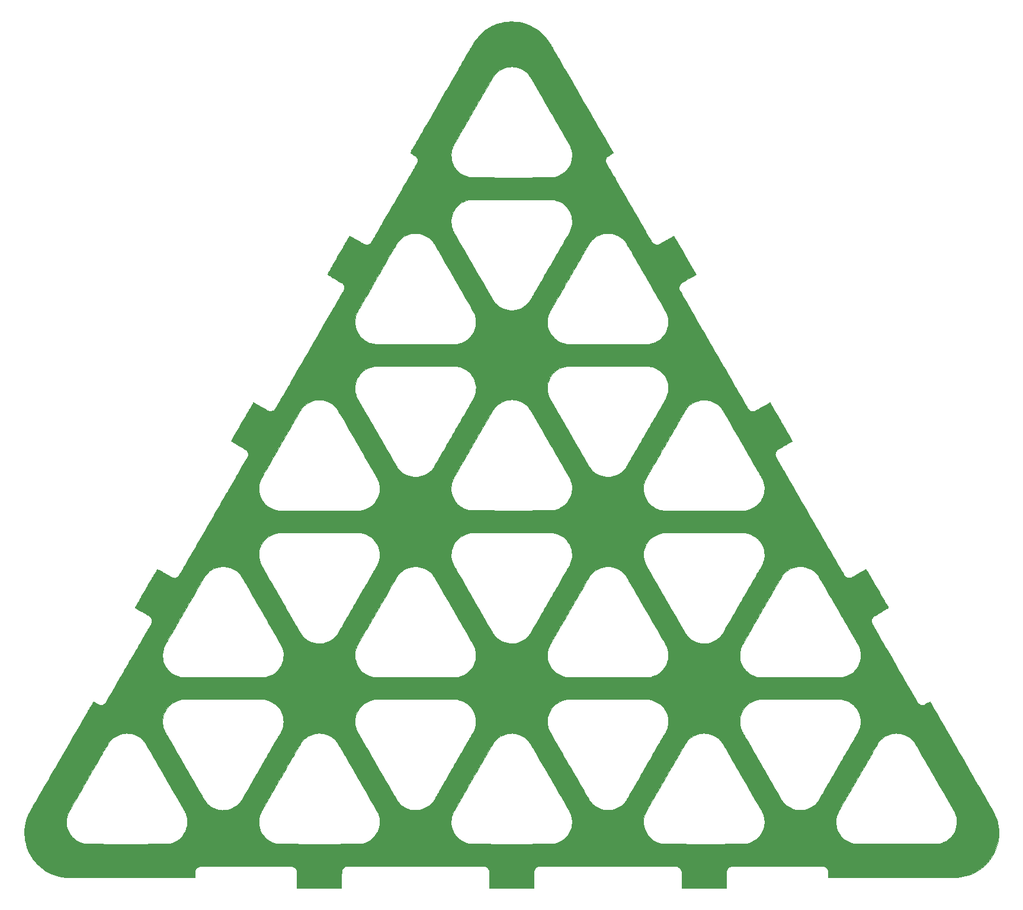
<source format=gbr>
%TF.GenerationSoftware,KiCad,Pcbnew,(6.0.0)*%
%TF.CreationDate,2022-01-31T15:47:41-08:00*%
%TF.ProjectId,PCB-top,5043422d-746f-4702-9e6b-696361645f70,rev?*%
%TF.SameCoordinates,Original*%
%TF.FileFunction,Copper,L2,Bot*%
%TF.FilePolarity,Positive*%
%FSLAX46Y46*%
G04 Gerber Fmt 4.6, Leading zero omitted, Abs format (unit mm)*
G04 Created by KiCad (PCBNEW (6.0.0)) date 2022-01-31 15:47:41*
%MOMM*%
%LPD*%
G01*
G04 APERTURE LIST*
%TA.AperFunction,EtchedComponent*%
%ADD10C,0.010000*%
%TD*%
G04 APERTURE END LIST*
D10*
%TO.C,Ref\u002A\u002A*%
X146377130Y-22011229D02*
X146879745Y-22068035D01*
X146879745Y-22068035D02*
X147375888Y-22164288D01*
X147375888Y-22164288D02*
X147863293Y-22299666D01*
X147863293Y-22299666D02*
X148339694Y-22473846D01*
X148339694Y-22473846D02*
X148802825Y-22686507D01*
X148802825Y-22686507D02*
X149250418Y-22937327D01*
X149250418Y-22937327D02*
X149563666Y-23142672D01*
X149563666Y-23142672D02*
X149933935Y-23425257D01*
X149933935Y-23425257D02*
X150288972Y-23744353D01*
X150288972Y-23744353D02*
X150624826Y-24095666D01*
X150624826Y-24095666D02*
X150937548Y-24474904D01*
X150937548Y-24474904D02*
X151223188Y-24877775D01*
X151223188Y-24877775D02*
X151358444Y-25093083D01*
X151358444Y-25093083D02*
X151380510Y-25130494D01*
X151380510Y-25130494D02*
X151422453Y-25202372D01*
X151422453Y-25202372D02*
X151483435Y-25307266D01*
X151483435Y-25307266D02*
X151562617Y-25443722D01*
X151562617Y-25443722D02*
X151659163Y-25610290D01*
X151659163Y-25610290D02*
X151772233Y-25805518D01*
X151772233Y-25805518D02*
X151900991Y-26027955D01*
X151900991Y-26027955D02*
X152044597Y-26276148D01*
X152044597Y-26276148D02*
X152202214Y-26548646D01*
X152202214Y-26548646D02*
X152373005Y-26843998D01*
X152373005Y-26843998D02*
X152556130Y-27160751D01*
X152556130Y-27160751D02*
X152750752Y-27497455D01*
X152750752Y-27497455D02*
X152956034Y-27852657D01*
X152956034Y-27852657D02*
X153171136Y-28224906D01*
X153171136Y-28224906D02*
X153395222Y-28612750D01*
X153395222Y-28612750D02*
X153627453Y-29014738D01*
X153627453Y-29014738D02*
X153866991Y-29429417D01*
X153866991Y-29429417D02*
X154112999Y-29855337D01*
X154112999Y-29855337D02*
X154364638Y-30291046D01*
X154364638Y-30291046D02*
X154621070Y-30735091D01*
X154621070Y-30735091D02*
X154881457Y-31186022D01*
X154881457Y-31186022D02*
X155144962Y-31642386D01*
X155144962Y-31642386D02*
X155410746Y-32102732D01*
X155410746Y-32102732D02*
X155677972Y-32565609D01*
X155677972Y-32565609D02*
X155945801Y-33029564D01*
X155945801Y-33029564D02*
X156213396Y-33493147D01*
X156213396Y-33493147D02*
X156479918Y-33954905D01*
X156479918Y-33954905D02*
X156744530Y-34413386D01*
X156744530Y-34413386D02*
X157006394Y-34867140D01*
X157006394Y-34867140D02*
X157264671Y-35314714D01*
X157264671Y-35314714D02*
X157518524Y-35754657D01*
X157518524Y-35754657D02*
X157767114Y-36185517D01*
X157767114Y-36185517D02*
X158009604Y-36605843D01*
X158009604Y-36605843D02*
X158245156Y-37014183D01*
X158245156Y-37014183D02*
X158472932Y-37409084D01*
X158472932Y-37409084D02*
X158692094Y-37789097D01*
X158692094Y-37789097D02*
X158901803Y-38152768D01*
X158901803Y-38152768D02*
X159101223Y-38498647D01*
X159101223Y-38498647D02*
X159289514Y-38825281D01*
X159289514Y-38825281D02*
X159465839Y-39131219D01*
X159465839Y-39131219D02*
X159629361Y-39415010D01*
X159629361Y-39415010D02*
X159779240Y-39675201D01*
X159779240Y-39675201D02*
X159914639Y-39910341D01*
X159914639Y-39910341D02*
X160034721Y-40118979D01*
X160034721Y-40118979D02*
X160138646Y-40299662D01*
X160138646Y-40299662D02*
X160225578Y-40450940D01*
X160225578Y-40450940D02*
X160294678Y-40571360D01*
X160294678Y-40571360D02*
X160345108Y-40659470D01*
X160345108Y-40659470D02*
X160376030Y-40713820D01*
X160376030Y-40713820D02*
X160386605Y-40732950D01*
X160386605Y-40732950D02*
X160370354Y-40748897D01*
X160370354Y-40748897D02*
X160322814Y-40782287D01*
X160322814Y-40782287D02*
X160249471Y-40829597D01*
X160249471Y-40829597D02*
X160155813Y-40887301D01*
X160155813Y-40887301D02*
X160047326Y-40951874D01*
X160047326Y-40951874D02*
X160030583Y-40961661D01*
X160030583Y-40961661D02*
X159864795Y-41060984D01*
X159864795Y-41060984D02*
X159732251Y-41147191D01*
X159732251Y-41147191D02*
X159627718Y-41224815D01*
X159627718Y-41224815D02*
X159545963Y-41298392D01*
X159545963Y-41298392D02*
X159481750Y-41372456D01*
X159481750Y-41372456D02*
X159429848Y-41451541D01*
X159429848Y-41451541D02*
X159400211Y-41507833D01*
X159400211Y-41507833D02*
X159367904Y-41578242D01*
X159367904Y-41578242D02*
X159347946Y-41637367D01*
X159347946Y-41637367D02*
X159337380Y-41700026D01*
X159337380Y-41700026D02*
X159333249Y-41781039D01*
X159333249Y-41781039D02*
X159332624Y-41846500D01*
X159332624Y-41846500D02*
X159333914Y-41948059D01*
X159333914Y-41948059D02*
X159340177Y-42021970D01*
X159340177Y-42021970D02*
X159354036Y-42082851D01*
X159354036Y-42082851D02*
X159378112Y-42145321D01*
X159378112Y-42145321D02*
X159391448Y-42174583D01*
X159391448Y-42174583D02*
X159406727Y-42202997D01*
X159406727Y-42202997D02*
X159442353Y-42266622D01*
X159442353Y-42266622D02*
X159497499Y-42364014D01*
X159497499Y-42364014D02*
X159571332Y-42493728D01*
X159571332Y-42493728D02*
X159663024Y-42654321D01*
X159663024Y-42654321D02*
X159771745Y-42844349D01*
X159771745Y-42844349D02*
X159896663Y-43062367D01*
X159896663Y-43062367D02*
X160036950Y-43306932D01*
X160036950Y-43306932D02*
X160191775Y-43576599D01*
X160191775Y-43576599D02*
X160360307Y-43869924D01*
X160360307Y-43869924D02*
X160541718Y-44185464D01*
X160541718Y-44185464D02*
X160735177Y-44521774D01*
X160735177Y-44521774D02*
X160939854Y-44877410D01*
X160939854Y-44877410D02*
X161154919Y-45250928D01*
X161154919Y-45250928D02*
X161379542Y-45640885D01*
X161379542Y-45640885D02*
X161612892Y-46045835D01*
X161612892Y-46045835D02*
X161854140Y-46464335D01*
X161854140Y-46464335D02*
X162102456Y-46894941D01*
X162102456Y-46894941D02*
X162357010Y-47336208D01*
X162357010Y-47336208D02*
X162616971Y-47786694D01*
X162616971Y-47786694D02*
X162693448Y-47919191D01*
X162693448Y-47919191D02*
X163013378Y-48473370D01*
X163013378Y-48473370D02*
X163312857Y-48991956D01*
X163312857Y-48991956D02*
X163592531Y-49476058D01*
X163592531Y-49476058D02*
X163853050Y-49926785D01*
X163853050Y-49926785D02*
X164095062Y-50345244D01*
X164095062Y-50345244D02*
X164319214Y-50732544D01*
X164319214Y-50732544D02*
X164526155Y-51089792D01*
X164526155Y-51089792D02*
X164716533Y-51418097D01*
X164716533Y-51418097D02*
X164890997Y-51718567D01*
X164890997Y-51718567D02*
X165050194Y-51992310D01*
X165050194Y-51992310D02*
X165194772Y-52240433D01*
X165194772Y-52240433D02*
X165325381Y-52464047D01*
X165325381Y-52464047D02*
X165442667Y-52664257D01*
X165442667Y-52664257D02*
X165547279Y-52842173D01*
X165547279Y-52842173D02*
X165639866Y-52998903D01*
X165639866Y-52998903D02*
X165721074Y-53135554D01*
X165721074Y-53135554D02*
X165791554Y-53253235D01*
X165791554Y-53253235D02*
X165851952Y-53353055D01*
X165851952Y-53353055D02*
X165902917Y-53436120D01*
X165902917Y-53436120D02*
X165945097Y-53503539D01*
X165945097Y-53503539D02*
X165979141Y-53556421D01*
X165979141Y-53556421D02*
X166005695Y-53595873D01*
X166005695Y-53595873D02*
X166025410Y-53623004D01*
X166025410Y-53623004D02*
X166038931Y-53638922D01*
X166038931Y-53638922D02*
X166039193Y-53639183D01*
X166039193Y-53639183D02*
X166177293Y-53749789D01*
X166177293Y-53749789D02*
X166333538Y-53829074D01*
X166333538Y-53829074D02*
X166499664Y-53874381D01*
X166499664Y-53874381D02*
X166667407Y-53883057D01*
X166667407Y-53883057D02*
X166759960Y-53870721D01*
X166759960Y-53870721D02*
X166794523Y-53863268D01*
X166794523Y-53863268D02*
X166827652Y-53854818D01*
X166827652Y-53854818D02*
X166862396Y-53843745D01*
X166862396Y-53843745D02*
X166901805Y-53828423D01*
X166901805Y-53828423D02*
X166948927Y-53807223D01*
X166948927Y-53807223D02*
X167006812Y-53778521D01*
X167006812Y-53778521D02*
X167078510Y-53740688D01*
X167078510Y-53740688D02*
X167167070Y-53692099D01*
X167167070Y-53692099D02*
X167275541Y-53631127D01*
X167275541Y-53631127D02*
X167406973Y-53556145D01*
X167406973Y-53556145D02*
X167564414Y-53465526D01*
X167564414Y-53465526D02*
X167750915Y-53357644D01*
X167750915Y-53357644D02*
X167969524Y-53230871D01*
X167969524Y-53230871D02*
X168084500Y-53164143D01*
X168084500Y-53164143D02*
X168313853Y-53031434D01*
X168313853Y-53031434D02*
X168508854Y-52919541D01*
X168508854Y-52919541D02*
X168671410Y-52827427D01*
X168671410Y-52827427D02*
X168803428Y-52754059D01*
X168803428Y-52754059D02*
X168906814Y-52698402D01*
X168906814Y-52698402D02*
X168983477Y-52659421D01*
X168983477Y-52659421D02*
X169035321Y-52636080D01*
X169035321Y-52636080D02*
X169064255Y-52627347D01*
X169064255Y-52627347D02*
X169071338Y-52628613D01*
X169071338Y-52628613D02*
X169085075Y-52649953D01*
X169085075Y-52649953D02*
X169118437Y-52705509D01*
X169118437Y-52705509D02*
X169169995Y-52792802D01*
X169169995Y-52792802D02*
X169238323Y-52909358D01*
X169238323Y-52909358D02*
X169321992Y-53052699D01*
X169321992Y-53052699D02*
X169419575Y-53220349D01*
X169419575Y-53220349D02*
X169529644Y-53409831D01*
X169529644Y-53409831D02*
X169650771Y-53618670D01*
X169650771Y-53618670D02*
X169781529Y-53844388D01*
X169781529Y-53844388D02*
X169920490Y-54084509D01*
X169920490Y-54084509D02*
X170066227Y-54336558D01*
X170066227Y-54336558D02*
X170217312Y-54598056D01*
X170217312Y-54598056D02*
X170372316Y-54866529D01*
X170372316Y-54866529D02*
X170529814Y-55139498D01*
X170529814Y-55139498D02*
X170688376Y-55414489D01*
X170688376Y-55414489D02*
X170846575Y-55689025D01*
X170846575Y-55689025D02*
X171002983Y-55960628D01*
X171002983Y-55960628D02*
X171156174Y-56226823D01*
X171156174Y-56226823D02*
X171304718Y-56485133D01*
X171304718Y-56485133D02*
X171447189Y-56733082D01*
X171447189Y-56733082D02*
X171582159Y-56968194D01*
X171582159Y-56968194D02*
X171708200Y-57187991D01*
X171708200Y-57187991D02*
X171823885Y-57389998D01*
X171823885Y-57389998D02*
X171927785Y-57571737D01*
X171927785Y-57571737D02*
X172018474Y-57730733D01*
X172018474Y-57730733D02*
X172094523Y-57864510D01*
X172094523Y-57864510D02*
X172154505Y-57970590D01*
X172154505Y-57970590D02*
X172196992Y-58046497D01*
X172196992Y-58046497D02*
X172220557Y-58089755D01*
X172220557Y-58089755D02*
X172225028Y-58099044D01*
X172225028Y-58099044D02*
X172218425Y-58111834D01*
X172218425Y-58111834D02*
X172193229Y-58133973D01*
X172193229Y-58133973D02*
X172147265Y-58166794D01*
X172147265Y-58166794D02*
X172078363Y-58211632D01*
X172078363Y-58211632D02*
X171984349Y-58269819D01*
X171984349Y-58269819D02*
X171863051Y-58342689D01*
X171863051Y-58342689D02*
X171712296Y-58431576D01*
X171712296Y-58431576D02*
X171529913Y-58537813D01*
X171529913Y-58537813D02*
X171313728Y-58662734D01*
X171313728Y-58662734D02*
X171202958Y-58726481D01*
X171202958Y-58726481D02*
X170941269Y-58877648D01*
X170941269Y-58877648D02*
X170711619Y-59011831D01*
X170711619Y-59011831D02*
X170514838Y-59128526D01*
X170514838Y-59128526D02*
X170351758Y-59227228D01*
X170351758Y-59227228D02*
X170223209Y-59307432D01*
X170223209Y-59307432D02*
X170130022Y-59368634D01*
X170130022Y-59368634D02*
X170073030Y-59410330D01*
X170073030Y-59410330D02*
X170064414Y-59417756D01*
X170064414Y-59417756D02*
X169949058Y-59550502D01*
X169949058Y-59550502D02*
X169866360Y-59704155D01*
X169866360Y-59704155D02*
X169818098Y-59871277D01*
X169818098Y-59871277D02*
X169806047Y-60044429D01*
X169806047Y-60044429D02*
X169831984Y-60216172D01*
X169831984Y-60216172D02*
X169856145Y-60290043D01*
X169856145Y-60290043D02*
X169869074Y-60314511D01*
X169869074Y-60314511D02*
X169902392Y-60374224D01*
X169902392Y-60374224D02*
X169955290Y-60467784D01*
X169955290Y-60467784D02*
X170026961Y-60593789D01*
X170026961Y-60593789D02*
X170116597Y-60750842D01*
X170116597Y-60750842D02*
X170223390Y-60937542D01*
X170223390Y-60937542D02*
X170346534Y-61152490D01*
X170346534Y-61152490D02*
X170485219Y-61394287D01*
X170485219Y-61394287D02*
X170638639Y-61661533D01*
X170638639Y-61661533D02*
X170805985Y-61952828D01*
X170805985Y-61952828D02*
X170986451Y-62266774D01*
X170986451Y-62266774D02*
X171179228Y-62601970D01*
X171179228Y-62601970D02*
X171383508Y-62957017D01*
X171383508Y-62957017D02*
X171598484Y-63330517D01*
X171598484Y-63330517D02*
X171823349Y-63721068D01*
X171823349Y-63721068D02*
X172057293Y-64127272D01*
X172057293Y-64127272D02*
X172299511Y-64547730D01*
X172299511Y-64547730D02*
X172549194Y-64981042D01*
X172549194Y-64981042D02*
X172805534Y-65425808D01*
X172805534Y-65425808D02*
X173067724Y-65880629D01*
X173067724Y-65880629D02*
X173334955Y-66344105D01*
X173334955Y-66344105D02*
X173606421Y-66814838D01*
X173606421Y-66814838D02*
X173881314Y-67291427D01*
X173881314Y-67291427D02*
X174158825Y-67772474D01*
X174158825Y-67772474D02*
X174438148Y-68256577D01*
X174438148Y-68256577D02*
X174718474Y-68742340D01*
X174718474Y-68742340D02*
X174998995Y-69228360D01*
X174998995Y-69228360D02*
X175278905Y-69713241D01*
X175278905Y-69713241D02*
X175557395Y-70195581D01*
X175557395Y-70195581D02*
X175833658Y-70673981D01*
X175833658Y-70673981D02*
X176106886Y-71147042D01*
X176106886Y-71147042D02*
X176376271Y-71613364D01*
X176376271Y-71613364D02*
X176641006Y-72071549D01*
X176641006Y-72071549D02*
X176900282Y-72520196D01*
X176900282Y-72520196D02*
X177153293Y-72957906D01*
X177153293Y-72957906D02*
X177399230Y-73383279D01*
X177399230Y-73383279D02*
X177637285Y-73794917D01*
X177637285Y-73794917D02*
X177866652Y-74191419D01*
X177866652Y-74191419D02*
X178086523Y-74571386D01*
X178086523Y-74571386D02*
X178296088Y-74933419D01*
X178296088Y-74933419D02*
X178494542Y-75276119D01*
X178494542Y-75276119D02*
X178681076Y-75598085D01*
X178681076Y-75598085D02*
X178854883Y-75897918D01*
X178854883Y-75897918D02*
X179015154Y-76174219D01*
X179015154Y-76174219D02*
X179161083Y-76425589D01*
X179161083Y-76425589D02*
X179291861Y-76650627D01*
X179291861Y-76650627D02*
X179406680Y-76847935D01*
X179406680Y-76847935D02*
X179504734Y-77016113D01*
X179504734Y-77016113D02*
X179585214Y-77153761D01*
X179585214Y-77153761D02*
X179647313Y-77259480D01*
X179647313Y-77259480D02*
X179690223Y-77331871D01*
X179690223Y-77331871D02*
X179713135Y-77369534D01*
X179713135Y-77369534D02*
X179716359Y-77374356D01*
X179716359Y-77374356D02*
X179819543Y-77483243D01*
X179819543Y-77483243D02*
X179947431Y-77578480D01*
X179947431Y-77578480D02*
X180082395Y-77647093D01*
X180082395Y-77647093D02*
X180091524Y-77650517D01*
X180091524Y-77650517D02*
X180218898Y-77681330D01*
X180218898Y-77681330D02*
X180363572Y-77691318D01*
X180363572Y-77691318D02*
X180508244Y-77680706D01*
X180508244Y-77680706D02*
X180635611Y-77649720D01*
X180635611Y-77649720D02*
X180652453Y-77643206D01*
X180652453Y-77643206D02*
X180691658Y-77624055D01*
X180691658Y-77624055D02*
X180763650Y-77585736D01*
X180763650Y-77585736D02*
X180864634Y-77530380D01*
X180864634Y-77530380D02*
X180990811Y-77460121D01*
X180990811Y-77460121D02*
X181138386Y-77377088D01*
X181138386Y-77377088D02*
X181303561Y-77283415D01*
X181303561Y-77283415D02*
X181482540Y-77181232D01*
X181482540Y-77181232D02*
X181671525Y-77072671D01*
X181671525Y-77072671D02*
X181774287Y-77013369D01*
X181774287Y-77013369D02*
X181963449Y-76904128D01*
X181963449Y-76904128D02*
X182141639Y-76801410D01*
X182141639Y-76801410D02*
X182305488Y-76707144D01*
X182305488Y-76707144D02*
X182451625Y-76623260D01*
X182451625Y-76623260D02*
X182576681Y-76551688D01*
X182576681Y-76551688D02*
X182677287Y-76494357D01*
X182677287Y-76494357D02*
X182750072Y-76453197D01*
X182750072Y-76453197D02*
X182791668Y-76430139D01*
X182791668Y-76430139D02*
X182800303Y-76425782D01*
X182800303Y-76425782D02*
X182812479Y-76443378D01*
X182812479Y-76443378D02*
X182844623Y-76495653D01*
X182844623Y-76495653D02*
X182895564Y-76580603D01*
X182895564Y-76580603D02*
X182964134Y-76696228D01*
X182964134Y-76696228D02*
X183049164Y-76840526D01*
X183049164Y-76840526D02*
X183149484Y-77011495D01*
X183149484Y-77011495D02*
X183263925Y-77207134D01*
X183263925Y-77207134D02*
X183391319Y-77425440D01*
X183391319Y-77425440D02*
X183530496Y-77664413D01*
X183530496Y-77664413D02*
X183680288Y-77922050D01*
X183680288Y-77922050D02*
X183839524Y-78196350D01*
X183839524Y-78196350D02*
X184007037Y-78485311D01*
X184007037Y-78485311D02*
X184181656Y-78786932D01*
X184181656Y-78786932D02*
X184362213Y-79099212D01*
X184362213Y-79099212D02*
X184404476Y-79172363D01*
X184404476Y-79172363D02*
X184626213Y-79556389D01*
X184626213Y-79556389D02*
X184827477Y-79905335D01*
X184827477Y-79905335D02*
X185009108Y-80220699D01*
X185009108Y-80220699D02*
X185171950Y-80503974D01*
X185171950Y-80503974D02*
X185316843Y-80756659D01*
X185316843Y-80756659D02*
X185444629Y-80980248D01*
X185444629Y-80980248D02*
X185556150Y-81176237D01*
X185556150Y-81176237D02*
X185652248Y-81346124D01*
X185652248Y-81346124D02*
X185733765Y-81491402D01*
X185733765Y-81491402D02*
X185801541Y-81613570D01*
X185801541Y-81613570D02*
X185856420Y-81714121D01*
X185856420Y-81714121D02*
X185899242Y-81794554D01*
X185899242Y-81794554D02*
X185930850Y-81856363D01*
X185930850Y-81856363D02*
X185952085Y-81901044D01*
X185952085Y-81901044D02*
X185963789Y-81930094D01*
X185963789Y-81930094D02*
X185966804Y-81945009D01*
X185966804Y-81945009D02*
X185965839Y-81947288D01*
X185965839Y-81947288D02*
X185942605Y-81962407D01*
X185942605Y-81962407D02*
X185886209Y-81996436D01*
X185886209Y-81996436D02*
X185800243Y-82047279D01*
X185800243Y-82047279D02*
X185688299Y-82112841D01*
X185688299Y-82112841D02*
X185553969Y-82191027D01*
X185553969Y-82191027D02*
X185400846Y-82279741D01*
X185400846Y-82279741D02*
X185232522Y-82376889D01*
X185232522Y-82376889D02*
X185052589Y-82480375D01*
X185052589Y-82480375D02*
X185007250Y-82506396D01*
X185007250Y-82506396D02*
X184820683Y-82613661D01*
X184820683Y-82613661D02*
X184641335Y-82717223D01*
X184641335Y-82717223D02*
X184473345Y-82814660D01*
X184473345Y-82814660D02*
X184320851Y-82903552D01*
X184320851Y-82903552D02*
X184187992Y-82981479D01*
X184187992Y-82981479D02*
X184078906Y-83046020D01*
X184078906Y-83046020D02*
X183997733Y-83094754D01*
X183997733Y-83094754D02*
X183948609Y-83125262D01*
X183948609Y-83125262D02*
X183944540Y-83127931D01*
X183944540Y-83127931D02*
X183794151Y-83252756D01*
X183794151Y-83252756D02*
X183673874Y-83407086D01*
X183673874Y-83407086D02*
X183615868Y-83514982D01*
X183615868Y-83514982D02*
X183584972Y-83614422D01*
X183584972Y-83614422D02*
X183568116Y-83738261D01*
X183568116Y-83738261D02*
X183565466Y-83871131D01*
X183565466Y-83871131D02*
X183577188Y-83997662D01*
X183577188Y-83997662D02*
X183603449Y-84102484D01*
X183603449Y-84102484D02*
X183609362Y-84117019D01*
X183609362Y-84117019D02*
X183622669Y-84141616D01*
X183622669Y-84141616D02*
X183656349Y-84201465D01*
X183656349Y-84201465D02*
X183709593Y-84295161D01*
X183709593Y-84295161D02*
X183781591Y-84421303D01*
X183781591Y-84421303D02*
X183871535Y-84578488D01*
X183871535Y-84578488D02*
X183978614Y-84765314D01*
X183978614Y-84765314D02*
X184102021Y-84980378D01*
X184102021Y-84980378D02*
X184240946Y-85222277D01*
X184240946Y-85222277D02*
X184394579Y-85489610D01*
X184394579Y-85489610D02*
X184562111Y-85780974D01*
X184562111Y-85780974D02*
X184742734Y-86094967D01*
X184742734Y-86094967D02*
X184935639Y-86430185D01*
X184935639Y-86430185D02*
X185140015Y-86785227D01*
X185140015Y-86785227D02*
X185355054Y-87158690D01*
X185355054Y-87158690D02*
X185579947Y-87549171D01*
X185579947Y-87549171D02*
X185813884Y-87955269D01*
X185813884Y-87955269D02*
X186056057Y-88375580D01*
X186056057Y-88375580D02*
X186305656Y-88808703D01*
X186305656Y-88808703D02*
X186561872Y-89253235D01*
X186561872Y-89253235D02*
X186823895Y-89707773D01*
X186823895Y-89707773D02*
X187090918Y-90170915D01*
X187090918Y-90170915D02*
X187362130Y-90641258D01*
X187362130Y-90641258D02*
X187636723Y-91117401D01*
X187636723Y-91117401D02*
X187913886Y-91597940D01*
X187913886Y-91597940D02*
X188192812Y-92081473D01*
X188192812Y-92081473D02*
X188472691Y-92566598D01*
X188472691Y-92566598D02*
X188752714Y-93051912D01*
X188752714Y-93051912D02*
X189032071Y-93536013D01*
X189032071Y-93536013D02*
X189309953Y-94017498D01*
X189309953Y-94017498D02*
X189585552Y-94494966D01*
X189585552Y-94494966D02*
X189858058Y-94967012D01*
X189858058Y-94967012D02*
X190126662Y-95432236D01*
X190126662Y-95432236D02*
X190390555Y-95889235D01*
X190390555Y-95889235D02*
X190648927Y-96336605D01*
X190648927Y-96336605D02*
X190900970Y-96772945D01*
X190900970Y-96772945D02*
X191145874Y-97196853D01*
X191145874Y-97196853D02*
X191382830Y-97606925D01*
X191382830Y-97606925D02*
X191611029Y-98001759D01*
X191611029Y-98001759D02*
X191829662Y-98379954D01*
X191829662Y-98379954D02*
X192037920Y-98740106D01*
X192037920Y-98740106D02*
X192234993Y-99080812D01*
X192234993Y-99080812D02*
X192420073Y-99400672D01*
X192420073Y-99400672D02*
X192592349Y-99698281D01*
X192592349Y-99698281D02*
X192751014Y-99972238D01*
X192751014Y-99972238D02*
X192895258Y-100221141D01*
X192895258Y-100221141D02*
X193024271Y-100443586D01*
X193024271Y-100443586D02*
X193137245Y-100638171D01*
X193137245Y-100638171D02*
X193233370Y-100803494D01*
X193233370Y-100803494D02*
X193311837Y-100938153D01*
X193311837Y-100938153D02*
X193371837Y-101040744D01*
X193371837Y-101040744D02*
X193412561Y-101109866D01*
X193412561Y-101109866D02*
X193433200Y-101144116D01*
X193433200Y-101144116D02*
X193434873Y-101146698D01*
X193434873Y-101146698D02*
X193540341Y-101269919D01*
X193540341Y-101269919D02*
X193675418Y-101377728D01*
X193675418Y-101377728D02*
X193813309Y-101453825D01*
X193813309Y-101453825D02*
X193932025Y-101489400D01*
X193932025Y-101489400D02*
X194071817Y-101504728D01*
X194071817Y-101504728D02*
X194216616Y-101499869D01*
X194216616Y-101499869D02*
X194350355Y-101474886D01*
X194350355Y-101474886D02*
X194415833Y-101451508D01*
X194415833Y-101451508D02*
X194456135Y-101431169D01*
X194456135Y-101431169D02*
X194529192Y-101391726D01*
X194529192Y-101391726D02*
X194631160Y-101335346D01*
X194631160Y-101335346D02*
X194758194Y-101264197D01*
X194758194Y-101264197D02*
X194906448Y-101180446D01*
X194906448Y-101180446D02*
X195072078Y-101086262D01*
X195072078Y-101086262D02*
X195251239Y-100983813D01*
X195251239Y-100983813D02*
X195440085Y-100875266D01*
X195440085Y-100875266D02*
X195533731Y-100821237D01*
X195533731Y-100821237D02*
X195722158Y-100712741D01*
X195722158Y-100712741D02*
X195899810Y-100611134D01*
X195899810Y-100611134D02*
X196063279Y-100518317D01*
X196063279Y-100518317D02*
X196209159Y-100436192D01*
X196209159Y-100436192D02*
X196334042Y-100366661D01*
X196334042Y-100366661D02*
X196434523Y-100311626D01*
X196434523Y-100311626D02*
X196507194Y-100272988D01*
X196507194Y-100272988D02*
X196548648Y-100252649D01*
X196548648Y-100252649D02*
X196557029Y-100249982D01*
X196557029Y-100249982D02*
X196569307Y-100268555D01*
X196569307Y-100268555D02*
X196601312Y-100321348D01*
X196601312Y-100321348D02*
X196651623Y-100405908D01*
X196651623Y-100405908D02*
X196718818Y-100519781D01*
X196718818Y-100519781D02*
X196801476Y-100660514D01*
X196801476Y-100660514D02*
X196898176Y-100825656D01*
X196898176Y-100825656D02*
X197007495Y-101012753D01*
X197007495Y-101012753D02*
X197128012Y-101219353D01*
X197128012Y-101219353D02*
X197258305Y-101443002D01*
X197258305Y-101443002D02*
X197396953Y-101681248D01*
X197396953Y-101681248D02*
X197542535Y-101931638D01*
X197542535Y-101931638D02*
X197693629Y-102191719D01*
X197693629Y-102191719D02*
X197848812Y-102459039D01*
X197848812Y-102459039D02*
X198006665Y-102731144D01*
X198006665Y-102731144D02*
X198165764Y-103005583D01*
X198165764Y-103005583D02*
X198324689Y-103279902D01*
X198324689Y-103279902D02*
X198482018Y-103551648D01*
X198482018Y-103551648D02*
X198636329Y-103818369D01*
X198636329Y-103818369D02*
X198786201Y-104077611D01*
X198786201Y-104077611D02*
X198930212Y-104326923D01*
X198930212Y-104326923D02*
X199066941Y-104563851D01*
X199066941Y-104563851D02*
X199194966Y-104785942D01*
X199194966Y-104785942D02*
X199312866Y-104990745D01*
X199312866Y-104990745D02*
X199419218Y-105175805D01*
X199419218Y-105175805D02*
X199512602Y-105338670D01*
X199512602Y-105338670D02*
X199591596Y-105476887D01*
X199591596Y-105476887D02*
X199654778Y-105588004D01*
X199654778Y-105588004D02*
X199700727Y-105669568D01*
X199700727Y-105669568D02*
X199728021Y-105719126D01*
X199728021Y-105719126D02*
X199735470Y-105734084D01*
X199735470Y-105734084D02*
X199718372Y-105747547D01*
X199718372Y-105747547D02*
X199667822Y-105780139D01*
X199667822Y-105780139D02*
X199587081Y-105829911D01*
X199587081Y-105829911D02*
X199479413Y-105894916D01*
X199479413Y-105894916D02*
X199348078Y-105973207D01*
X199348078Y-105973207D02*
X199196338Y-106062836D01*
X199196338Y-106062836D02*
X199027456Y-106161855D01*
X199027456Y-106161855D02*
X198844693Y-106268318D01*
X198844693Y-106268318D02*
X198707326Y-106347917D01*
X198707326Y-106347917D02*
X198512568Y-106461034D01*
X198512568Y-106461034D02*
X198326200Y-106570249D01*
X198326200Y-106570249D02*
X198151946Y-106673315D01*
X198151946Y-106673315D02*
X197993532Y-106767983D01*
X197993532Y-106767983D02*
X197854684Y-106852005D01*
X197854684Y-106852005D02*
X197739128Y-106923132D01*
X197739128Y-106923132D02*
X197650588Y-106979116D01*
X197650588Y-106979116D02*
X197592792Y-107017708D01*
X197592792Y-107017708D02*
X197574186Y-107031781D01*
X197574186Y-107031781D02*
X197480112Y-107135180D01*
X197480112Y-107135180D02*
X197399352Y-107267012D01*
X197399352Y-107267012D02*
X197339162Y-107413809D01*
X197339162Y-107413809D02*
X197313704Y-107515197D01*
X197313704Y-107515197D02*
X197304649Y-107675311D01*
X197304649Y-107675311D02*
X197332014Y-107842367D01*
X197332014Y-107842367D02*
X197387933Y-107992633D01*
X197387933Y-107992633D02*
X197402243Y-108018721D01*
X197402243Y-108018721D02*
X197436904Y-108080029D01*
X197436904Y-108080029D02*
X197491089Y-108175120D01*
X197491089Y-108175120D02*
X197563971Y-108302559D01*
X197563971Y-108302559D02*
X197654724Y-108460908D01*
X197654724Y-108460908D02*
X197762519Y-108648732D01*
X197762519Y-108648732D02*
X197886531Y-108864595D01*
X197886531Y-108864595D02*
X198025933Y-109107061D01*
X198025933Y-109107061D02*
X198179898Y-109374693D01*
X198179898Y-109374693D02*
X198347599Y-109666056D01*
X198347599Y-109666056D02*
X198528210Y-109979713D01*
X198528210Y-109979713D02*
X198720903Y-110314228D01*
X198720903Y-110314228D02*
X198924851Y-110668166D01*
X198924851Y-110668166D02*
X199139229Y-111040089D01*
X199139229Y-111040089D02*
X199363208Y-111428563D01*
X199363208Y-111428563D02*
X199595963Y-111832150D01*
X199595963Y-111832150D02*
X199836666Y-112249415D01*
X199836666Y-112249415D02*
X200084490Y-112678922D01*
X200084490Y-112678922D02*
X200338609Y-113119234D01*
X200338609Y-113119234D02*
X200598197Y-113568915D01*
X200598197Y-113568915D02*
X200671591Y-113696037D01*
X200671591Y-113696037D02*
X201008768Y-114279832D01*
X201008768Y-114279832D02*
X201329454Y-114834693D01*
X201329454Y-114834693D02*
X201633381Y-115360159D01*
X201633381Y-115360159D02*
X201920284Y-115855773D01*
X201920284Y-115855773D02*
X202189893Y-116321076D01*
X202189893Y-116321076D02*
X202441942Y-116755609D01*
X202441942Y-116755609D02*
X202676163Y-117158915D01*
X202676163Y-117158915D02*
X202892288Y-117530533D01*
X202892288Y-117530533D02*
X203090052Y-117870007D01*
X203090052Y-117870007D02*
X203269185Y-118176877D01*
X203269185Y-118176877D02*
X203429421Y-118450684D01*
X203429421Y-118450684D02*
X203570492Y-118690971D01*
X203570492Y-118690971D02*
X203692131Y-118897278D01*
X203692131Y-118897278D02*
X203794070Y-119069147D01*
X203794070Y-119069147D02*
X203876043Y-119206120D01*
X203876043Y-119206120D02*
X203937781Y-119307738D01*
X203937781Y-119307738D02*
X203979017Y-119373542D01*
X203979017Y-119373542D02*
X203999485Y-119403074D01*
X203999485Y-119403074D02*
X203999579Y-119403180D01*
X203999579Y-119403180D02*
X204109862Y-119500449D01*
X204109862Y-119500449D02*
X204246376Y-119582273D01*
X204246376Y-119582273D02*
X204393697Y-119640732D01*
X204393697Y-119640732D02*
X204510719Y-119665562D01*
X204510719Y-119665562D02*
X204593087Y-119671720D01*
X204593087Y-119671720D02*
X204671767Y-119668852D01*
X204671767Y-119668852D02*
X204752357Y-119654918D01*
X204752357Y-119654918D02*
X204840452Y-119627879D01*
X204840452Y-119627879D02*
X204941651Y-119585694D01*
X204941651Y-119585694D02*
X205061550Y-119526322D01*
X205061550Y-119526322D02*
X205205745Y-119447725D01*
X205205745Y-119447725D02*
X205375710Y-119350263D01*
X205375710Y-119350263D02*
X205474157Y-119294106D01*
X205474157Y-119294106D02*
X205560258Y-119247152D01*
X205560258Y-119247152D02*
X205627220Y-119212937D01*
X205627220Y-119212937D02*
X205668252Y-119194996D01*
X205668252Y-119194996D02*
X205677198Y-119193306D01*
X205677198Y-119193306D02*
X205689626Y-119212088D01*
X205689626Y-119212088D02*
X205722332Y-119266125D01*
X205722332Y-119266125D02*
X205774482Y-119353974D01*
X205774482Y-119353974D02*
X205845247Y-119474194D01*
X205845247Y-119474194D02*
X205933793Y-119625344D01*
X205933793Y-119625344D02*
X206039289Y-119805981D01*
X206039289Y-119805981D02*
X206160904Y-120014666D01*
X206160904Y-120014666D02*
X206297805Y-120249955D01*
X206297805Y-120249955D02*
X206449161Y-120510409D01*
X206449161Y-120510409D02*
X206614141Y-120794585D01*
X206614141Y-120794585D02*
X206791913Y-121101042D01*
X206791913Y-121101042D02*
X206981644Y-121428338D01*
X206981644Y-121428338D02*
X207182504Y-121775033D01*
X207182504Y-121775033D02*
X207393660Y-122139685D01*
X207393660Y-122139685D02*
X207614281Y-122520852D01*
X207614281Y-122520852D02*
X207843535Y-122917093D01*
X207843535Y-122917093D02*
X208080591Y-123326967D01*
X208080591Y-123326967D02*
X208324616Y-123749032D01*
X208324616Y-123749032D02*
X208574780Y-124181846D01*
X208574780Y-124181846D02*
X208830250Y-124623969D01*
X208830250Y-124623969D02*
X209090194Y-125073959D01*
X209090194Y-125073959D02*
X209353782Y-125530374D01*
X209353782Y-125530374D02*
X209620181Y-125991774D01*
X209620181Y-125991774D02*
X209888559Y-126456716D01*
X209888559Y-126456716D02*
X210158085Y-126923759D01*
X210158085Y-126923759D02*
X210427928Y-127391462D01*
X210427928Y-127391462D02*
X210697255Y-127858384D01*
X210697255Y-127858384D02*
X210965234Y-128323082D01*
X210965234Y-128323082D02*
X211231035Y-128784116D01*
X211231035Y-128784116D02*
X211493826Y-129240045D01*
X211493826Y-129240045D02*
X211752774Y-129689426D01*
X211752774Y-129689426D02*
X212007047Y-130130818D01*
X212007047Y-130130818D02*
X212255816Y-130562781D01*
X212255816Y-130562781D02*
X212498247Y-130983872D01*
X212498247Y-130983872D02*
X212733508Y-131392650D01*
X212733508Y-131392650D02*
X212960770Y-131787673D01*
X212960770Y-131787673D02*
X213179198Y-132167501D01*
X213179198Y-132167501D02*
X213387962Y-132530692D01*
X213387962Y-132530692D02*
X213586231Y-132875805D01*
X213586231Y-132875805D02*
X213773172Y-133201397D01*
X213773172Y-133201397D02*
X213947953Y-133506028D01*
X213947953Y-133506028D02*
X214109744Y-133788256D01*
X214109744Y-133788256D02*
X214257712Y-134046640D01*
X214257712Y-134046640D02*
X214391026Y-134279739D01*
X214391026Y-134279739D02*
X214508853Y-134486110D01*
X214508853Y-134486110D02*
X214610363Y-134664313D01*
X214610363Y-134664313D02*
X214694724Y-134812906D01*
X214694724Y-134812906D02*
X214761103Y-134930448D01*
X214761103Y-134930448D02*
X214808669Y-135015497D01*
X214808669Y-135015497D02*
X214836591Y-135066612D01*
X214836591Y-135066612D02*
X214840997Y-135075083D01*
X214840997Y-135075083D02*
X215060668Y-135553019D01*
X215060668Y-135553019D02*
X215238428Y-136036850D01*
X215238428Y-136036850D02*
X215374312Y-136526785D01*
X215374312Y-136526785D02*
X215468358Y-137023030D01*
X215468358Y-137023030D02*
X215520603Y-137525794D01*
X215520603Y-137525794D02*
X215531085Y-138035283D01*
X215531085Y-138035283D02*
X215499841Y-138551706D01*
X215499841Y-138551706D02*
X215486256Y-138675704D01*
X215486256Y-138675704D02*
X215405925Y-139176751D01*
X215405925Y-139176751D02*
X215286315Y-139666549D01*
X215286315Y-139666549D02*
X215129037Y-140142998D01*
X215129037Y-140142998D02*
X214935703Y-140603994D01*
X214935703Y-140603994D02*
X214707926Y-141047437D01*
X214707926Y-141047437D02*
X214447318Y-141471226D01*
X214447318Y-141471226D02*
X214155490Y-141873259D01*
X214155490Y-141873259D02*
X213834054Y-142251435D01*
X213834054Y-142251435D02*
X213484624Y-142603653D01*
X213484624Y-142603653D02*
X213108810Y-142927810D01*
X213108810Y-142927810D02*
X212708225Y-143221806D01*
X212708225Y-143221806D02*
X212284481Y-143483539D01*
X212284481Y-143483539D02*
X211839189Y-143710908D01*
X211839189Y-143710908D02*
X211519133Y-143847083D01*
X211519133Y-143847083D02*
X211138154Y-143984175D01*
X211138154Y-143984175D02*
X210764016Y-144092923D01*
X210764016Y-144092923D02*
X210385081Y-144175930D01*
X210385081Y-144175930D02*
X209989705Y-144235800D01*
X209989705Y-144235800D02*
X209624083Y-144271036D01*
X209624083Y-144271036D02*
X209574161Y-144273134D01*
X209574161Y-144273134D02*
X209482447Y-144275128D01*
X209482447Y-144275128D02*
X209348912Y-144277016D01*
X209348912Y-144277016D02*
X209173529Y-144278799D01*
X209173529Y-144278799D02*
X208956270Y-144280476D01*
X208956270Y-144280476D02*
X208697107Y-144282049D01*
X208697107Y-144282049D02*
X208396012Y-144283516D01*
X208396012Y-144283516D02*
X208052958Y-144284879D01*
X208052958Y-144284879D02*
X207667916Y-144286137D01*
X207667916Y-144286137D02*
X207240860Y-144287289D01*
X207240860Y-144287289D02*
X206771761Y-144288337D01*
X206771761Y-144288337D02*
X206260591Y-144289281D01*
X206260591Y-144289281D02*
X205707323Y-144290119D01*
X205707323Y-144290119D02*
X205111929Y-144290854D01*
X205111929Y-144290854D02*
X204474381Y-144291483D01*
X204474381Y-144291483D02*
X203794652Y-144292008D01*
X203794652Y-144292008D02*
X203072713Y-144292429D01*
X203072713Y-144292429D02*
X202308536Y-144292745D01*
X202308536Y-144292745D02*
X201502095Y-144292957D01*
X201502095Y-144292957D02*
X200653361Y-144293065D01*
X200653361Y-144293065D02*
X200252541Y-144293080D01*
X200252541Y-144293080D02*
X191177333Y-144293166D01*
X191177333Y-144293166D02*
X191177333Y-143863697D01*
X191177333Y-143863697D02*
X191176177Y-143689277D01*
X191176177Y-143689277D02*
X191172496Y-143551577D01*
X191172496Y-143551577D02*
X191165970Y-143445041D01*
X191165970Y-143445041D02*
X191156280Y-143364114D01*
X191156280Y-143364114D02*
X191145590Y-143312357D01*
X191145590Y-143312357D02*
X191081518Y-143147840D01*
X191081518Y-143147840D02*
X190981710Y-142999140D01*
X190981710Y-142999140D02*
X190851620Y-142872291D01*
X190851620Y-142872291D02*
X190696701Y-142773331D01*
X190696701Y-142773331D02*
X190632335Y-142744245D01*
X190632335Y-142744245D02*
X190510583Y-142695083D01*
X190510583Y-142695083D02*
X183906583Y-142695083D01*
X183906583Y-142695083D02*
X183274279Y-142695066D01*
X183274279Y-142695066D02*
X182682905Y-142695030D01*
X182682905Y-142695030D02*
X182131061Y-142694998D01*
X182131061Y-142694998D02*
X181617342Y-142694992D01*
X181617342Y-142694992D02*
X181140347Y-142695035D01*
X181140347Y-142695035D02*
X180698673Y-142695149D01*
X180698673Y-142695149D02*
X180290919Y-142695356D01*
X180290919Y-142695356D02*
X179915680Y-142695680D01*
X179915680Y-142695680D02*
X179571556Y-142696143D01*
X179571556Y-142696143D02*
X179257144Y-142696766D01*
X179257144Y-142696766D02*
X178971041Y-142697574D01*
X178971041Y-142697574D02*
X178711845Y-142698588D01*
X178711845Y-142698588D02*
X178478153Y-142699830D01*
X178478153Y-142699830D02*
X178268563Y-142701324D01*
X178268563Y-142701324D02*
X178081673Y-142703091D01*
X178081673Y-142703091D02*
X177916081Y-142705155D01*
X177916081Y-142705155D02*
X177770383Y-142707538D01*
X177770383Y-142707538D02*
X177643178Y-142710261D01*
X177643178Y-142710261D02*
X177533063Y-142713349D01*
X177533063Y-142713349D02*
X177438635Y-142716823D01*
X177438635Y-142716823D02*
X177358493Y-142720706D01*
X177358493Y-142720706D02*
X177291234Y-142725020D01*
X177291234Y-142725020D02*
X177235455Y-142729787D01*
X177235455Y-142729787D02*
X177189755Y-142735032D01*
X177189755Y-142735032D02*
X177152730Y-142740775D01*
X177152730Y-142740775D02*
X177122978Y-142747039D01*
X177122978Y-142747039D02*
X177099097Y-142753847D01*
X177099097Y-142753847D02*
X177079685Y-142761222D01*
X177079685Y-142761222D02*
X177063339Y-142769185D01*
X177063339Y-142769185D02*
X177048656Y-142777760D01*
X177048656Y-142777760D02*
X177034235Y-142786969D01*
X177034235Y-142786969D02*
X177018673Y-142796834D01*
X177018673Y-142796834D02*
X177003272Y-142805880D01*
X177003272Y-142805880D02*
X176865242Y-142906449D01*
X176865242Y-142906449D02*
X176749778Y-143038206D01*
X176749778Y-143038206D02*
X176661512Y-143193989D01*
X176661512Y-143193989D02*
X176605077Y-143366638D01*
X176605077Y-143366638D02*
X176592120Y-143441373D01*
X176592120Y-143441373D02*
X176588581Y-143489820D01*
X176588581Y-143489820D02*
X176585240Y-143576061D01*
X176585240Y-143576061D02*
X176582164Y-143695557D01*
X176582164Y-143695557D02*
X176579421Y-143843772D01*
X176579421Y-143843772D02*
X176577079Y-144016165D01*
X176577079Y-144016165D02*
X176575206Y-144208199D01*
X176575206Y-144208199D02*
X176573868Y-144415335D01*
X176573868Y-144415335D02*
X176573134Y-144633034D01*
X176573134Y-144633034D02*
X176573025Y-144721791D01*
X176573025Y-144721791D02*
X176572333Y-145859500D01*
X176572333Y-145859500D02*
X170222333Y-145859500D01*
X170222333Y-145859500D02*
X170221640Y-144721791D01*
X170221640Y-144721791D02*
X170221166Y-144501145D01*
X170221166Y-144501145D02*
X170220062Y-144289252D01*
X170220062Y-144289252D02*
X170218394Y-144090652D01*
X170218394Y-144090652D02*
X170216230Y-143909881D01*
X170216230Y-143909881D02*
X170213639Y-143751479D01*
X170213639Y-143751479D02*
X170210688Y-143619985D01*
X170210688Y-143619985D02*
X170207445Y-143519937D01*
X170207445Y-143519937D02*
X170203977Y-143455873D01*
X170203977Y-143455873D02*
X170202546Y-143441373D01*
X170202546Y-143441373D02*
X170158739Y-143256360D01*
X170158739Y-143256360D02*
X170079484Y-143090315D01*
X170079484Y-143090315D02*
X169968336Y-142947445D01*
X169968336Y-142947445D02*
X169828850Y-142831957D01*
X169828850Y-142831957D02*
X169664580Y-142748059D01*
X169664580Y-142748059D02*
X169597914Y-142725773D01*
X169597914Y-142725773D02*
X169567907Y-142723182D01*
X169567907Y-142723182D02*
X169497181Y-142720690D01*
X169497181Y-142720690D02*
X169387350Y-142718299D01*
X169387350Y-142718299D02*
X169240027Y-142716009D01*
X169240027Y-142716009D02*
X169056826Y-142713818D01*
X169056826Y-142713818D02*
X168839362Y-142711728D01*
X168839362Y-142711728D02*
X168589248Y-142709739D01*
X168589248Y-142709739D02*
X168308098Y-142707849D01*
X168308098Y-142707849D02*
X167997526Y-142706060D01*
X167997526Y-142706060D02*
X167659146Y-142704372D01*
X167659146Y-142704372D02*
X167294571Y-142702784D01*
X167294571Y-142702784D02*
X166905417Y-142701296D01*
X166905417Y-142701296D02*
X166493295Y-142699909D01*
X166493295Y-142699909D02*
X166059822Y-142698622D01*
X166059822Y-142698622D02*
X165606609Y-142697436D01*
X165606609Y-142697436D02*
X165135272Y-142696350D01*
X165135272Y-142696350D02*
X164647423Y-142695365D01*
X164647423Y-142695365D02*
X164144678Y-142694480D01*
X164144678Y-142694480D02*
X163628649Y-142693696D01*
X163628649Y-142693696D02*
X163100951Y-142693013D01*
X163100951Y-142693013D02*
X162563198Y-142692430D01*
X162563198Y-142692430D02*
X162017003Y-142691947D01*
X162017003Y-142691947D02*
X161463980Y-142691566D01*
X161463980Y-142691566D02*
X160905744Y-142691285D01*
X160905744Y-142691285D02*
X160343907Y-142691104D01*
X160343907Y-142691104D02*
X159780085Y-142691025D01*
X159780085Y-142691025D02*
X159215891Y-142691046D01*
X159215891Y-142691046D02*
X158652938Y-142691167D01*
X158652938Y-142691167D02*
X158092841Y-142691390D01*
X158092841Y-142691390D02*
X157537213Y-142691713D01*
X157537213Y-142691713D02*
X156987669Y-142692137D01*
X156987669Y-142692137D02*
X156445822Y-142692662D01*
X156445822Y-142692662D02*
X155913287Y-142693287D01*
X155913287Y-142693287D02*
X155391676Y-142694014D01*
X155391676Y-142694014D02*
X154882605Y-142694841D01*
X154882605Y-142694841D02*
X154387686Y-142695769D01*
X154387686Y-142695769D02*
X153908534Y-142696798D01*
X153908534Y-142696798D02*
X153446762Y-142697928D01*
X153446762Y-142697928D02*
X153003985Y-142699159D01*
X153003985Y-142699159D02*
X152581816Y-142700491D01*
X152581816Y-142700491D02*
X152181870Y-142701923D01*
X152181870Y-142701923D02*
X151805760Y-142703457D01*
X151805760Y-142703457D02*
X151455099Y-142705091D01*
X151455099Y-142705091D02*
X151131503Y-142706827D01*
X151131503Y-142706827D02*
X150836584Y-142708664D01*
X150836584Y-142708664D02*
X150571957Y-142710601D01*
X150571957Y-142710601D02*
X150339236Y-142712640D01*
X150339236Y-142712640D02*
X150140034Y-142714780D01*
X150140034Y-142714780D02*
X149975965Y-142717021D01*
X149975965Y-142717021D02*
X149848644Y-142719363D01*
X149848644Y-142719363D02*
X149759683Y-142721806D01*
X149759683Y-142721806D02*
X149710698Y-142724350D01*
X149710698Y-142724350D02*
X149702021Y-142725558D01*
X149702021Y-142725558D02*
X149527063Y-142797086D01*
X149527063Y-142797086D02*
X149376303Y-142901131D01*
X149376303Y-142901131D02*
X149253378Y-143033601D01*
X149253378Y-143033601D02*
X149161921Y-143190407D01*
X149161921Y-143190407D02*
X149105568Y-143367458D01*
X149105568Y-143367458D02*
X149098952Y-143404166D01*
X149098952Y-143404166D02*
X149094230Y-143455893D01*
X149094230Y-143455893D02*
X149089960Y-143546631D01*
X149089960Y-143546631D02*
X149086199Y-143673059D01*
X149086199Y-143673059D02*
X149083003Y-143831858D01*
X149083003Y-143831858D02*
X149080428Y-144019707D01*
X149080428Y-144019707D02*
X149078530Y-144233286D01*
X149078530Y-144233286D02*
X149077367Y-144469275D01*
X149077367Y-144469275D02*
X149076993Y-144700625D01*
X149076993Y-144700625D02*
X149076833Y-145859500D01*
X149076833Y-145859500D02*
X142706932Y-145859500D01*
X142706932Y-145859500D02*
X142701008Y-144584208D01*
X142701008Y-144584208D02*
X142695083Y-143308916D01*
X142695083Y-143308916D02*
X142638020Y-143187152D01*
X142638020Y-143187152D02*
X142540713Y-143027582D01*
X142540713Y-143027582D02*
X142413146Y-142895648D01*
X142413146Y-142895648D02*
X142259504Y-142794371D01*
X142259504Y-142794371D02*
X142083968Y-142726772D01*
X142083968Y-142726772D02*
X141968359Y-142703425D01*
X141968359Y-142703425D02*
X141936543Y-142701970D01*
X141936543Y-142701970D02*
X141863322Y-142700581D01*
X141863322Y-142700581D02*
X141749626Y-142699262D01*
X141749626Y-142699262D02*
X141596384Y-142698013D01*
X141596384Y-142698013D02*
X141404524Y-142696835D01*
X141404524Y-142696835D02*
X141174976Y-142695730D01*
X141174976Y-142695730D02*
X140908668Y-142694699D01*
X140908668Y-142694699D02*
X140606529Y-142693743D01*
X140606529Y-142693743D02*
X140269489Y-142692864D01*
X140269489Y-142692864D02*
X139898476Y-142692063D01*
X139898476Y-142692063D02*
X139494419Y-142691341D01*
X139494419Y-142691341D02*
X139058247Y-142690700D01*
X139058247Y-142690700D02*
X138590890Y-142690141D01*
X138590890Y-142690141D02*
X138093276Y-142689665D01*
X138093276Y-142689665D02*
X137566333Y-142689273D01*
X137566333Y-142689273D02*
X137010992Y-142688967D01*
X137010992Y-142688967D02*
X136428180Y-142688748D01*
X136428180Y-142688748D02*
X135818827Y-142688618D01*
X135818827Y-142688618D02*
X135183863Y-142688577D01*
X135183863Y-142688577D02*
X134524214Y-142688627D01*
X134524214Y-142688627D02*
X133840812Y-142688769D01*
X133840812Y-142688769D02*
X133134584Y-142689005D01*
X133134584Y-142689005D02*
X132406460Y-142689336D01*
X132406460Y-142689336D02*
X132048250Y-142689530D01*
X132048250Y-142689530D02*
X131277301Y-142689976D01*
X131277301Y-142689976D02*
X130547552Y-142690418D01*
X130547552Y-142690418D02*
X129857871Y-142690860D01*
X129857871Y-142690860D02*
X129207125Y-142691307D01*
X129207125Y-142691307D02*
X128594181Y-142691764D01*
X128594181Y-142691764D02*
X128017906Y-142692235D01*
X128017906Y-142692235D02*
X127477166Y-142692725D01*
X127477166Y-142692725D02*
X126970830Y-142693238D01*
X126970830Y-142693238D02*
X126497764Y-142693779D01*
X126497764Y-142693779D02*
X126056835Y-142694351D01*
X126056835Y-142694351D02*
X125646911Y-142694961D01*
X125646911Y-142694961D02*
X125266858Y-142695613D01*
X125266858Y-142695613D02*
X124915544Y-142696310D01*
X124915544Y-142696310D02*
X124591836Y-142697058D01*
X124591836Y-142697058D02*
X124294601Y-142697861D01*
X124294601Y-142697861D02*
X124022706Y-142698723D01*
X124022706Y-142698723D02*
X123775018Y-142699650D01*
X123775018Y-142699650D02*
X123550404Y-142700646D01*
X123550404Y-142700646D02*
X123347732Y-142701715D01*
X123347732Y-142701715D02*
X123165868Y-142702862D01*
X123165868Y-142702862D02*
X123003680Y-142704091D01*
X123003680Y-142704091D02*
X122860035Y-142705408D01*
X122860035Y-142705408D02*
X122733799Y-142706816D01*
X122733799Y-142706816D02*
X122623841Y-142708320D01*
X122623841Y-142708320D02*
X122529026Y-142709925D01*
X122529026Y-142709925D02*
X122448223Y-142711635D01*
X122448223Y-142711635D02*
X122380298Y-142713455D01*
X122380298Y-142713455D02*
X122324118Y-142715389D01*
X122324118Y-142715389D02*
X122278551Y-142717442D01*
X122278551Y-142717442D02*
X122242464Y-142719619D01*
X122242464Y-142719619D02*
X122214723Y-142721924D01*
X122214723Y-142721924D02*
X122194197Y-142724361D01*
X122194197Y-142724361D02*
X122179751Y-142726936D01*
X122179751Y-142726936D02*
X122171299Y-142729273D01*
X122171299Y-142729273D02*
X122003064Y-142809808D01*
X122003064Y-142809808D02*
X121854416Y-142924705D01*
X121854416Y-142924705D02*
X121731332Y-143068236D01*
X121731332Y-143068236D02*
X121639790Y-143234678D01*
X121639790Y-143234678D02*
X121637260Y-143240776D01*
X121637260Y-143240776D02*
X121627786Y-143264876D01*
X121627786Y-143264876D02*
X121619709Y-143289703D01*
X121619709Y-143289703D02*
X121612899Y-143318718D01*
X121612899Y-143318718D02*
X121607224Y-143355387D01*
X121607224Y-143355387D02*
X121602552Y-143403170D01*
X121602552Y-143403170D02*
X121598753Y-143465531D01*
X121598753Y-143465531D02*
X121595695Y-143545933D01*
X121595695Y-143545933D02*
X121593247Y-143647839D01*
X121593247Y-143647839D02*
X121591278Y-143774712D01*
X121591278Y-143774712D02*
X121589656Y-143930014D01*
X121589656Y-143930014D02*
X121588250Y-144117208D01*
X121588250Y-144117208D02*
X121586930Y-144339757D01*
X121586930Y-144339757D02*
X121585563Y-144601124D01*
X121585563Y-144601124D02*
X121585541Y-144605375D01*
X121585541Y-144605375D02*
X121579166Y-145859500D01*
X121579166Y-145859500D02*
X115210166Y-145859500D01*
X115210166Y-145859500D02*
X115209937Y-144626541D01*
X115209937Y-144626541D02*
X115209740Y-144358899D01*
X115209740Y-144358899D02*
X115209205Y-144130282D01*
X115209205Y-144130282D02*
X115208251Y-143937386D01*
X115208251Y-143937386D02*
X115206802Y-143776903D01*
X115206802Y-143776903D02*
X115204778Y-143645526D01*
X115204778Y-143645526D02*
X115202100Y-143539950D01*
X115202100Y-143539950D02*
X115198691Y-143456868D01*
X115198691Y-143456868D02*
X115194471Y-143392973D01*
X115194471Y-143392973D02*
X115189362Y-143344960D01*
X115189362Y-143344960D02*
X115183284Y-143309521D01*
X115183284Y-143309521D02*
X115178145Y-143289537D01*
X115178145Y-143289537D02*
X115105535Y-143120049D01*
X115105535Y-143120049D02*
X114999746Y-142973839D01*
X114999746Y-142973839D02*
X114865112Y-142854564D01*
X114865112Y-142854564D02*
X114705969Y-142765884D01*
X114705969Y-142765884D02*
X114526649Y-142711457D01*
X114526649Y-142711457D02*
X114485031Y-142704459D01*
X114485031Y-142704459D02*
X114451515Y-142702669D01*
X114451515Y-142702669D02*
X114377669Y-142700967D01*
X114377669Y-142700967D02*
X114265497Y-142699354D01*
X114265497Y-142699354D02*
X114117001Y-142697829D01*
X114117001Y-142697829D02*
X113934186Y-142696393D01*
X113934186Y-142696393D02*
X113719055Y-142695044D01*
X113719055Y-142695044D02*
X113473611Y-142693784D01*
X113473611Y-142693784D02*
X113199857Y-142692612D01*
X113199857Y-142692612D02*
X112899797Y-142691527D01*
X112899797Y-142691527D02*
X112575435Y-142690531D01*
X112575435Y-142690531D02*
X112228773Y-142689622D01*
X112228773Y-142689622D02*
X111861816Y-142688801D01*
X111861816Y-142688801D02*
X111476566Y-142688068D01*
X111476566Y-142688068D02*
X111075027Y-142687422D01*
X111075027Y-142687422D02*
X110659202Y-142686863D01*
X110659202Y-142686863D02*
X110231095Y-142686392D01*
X110231095Y-142686392D02*
X109792709Y-142686009D01*
X109792709Y-142686009D02*
X109346047Y-142685712D01*
X109346047Y-142685712D02*
X108893113Y-142685502D01*
X108893113Y-142685502D02*
X108435911Y-142685380D01*
X108435911Y-142685380D02*
X107976443Y-142685344D01*
X107976443Y-142685344D02*
X107516714Y-142685395D01*
X107516714Y-142685395D02*
X107058726Y-142685533D01*
X107058726Y-142685533D02*
X106604482Y-142685758D01*
X106604482Y-142685758D02*
X106155987Y-142686069D01*
X106155987Y-142686069D02*
X105715244Y-142686467D01*
X105715244Y-142686467D02*
X105284255Y-142686952D01*
X105284255Y-142686952D02*
X104865026Y-142687522D01*
X104865026Y-142687522D02*
X104459558Y-142688179D01*
X104459558Y-142688179D02*
X104069855Y-142688922D01*
X104069855Y-142688922D02*
X103697921Y-142689751D01*
X103697921Y-142689751D02*
X103345758Y-142690666D01*
X103345758Y-142690666D02*
X103015372Y-142691667D01*
X103015372Y-142691667D02*
X102708764Y-142692754D01*
X102708764Y-142692754D02*
X102427938Y-142693927D01*
X102427938Y-142693927D02*
X102174898Y-142695186D01*
X102174898Y-142695186D02*
X101951647Y-142696530D01*
X101951647Y-142696530D02*
X101760188Y-142697959D01*
X101760188Y-142697959D02*
X101602525Y-142699474D01*
X101602525Y-142699474D02*
X101480662Y-142701074D01*
X101480662Y-142701074D02*
X101396601Y-142702760D01*
X101396601Y-142702760D02*
X101352346Y-142704531D01*
X101352346Y-142704531D02*
X101347593Y-142705007D01*
X101347593Y-142705007D02*
X101169454Y-142751335D01*
X101169454Y-142751335D02*
X101005828Y-142834192D01*
X101005828Y-142834192D02*
X100863108Y-142948859D01*
X100863108Y-142948859D02*
X100747687Y-143090614D01*
X100747687Y-143090614D02*
X100693644Y-143187884D01*
X100693644Y-143187884D02*
X100675551Y-143227718D01*
X100675551Y-143227718D02*
X100661691Y-143264283D01*
X100661691Y-143264283D02*
X100651409Y-143303937D01*
X100651409Y-143303937D02*
X100644045Y-143353035D01*
X100644045Y-143353035D02*
X100638943Y-143417937D01*
X100638943Y-143417937D02*
X100635444Y-143504998D01*
X100635444Y-143504998D02*
X100632892Y-143620576D01*
X100632892Y-143620576D02*
X100630628Y-143771028D01*
X100630628Y-143771028D02*
X100630217Y-143801041D01*
X100630217Y-143801041D02*
X100623518Y-144293166D01*
X100623518Y-144293166D02*
X91549717Y-144292980D01*
X91549717Y-144292980D02*
X90724446Y-144292912D01*
X90724446Y-144292912D02*
X89935018Y-144292743D01*
X89935018Y-144292743D02*
X89181757Y-144292474D01*
X89181757Y-144292474D02*
X88464989Y-144292106D01*
X88464989Y-144292106D02*
X87785039Y-144291639D01*
X87785039Y-144291639D02*
X87142233Y-144291074D01*
X87142233Y-144291074D02*
X86536895Y-144290411D01*
X86536895Y-144290411D02*
X85969352Y-144289653D01*
X85969352Y-144289653D02*
X85439928Y-144288798D01*
X85439928Y-144288798D02*
X84948949Y-144287849D01*
X84948949Y-144287849D02*
X84496740Y-144286805D01*
X84496740Y-144286805D02*
X84083627Y-144285669D01*
X84083627Y-144285669D02*
X83709934Y-144284439D01*
X83709934Y-144284439D02*
X83375987Y-144283117D01*
X83375987Y-144283117D02*
X83082112Y-144281704D01*
X83082112Y-144281704D02*
X82828634Y-144280201D01*
X82828634Y-144280201D02*
X82615878Y-144278608D01*
X82615878Y-144278608D02*
X82444169Y-144276926D01*
X82444169Y-144276926D02*
X82313833Y-144275156D01*
X82313833Y-144275156D02*
X82225195Y-144273299D01*
X82225195Y-144273299D02*
X82179842Y-144271449D01*
X82179842Y-144271449D02*
X81656922Y-144213725D01*
X81656922Y-144213725D02*
X81149411Y-144117228D01*
X81149411Y-144117228D02*
X80658234Y-143982267D01*
X80658234Y-143982267D02*
X80184319Y-143809153D01*
X80184319Y-143809153D02*
X79728593Y-143598197D01*
X79728593Y-143598197D02*
X79291983Y-143349709D01*
X79291983Y-143349709D02*
X79146546Y-143255723D01*
X79146546Y-143255723D02*
X78942237Y-143116099D01*
X78942237Y-143116099D02*
X78764280Y-142986222D01*
X78764280Y-142986222D02*
X78601183Y-142856866D01*
X78601183Y-142856866D02*
X78441454Y-142718804D01*
X78441454Y-142718804D02*
X78273601Y-142562811D01*
X78273601Y-142562811D02*
X78224100Y-142515166D01*
X78224100Y-142515166D02*
X77868081Y-142141751D01*
X77868081Y-142141751D02*
X77545922Y-141745061D01*
X77545922Y-141745061D02*
X77258298Y-141327407D01*
X77258298Y-141327407D02*
X77005887Y-140891100D01*
X77005887Y-140891100D02*
X76789364Y-140438450D01*
X76789364Y-140438450D02*
X76609408Y-139971768D01*
X76609408Y-139971768D02*
X76466693Y-139493365D01*
X76466693Y-139493365D02*
X76361897Y-139005550D01*
X76361897Y-139005550D02*
X76295696Y-138510636D01*
X76295696Y-138510636D02*
X76268767Y-138010932D01*
X76268767Y-138010932D02*
X76281786Y-137508749D01*
X76281786Y-137508749D02*
X76335429Y-137006398D01*
X76335429Y-137006398D02*
X76430375Y-136506188D01*
X76430375Y-136506188D02*
X76445753Y-136441575D01*
X76445753Y-136441575D02*
X76503966Y-136229821D01*
X76503966Y-136229821D02*
X82247293Y-136229821D01*
X82247293Y-136229821D02*
X82247969Y-136555014D01*
X82247969Y-136555014D02*
X82282700Y-136867620D01*
X82282700Y-136867620D02*
X82293327Y-136925263D01*
X82293327Y-136925263D02*
X82384395Y-137283949D01*
X82384395Y-137283949D02*
X82511454Y-137623891D01*
X82511454Y-137623891D02*
X82672404Y-137942955D01*
X82672404Y-137942955D02*
X82865144Y-138239008D01*
X82865144Y-138239008D02*
X83087572Y-138509915D01*
X83087572Y-138509915D02*
X83337586Y-138753543D01*
X83337586Y-138753543D02*
X83613086Y-138967757D01*
X83613086Y-138967757D02*
X83911970Y-139150424D01*
X83911970Y-139150424D02*
X84232137Y-139299409D01*
X84232137Y-139299409D02*
X84571486Y-139412579D01*
X84571486Y-139412579D02*
X84793666Y-139464426D01*
X84793666Y-139464426D02*
X84894245Y-139483538D01*
X84894245Y-139483538D02*
X84987106Y-139500118D01*
X84987106Y-139500118D02*
X85059551Y-139511953D01*
X85059551Y-139511953D02*
X85090000Y-139516087D01*
X85090000Y-139516087D02*
X85117235Y-139516768D01*
X85117235Y-139516768D02*
X85185064Y-139517419D01*
X85185064Y-139517419D02*
X85291748Y-139518039D01*
X85291748Y-139518039D02*
X85435546Y-139518625D01*
X85435546Y-139518625D02*
X85614719Y-139519175D01*
X85614719Y-139519175D02*
X85827527Y-139519689D01*
X85827527Y-139519689D02*
X86072231Y-139520163D01*
X86072231Y-139520163D02*
X86347091Y-139520597D01*
X86347091Y-139520597D02*
X86650367Y-139520988D01*
X86650367Y-139520988D02*
X86980321Y-139521336D01*
X86980321Y-139521336D02*
X87335211Y-139521637D01*
X87335211Y-139521637D02*
X87713299Y-139521890D01*
X87713299Y-139521890D02*
X88112846Y-139522094D01*
X88112846Y-139522094D02*
X88532111Y-139522246D01*
X88532111Y-139522246D02*
X88969354Y-139522345D01*
X88969354Y-139522345D02*
X89422837Y-139522389D01*
X89422837Y-139522389D02*
X89890820Y-139522376D01*
X89890820Y-139522376D02*
X90371562Y-139522305D01*
X90371562Y-139522305D02*
X90863325Y-139522174D01*
X90863325Y-139522174D02*
X90974333Y-139522136D01*
X90974333Y-139522136D02*
X96784583Y-139520083D01*
X96784583Y-139520083D02*
X97038583Y-139462962D01*
X97038583Y-139462962D02*
X97403592Y-139360342D01*
X97403592Y-139360342D02*
X97746041Y-139222509D01*
X97746041Y-139222509D02*
X98064430Y-139050972D01*
X98064430Y-139050972D02*
X98357258Y-138847242D01*
X98357258Y-138847242D02*
X98623025Y-138612829D01*
X98623025Y-138612829D02*
X98860230Y-138349242D01*
X98860230Y-138349242D02*
X99067372Y-138057992D01*
X99067372Y-138057992D02*
X99242952Y-137740589D01*
X99242952Y-137740589D02*
X99385469Y-137398542D01*
X99385469Y-137398542D02*
X99493422Y-137033363D01*
X99493422Y-137033363D02*
X99505780Y-136980083D01*
X99505780Y-136980083D02*
X99529679Y-136839531D01*
X99529679Y-136839531D02*
X99546399Y-136670416D01*
X99546399Y-136670416D02*
X99555819Y-136484425D01*
X99555819Y-136484425D02*
X99556050Y-136462299D01*
X99556050Y-136462299D02*
X109742257Y-136462299D01*
X109742257Y-136462299D02*
X109775254Y-136818477D01*
X109775254Y-136818477D02*
X109847936Y-137169407D01*
X109847936Y-137169407D02*
X109959685Y-137510617D01*
X109959685Y-137510617D02*
X110076924Y-137773833D01*
X110076924Y-137773833D02*
X110242272Y-138061164D01*
X110242272Y-138061164D02*
X110441157Y-138334811D01*
X110441157Y-138334811D02*
X110668040Y-138589168D01*
X110668040Y-138589168D02*
X110917377Y-138818632D01*
X110917377Y-138818632D02*
X111183628Y-139017598D01*
X111183628Y-139017598D02*
X111461251Y-139180462D01*
X111461251Y-139180462D02*
X111474250Y-139187016D01*
X111474250Y-139187016D02*
X111723973Y-139296867D01*
X111723973Y-139296867D02*
X111997469Y-139390605D01*
X111997469Y-139390605D02*
X112277623Y-139463081D01*
X112277623Y-139463081D02*
X112543166Y-139508640D01*
X112543166Y-139508640D02*
X112575862Y-139510058D01*
X112575862Y-139510058D02*
X112649127Y-139511423D01*
X112649127Y-139511423D02*
X112761196Y-139512730D01*
X112761196Y-139512730D02*
X112910303Y-139513975D01*
X112910303Y-139513975D02*
X113094684Y-139515155D01*
X113094684Y-139515155D02*
X113312575Y-139516264D01*
X113312575Y-139516264D02*
X113562210Y-139517300D01*
X113562210Y-139517300D02*
X113841824Y-139518258D01*
X113841824Y-139518258D02*
X114149654Y-139519133D01*
X114149654Y-139519133D02*
X114483933Y-139519922D01*
X114483933Y-139519922D02*
X114842897Y-139520621D01*
X114842897Y-139520621D02*
X115224782Y-139521226D01*
X115224782Y-139521226D02*
X115627822Y-139521732D01*
X115627822Y-139521732D02*
X116050252Y-139522135D01*
X116050252Y-139522135D02*
X116490309Y-139522432D01*
X116490309Y-139522432D02*
X116946226Y-139522618D01*
X116946226Y-139522618D02*
X117416240Y-139522689D01*
X117416240Y-139522689D02*
X117898585Y-139522642D01*
X117898585Y-139522642D02*
X118391496Y-139522471D01*
X118391496Y-139522471D02*
X118491000Y-139522422D01*
X118491000Y-139522422D02*
X124301250Y-139519406D01*
X124301250Y-139519406D02*
X124546459Y-139462294D01*
X124546459Y-139462294D02*
X124912495Y-139356608D01*
X124912495Y-139356608D02*
X125255869Y-139215978D01*
X125255869Y-139215978D02*
X125575085Y-139041710D01*
X125575085Y-139041710D02*
X125868647Y-138835111D01*
X125868647Y-138835111D02*
X126135058Y-138597488D01*
X126135058Y-138597488D02*
X126372821Y-138330147D01*
X126372821Y-138330147D02*
X126580442Y-138034396D01*
X126580442Y-138034396D02*
X126756423Y-137711541D01*
X126756423Y-137711541D02*
X126876005Y-137427666D01*
X126876005Y-137427666D02*
X126967400Y-137127743D01*
X126967400Y-137127743D02*
X127028561Y-136809041D01*
X127028561Y-136809041D02*
X127058453Y-136482582D01*
X127058453Y-136482582D02*
X127057039Y-136293087D01*
X127057039Y-136293087D02*
X137240833Y-136293087D01*
X137240833Y-136293087D02*
X137253098Y-136642463D01*
X137253098Y-136642463D02*
X137303210Y-136989106D01*
X137303210Y-136989106D02*
X137391168Y-137328684D01*
X137391168Y-137328684D02*
X137516967Y-137656863D01*
X137516967Y-137656863D02*
X137572671Y-137773677D01*
X137572671Y-137773677D02*
X137732763Y-138051556D01*
X137732763Y-138051556D02*
X137925654Y-138318347D01*
X137925654Y-138318347D02*
X138145429Y-138568040D01*
X138145429Y-138568040D02*
X138386173Y-138794630D01*
X138386173Y-138794630D02*
X138641971Y-138992109D01*
X138641971Y-138992109D02*
X138906910Y-139154469D01*
X138906910Y-139154469D02*
X138958450Y-139181182D01*
X138958450Y-139181182D02*
X139202493Y-139289433D01*
X139202493Y-139289433D02*
X139470053Y-139382849D01*
X139470053Y-139382849D02*
X139744280Y-139456320D01*
X139744280Y-139456320D02*
X140008321Y-139504738D01*
X140008321Y-139504738D02*
X140038666Y-139508640D01*
X140038666Y-139508640D02*
X140071362Y-139510059D01*
X140071362Y-139510059D02*
X140144627Y-139511428D01*
X140144627Y-139511428D02*
X140256696Y-139512740D01*
X140256696Y-139512740D02*
X140405803Y-139513994D01*
X140405803Y-139513994D02*
X140590184Y-139515184D01*
X140590184Y-139515184D02*
X140808075Y-139516305D01*
X140808075Y-139516305D02*
X141057710Y-139517355D01*
X141057710Y-139517355D02*
X141337324Y-139518328D01*
X141337324Y-139518328D02*
X141645154Y-139519221D01*
X141645154Y-139519221D02*
X141979433Y-139520030D01*
X141979433Y-139520030D02*
X142338397Y-139520749D01*
X142338397Y-139520749D02*
X142720282Y-139521375D01*
X142720282Y-139521375D02*
X143123322Y-139521905D01*
X143123322Y-139521905D02*
X143545752Y-139522332D01*
X143545752Y-139522332D02*
X143985809Y-139522655D01*
X143985809Y-139522655D02*
X144441726Y-139522867D01*
X144441726Y-139522867D02*
X144911740Y-139522965D01*
X144911740Y-139522965D02*
X145394085Y-139522946D01*
X145394085Y-139522946D02*
X145886997Y-139522803D01*
X145886997Y-139522803D02*
X145986500Y-139522760D01*
X145986500Y-139522760D02*
X151796750Y-139520083D01*
X151796750Y-139520083D02*
X152043383Y-139462245D01*
X152043383Y-139462245D02*
X152400667Y-139360904D01*
X152400667Y-139360904D02*
X152729587Y-139230351D01*
X152729587Y-139230351D02*
X153034292Y-139068484D01*
X153034292Y-139068484D02*
X153318933Y-138873203D01*
X153318933Y-138873203D02*
X153496086Y-138726530D01*
X153496086Y-138726530D02*
X153749825Y-138473408D01*
X153749825Y-138473408D02*
X153972862Y-138192188D01*
X153972862Y-138192188D02*
X154163713Y-137885404D01*
X154163713Y-137885404D02*
X154320890Y-137555596D01*
X154320890Y-137555596D02*
X154442909Y-137205299D01*
X154442909Y-137205299D02*
X154487996Y-137033000D01*
X154487996Y-137033000D02*
X154526054Y-136822723D01*
X154526054Y-136822723D02*
X154549246Y-136588115D01*
X154549246Y-136588115D02*
X154557195Y-136344133D01*
X154557195Y-136344133D02*
X154556374Y-136318587D01*
X154556374Y-136318587D02*
X164738050Y-136318587D01*
X164738050Y-136318587D02*
X164751213Y-136668728D01*
X164751213Y-136668728D02*
X164802982Y-137013532D01*
X164802982Y-137013532D02*
X164814190Y-137064750D01*
X164814190Y-137064750D02*
X164912095Y-137401473D01*
X164912095Y-137401473D02*
X165047630Y-137724632D01*
X165047630Y-137724632D02*
X165217919Y-138030950D01*
X165217919Y-138030950D02*
X165420087Y-138317153D01*
X165420087Y-138317153D02*
X165651259Y-138579963D01*
X165651259Y-138579963D02*
X165908560Y-138816105D01*
X165908560Y-138816105D02*
X166189115Y-139022302D01*
X166189115Y-139022302D02*
X166490049Y-139195280D01*
X166490049Y-139195280D02*
X166801612Y-139329283D01*
X166801612Y-139329283D02*
X166982848Y-139388075D01*
X166982848Y-139388075D02*
X167181437Y-139441014D01*
X167181437Y-139441014D02*
X167378603Y-139483538D01*
X167378603Y-139483538D02*
X167544750Y-139509804D01*
X167544750Y-139509804D02*
X167576525Y-139511104D01*
X167576525Y-139511104D02*
X167648875Y-139512351D01*
X167648875Y-139512351D02*
X167760041Y-139513541D01*
X167760041Y-139513541D02*
X167908263Y-139514671D01*
X167908263Y-139514671D02*
X168091782Y-139515737D01*
X168091782Y-139515737D02*
X168308841Y-139516735D01*
X168308841Y-139516735D02*
X168557679Y-139517662D01*
X168557679Y-139517662D02*
X168836538Y-139518515D01*
X168836538Y-139518515D02*
X169143659Y-139519289D01*
X169143659Y-139519289D02*
X169477284Y-139519982D01*
X169477284Y-139519982D02*
X169835652Y-139520589D01*
X169835652Y-139520589D02*
X170217006Y-139521108D01*
X170217006Y-139521108D02*
X170619586Y-139521534D01*
X170619586Y-139521534D02*
X171041633Y-139521863D01*
X171041633Y-139521863D02*
X171481390Y-139522094D01*
X171481390Y-139522094D02*
X171937095Y-139522221D01*
X171937095Y-139522221D02*
X172406992Y-139522241D01*
X172406992Y-139522241D02*
X172889320Y-139522151D01*
X172889320Y-139522151D02*
X173382321Y-139521947D01*
X173382321Y-139521947D02*
X173492583Y-139521886D01*
X173492583Y-139521886D02*
X179313416Y-139518527D01*
X179313416Y-139518527D02*
X179546458Y-139462557D01*
X179546458Y-139462557D02*
X179898683Y-139361699D01*
X179898683Y-139361699D02*
X180220428Y-139234681D01*
X180220428Y-139234681D02*
X180516352Y-139078952D01*
X180516352Y-139078952D02*
X180791115Y-138891959D01*
X180791115Y-138891959D02*
X181049377Y-138671150D01*
X181049377Y-138671150D02*
X181123414Y-138598857D01*
X181123414Y-138598857D02*
X181371418Y-138321082D01*
X181371418Y-138321082D02*
X181582076Y-138023935D01*
X181582076Y-138023935D02*
X181754923Y-137708274D01*
X181754923Y-137708274D02*
X181889492Y-137374956D01*
X181889492Y-137374956D02*
X181985315Y-137024839D01*
X181985315Y-137024839D02*
X181988547Y-137009479D01*
X181988547Y-137009479D02*
X182017138Y-136863700D01*
X182017138Y-136863700D02*
X182036694Y-136739420D01*
X182036694Y-136739420D02*
X182048705Y-136621308D01*
X182048705Y-136621308D02*
X182054657Y-136494036D01*
X182054657Y-136494036D02*
X182056039Y-136342272D01*
X182056039Y-136342272D02*
X182055937Y-136315112D01*
X182055937Y-136315112D02*
X182048293Y-136191413D01*
X182048293Y-136191413D02*
X192238096Y-136191413D01*
X192238096Y-136191413D02*
X192239210Y-136306930D01*
X192239210Y-136306930D02*
X192242908Y-136440333D01*
X192242908Y-136440333D02*
X192260079Y-136720591D01*
X192260079Y-136720591D02*
X192294333Y-136972797D01*
X192294333Y-136972797D02*
X192348595Y-137208795D01*
X192348595Y-137208795D02*
X192425788Y-137440428D01*
X192425788Y-137440428D02*
X192528838Y-137679541D01*
X192528838Y-137679541D02*
X192569588Y-137763250D01*
X192569588Y-137763250D02*
X192748968Y-138081603D01*
X192748968Y-138081603D02*
X192954122Y-138367923D01*
X192954122Y-138367923D02*
X193187533Y-138624767D01*
X193187533Y-138624767D02*
X193451685Y-138854691D01*
X193451685Y-138854691D02*
X193749063Y-139060253D01*
X193749063Y-139060253D02*
X193933397Y-139166965D01*
X193933397Y-139166965D02*
X194104409Y-139248974D01*
X194104409Y-139248974D02*
X194304458Y-139327062D01*
X194304458Y-139327062D02*
X194520245Y-139397193D01*
X194520245Y-139397193D02*
X194738474Y-139455333D01*
X194738474Y-139455333D02*
X194945849Y-139497445D01*
X194945849Y-139497445D02*
X195082583Y-139515733D01*
X195082583Y-139515733D02*
X195110721Y-139516418D01*
X195110721Y-139516418D02*
X195179451Y-139517069D01*
X195179451Y-139517069D02*
X195287030Y-139517682D01*
X195287030Y-139517682D02*
X195431715Y-139518258D01*
X195431715Y-139518258D02*
X195611765Y-139518794D01*
X195611765Y-139518794D02*
X195825438Y-139519289D01*
X195825438Y-139519289D02*
X196070992Y-139519741D01*
X196070992Y-139519741D02*
X196346683Y-139520148D01*
X196346683Y-139520148D02*
X196650771Y-139520509D01*
X196650771Y-139520509D02*
X196981512Y-139520823D01*
X196981512Y-139520823D02*
X197337166Y-139521087D01*
X197337166Y-139521087D02*
X197715989Y-139521300D01*
X197715989Y-139521300D02*
X198116240Y-139521461D01*
X198116240Y-139521461D02*
X198536176Y-139521567D01*
X198536176Y-139521567D02*
X198974055Y-139521618D01*
X198974055Y-139521618D02*
X199428136Y-139521611D01*
X199428136Y-139521611D02*
X199896675Y-139521545D01*
X199896675Y-139521545D02*
X200377931Y-139521419D01*
X200377931Y-139521419D02*
X200870162Y-139521231D01*
X200870162Y-139521231D02*
X200988083Y-139521177D01*
X200988083Y-139521177D02*
X206808916Y-139518435D01*
X206808916Y-139518435D02*
X207041750Y-139462941D01*
X207041750Y-139462941D02*
X207382498Y-139367058D01*
X207382498Y-139367058D02*
X207691876Y-139248079D01*
X207691876Y-139248079D02*
X207975926Y-139102710D01*
X207975926Y-139102710D02*
X208240695Y-138927658D01*
X208240695Y-138927658D02*
X208492226Y-138719628D01*
X208492226Y-138719628D02*
X208607198Y-138609916D01*
X208607198Y-138609916D02*
X208849132Y-138341886D01*
X208849132Y-138341886D02*
X209058665Y-138052644D01*
X209058665Y-138052644D02*
X209233395Y-137746431D01*
X209233395Y-137746431D02*
X209370917Y-137427488D01*
X209370917Y-137427488D02*
X209468828Y-137100056D01*
X209468828Y-137100056D02*
X209472834Y-137082689D01*
X209472834Y-137082689D02*
X209533089Y-136726453D01*
X209533089Y-136726453D02*
X209553386Y-136368251D01*
X209553386Y-136368251D02*
X209534218Y-136012331D01*
X209534218Y-136012331D02*
X209476081Y-135662940D01*
X209476081Y-135662940D02*
X209379467Y-135324325D01*
X209379467Y-135324325D02*
X209244872Y-135000733D01*
X209244872Y-135000733D02*
X209226169Y-134963067D01*
X209226169Y-134963067D02*
X209205167Y-134924156D01*
X209205167Y-134924156D02*
X209164201Y-134850829D01*
X209164201Y-134850829D02*
X209104350Y-134744956D01*
X209104350Y-134744956D02*
X209026697Y-134608408D01*
X209026697Y-134608408D02*
X208932321Y-134443057D01*
X208932321Y-134443057D02*
X208822305Y-134250773D01*
X208822305Y-134250773D02*
X208697730Y-134033428D01*
X208697730Y-134033428D02*
X208559676Y-133792892D01*
X208559676Y-133792892D02*
X208409226Y-133531037D01*
X208409226Y-133531037D02*
X208247459Y-133249733D01*
X208247459Y-133249733D02*
X208075457Y-132950852D01*
X208075457Y-132950852D02*
X207894301Y-132636264D01*
X207894301Y-132636264D02*
X207705073Y-132307842D01*
X207705073Y-132307842D02*
X207508854Y-131967455D01*
X207508854Y-131967455D02*
X207306724Y-131616974D01*
X207306724Y-131616974D02*
X207099765Y-131258272D01*
X207099765Y-131258272D02*
X206889058Y-130893218D01*
X206889058Y-130893218D02*
X206675684Y-130523684D01*
X206675684Y-130523684D02*
X206460724Y-130151540D01*
X206460724Y-130151540D02*
X206245260Y-129778659D01*
X206245260Y-129778659D02*
X206030372Y-129406910D01*
X206030372Y-129406910D02*
X205817142Y-129038166D01*
X205817142Y-129038166D02*
X205606651Y-128674296D01*
X205606651Y-128674296D02*
X205399980Y-128317172D01*
X205399980Y-128317172D02*
X205198210Y-127968665D01*
X205198210Y-127968665D02*
X205002422Y-127630646D01*
X205002422Y-127630646D02*
X204813698Y-127304986D01*
X204813698Y-127304986D02*
X204633119Y-126993556D01*
X204633119Y-126993556D02*
X204461765Y-126698227D01*
X204461765Y-126698227D02*
X204300718Y-126420870D01*
X204300718Y-126420870D02*
X204151059Y-126163357D01*
X204151059Y-126163357D02*
X204013869Y-125927557D01*
X204013869Y-125927557D02*
X203890229Y-125715343D01*
X203890229Y-125715343D02*
X203781221Y-125528584D01*
X203781221Y-125528584D02*
X203687926Y-125369153D01*
X203687926Y-125369153D02*
X203611424Y-125238921D01*
X203611424Y-125238921D02*
X203552798Y-125139757D01*
X203552798Y-125139757D02*
X203513127Y-125073534D01*
X203513127Y-125073534D02*
X203493493Y-125042122D01*
X203493493Y-125042122D02*
X203493467Y-125042083D01*
X203493467Y-125042083D02*
X203268044Y-124752562D01*
X203268044Y-124752562D02*
X203015307Y-124495215D01*
X203015307Y-124495215D02*
X202736033Y-124270545D01*
X202736033Y-124270545D02*
X202430999Y-124079056D01*
X202430999Y-124079056D02*
X202100982Y-123921251D01*
X202100982Y-123921251D02*
X201746758Y-123797632D01*
X201746758Y-123797632D02*
X201464333Y-123727377D01*
X201464333Y-123727377D02*
X201340657Y-123708557D01*
X201340657Y-123708557D02*
X201186466Y-123695788D01*
X201186466Y-123695788D02*
X201013141Y-123689072D01*
X201013141Y-123689072D02*
X200832066Y-123688409D01*
X200832066Y-123688409D02*
X200654624Y-123693803D01*
X200654624Y-123693803D02*
X200492197Y-123705254D01*
X200492197Y-123705254D02*
X200356168Y-123722763D01*
X200356168Y-123722763D02*
X200331916Y-123727231D01*
X200331916Y-123727231D02*
X199964699Y-123819653D01*
X199964699Y-123819653D02*
X199620067Y-123947878D01*
X199620067Y-123947878D02*
X199297991Y-124111924D01*
X199297991Y-124111924D02*
X198998444Y-124311805D01*
X198998444Y-124311805D02*
X198721396Y-124547538D01*
X198721396Y-124547538D02*
X198530246Y-124745750D01*
X198530246Y-124745750D02*
X198451805Y-124838208D01*
X198451805Y-124838208D02*
X198370087Y-124941387D01*
X198370087Y-124941387D02*
X198298413Y-125038241D01*
X198298413Y-125038241D02*
X198273907Y-125073833D01*
X198273907Y-125073833D02*
X198253786Y-125106479D01*
X198253786Y-125106479D02*
X198213632Y-125173938D01*
X198213632Y-125173938D02*
X198154528Y-125274333D01*
X198154528Y-125274333D02*
X198077557Y-125405787D01*
X198077557Y-125405787D02*
X197983804Y-125566423D01*
X197983804Y-125566423D02*
X197874352Y-125754364D01*
X197874352Y-125754364D02*
X197750285Y-125967734D01*
X197750285Y-125967734D02*
X197612687Y-126204654D01*
X197612687Y-126204654D02*
X197462641Y-126463249D01*
X197462641Y-126463249D02*
X197301232Y-126741640D01*
X197301232Y-126741640D02*
X197129542Y-127037952D01*
X197129542Y-127037952D02*
X196948657Y-127350306D01*
X196948657Y-127350306D02*
X196759658Y-127676827D01*
X196759658Y-127676827D02*
X196563632Y-128015637D01*
X196563632Y-128015637D02*
X196361660Y-128364859D01*
X196361660Y-128364859D02*
X196154827Y-128722616D01*
X196154827Y-128722616D02*
X195944216Y-129087031D01*
X195944216Y-129087031D02*
X195730912Y-129456227D01*
X195730912Y-129456227D02*
X195515998Y-129828327D01*
X195515998Y-129828327D02*
X195300558Y-130201454D01*
X195300558Y-130201454D02*
X195085675Y-130573732D01*
X195085675Y-130573732D02*
X194872434Y-130943282D01*
X194872434Y-130943282D02*
X194661917Y-131308228D01*
X194661917Y-131308228D02*
X194455210Y-131666694D01*
X194455210Y-131666694D02*
X194253395Y-132016801D01*
X194253395Y-132016801D02*
X194057556Y-132356674D01*
X194057556Y-132356674D02*
X193868778Y-132684435D01*
X193868778Y-132684435D02*
X193688143Y-132998207D01*
X193688143Y-132998207D02*
X193516736Y-133296113D01*
X193516736Y-133296113D02*
X193355640Y-133576276D01*
X193355640Y-133576276D02*
X193205939Y-133836819D01*
X193205939Y-133836819D02*
X193068718Y-134075865D01*
X193068718Y-134075865D02*
X192945059Y-134291537D01*
X192945059Y-134291537D02*
X192836046Y-134481958D01*
X192836046Y-134481958D02*
X192742763Y-134645252D01*
X192742763Y-134645252D02*
X192666295Y-134779540D01*
X192666295Y-134779540D02*
X192607723Y-134882947D01*
X192607723Y-134882947D02*
X192568134Y-134953594D01*
X192568134Y-134953594D02*
X192548609Y-134989606D01*
X192548609Y-134989606D02*
X192548203Y-134990416D01*
X192548203Y-134990416D02*
X192483677Y-135136135D01*
X192483677Y-135136135D02*
X192419239Y-135310597D01*
X192419239Y-135310597D02*
X192359189Y-135500424D01*
X192359189Y-135500424D02*
X192307827Y-135692235D01*
X192307827Y-135692235D02*
X192276083Y-135837083D01*
X192276083Y-135837083D02*
X192259031Y-135931125D01*
X192259031Y-135931125D02*
X192247412Y-136014321D01*
X192247412Y-136014321D02*
X192240632Y-136097480D01*
X192240632Y-136097480D02*
X192238096Y-136191413D01*
X192238096Y-136191413D02*
X182048293Y-136191413D01*
X182048293Y-136191413D02*
X182037845Y-136022355D01*
X182037845Y-136022355D02*
X181988496Y-135719418D01*
X181988496Y-135719418D02*
X181911048Y-135419516D01*
X181911048Y-135419516D02*
X181808657Y-135135862D01*
X181808657Y-135135862D02*
X181736817Y-134979471D01*
X181736817Y-134979471D02*
X181717913Y-134944599D01*
X181717913Y-134944599D02*
X181678904Y-134875008D01*
X181678904Y-134875008D02*
X181620874Y-134772577D01*
X181620874Y-134772577D02*
X181544911Y-134639189D01*
X181544911Y-134639189D02*
X181452099Y-134476724D01*
X181452099Y-134476724D02*
X181343525Y-134287063D01*
X181343525Y-134287063D02*
X181220275Y-134072089D01*
X181220275Y-134072089D02*
X181083434Y-133833681D01*
X181083434Y-133833681D02*
X180934088Y-133573721D01*
X180934088Y-133573721D02*
X180773324Y-133294091D01*
X180773324Y-133294091D02*
X180602226Y-132996670D01*
X180602226Y-132996670D02*
X180421882Y-132683342D01*
X180421882Y-132683342D02*
X180233376Y-132355986D01*
X180233376Y-132355986D02*
X180037794Y-132016484D01*
X180037794Y-132016484D02*
X179836223Y-131666717D01*
X179836223Y-131666717D02*
X179629748Y-131308566D01*
X179629748Y-131308566D02*
X179419455Y-130943913D01*
X179419455Y-130943913D02*
X179206430Y-130574638D01*
X179206430Y-130574638D02*
X178991759Y-130202623D01*
X178991759Y-130202623D02*
X178776527Y-129829748D01*
X178776527Y-129829748D02*
X178561821Y-129457896D01*
X178561821Y-129457896D02*
X178348726Y-129088947D01*
X178348726Y-129088947D02*
X178138328Y-128724783D01*
X178138328Y-128724783D02*
X177931714Y-128367284D01*
X177931714Y-128367284D02*
X177729968Y-128018331D01*
X177729968Y-128018331D02*
X177534176Y-127679807D01*
X177534176Y-127679807D02*
X177345425Y-127353592D01*
X177345425Y-127353592D02*
X177164801Y-127041567D01*
X177164801Y-127041567D02*
X176993389Y-126745613D01*
X176993389Y-126745613D02*
X176832275Y-126467612D01*
X176832275Y-126467612D02*
X176682545Y-126209444D01*
X176682545Y-126209444D02*
X176545284Y-125972992D01*
X176545284Y-125972992D02*
X176421579Y-125760136D01*
X176421579Y-125760136D02*
X176312516Y-125572756D01*
X176312516Y-125572756D02*
X176219180Y-125412736D01*
X176219180Y-125412736D02*
X176142657Y-125281955D01*
X176142657Y-125281955D02*
X176084033Y-125182294D01*
X176084033Y-125182294D02*
X176044394Y-125115636D01*
X176044394Y-125115636D02*
X176025195Y-125084416D01*
X176025195Y-125084416D02*
X175926076Y-124947234D01*
X175926076Y-124947234D02*
X175803573Y-124797662D01*
X175803573Y-124797662D02*
X175668650Y-124648055D01*
X175668650Y-124648055D02*
X175532268Y-124510770D01*
X175532268Y-124510770D02*
X175448443Y-124434353D01*
X175448443Y-124434353D02*
X175174111Y-124224000D01*
X175174111Y-124224000D02*
X174872373Y-124044272D01*
X174872373Y-124044272D02*
X174546673Y-123896803D01*
X174546673Y-123896803D02*
X174200456Y-123783230D01*
X174200456Y-123783230D02*
X173958250Y-123726819D01*
X173958250Y-123726819D02*
X173824077Y-123707473D01*
X173824077Y-123707473D02*
X173660246Y-123694708D01*
X173660246Y-123694708D02*
X173478915Y-123688524D01*
X173478915Y-123688524D02*
X173292245Y-123688924D01*
X173292245Y-123688924D02*
X173112396Y-123695910D01*
X173112396Y-123695910D02*
X172951527Y-123709482D01*
X172951527Y-123709482D02*
X172836416Y-123726661D01*
X172836416Y-123726661D02*
X172475712Y-123817528D01*
X172475712Y-123817528D02*
X172133237Y-123944795D01*
X172133237Y-123944795D02*
X171811390Y-124106899D01*
X171811390Y-124106899D02*
X171512568Y-124302281D01*
X171512568Y-124302281D02*
X171239167Y-124529379D01*
X171239167Y-124529379D02*
X170993585Y-124786630D01*
X170993585Y-124786630D02*
X170784385Y-125063250D01*
X170784385Y-125063250D02*
X170762805Y-125097986D01*
X170762805Y-125097986D02*
X170721204Y-125167533D01*
X170721204Y-125167533D02*
X170660672Y-125270004D01*
X170660672Y-125270004D02*
X170582296Y-125403514D01*
X170582296Y-125403514D02*
X170487165Y-125566178D01*
X170487165Y-125566178D02*
X170376369Y-125756111D01*
X170376369Y-125756111D02*
X170250995Y-125971428D01*
X170250995Y-125971428D02*
X170112132Y-126210243D01*
X170112132Y-126210243D02*
X169960869Y-126470671D01*
X169960869Y-126470671D02*
X169798294Y-126750827D01*
X169798294Y-126750827D02*
X169625496Y-127048826D01*
X169625496Y-127048826D02*
X169443564Y-127362782D01*
X169443564Y-127362782D02*
X169253587Y-127690811D01*
X169253587Y-127690811D02*
X169056652Y-128031027D01*
X169056652Y-128031027D02*
X168853849Y-128381545D01*
X168853849Y-128381545D02*
X168646266Y-128740480D01*
X168646266Y-128740480D02*
X168434991Y-129105946D01*
X168434991Y-129105946D02*
X168221115Y-129476058D01*
X168221115Y-129476058D02*
X168005724Y-129848932D01*
X168005724Y-129848932D02*
X167789908Y-130222681D01*
X167789908Y-130222681D02*
X167574755Y-130595421D01*
X167574755Y-130595421D02*
X167361354Y-130965267D01*
X167361354Y-130965267D02*
X167150793Y-131330333D01*
X167150793Y-131330333D02*
X166944162Y-131688734D01*
X166944162Y-131688734D02*
X166742548Y-132038584D01*
X166742548Y-132038584D02*
X166547041Y-132378000D01*
X166547041Y-132378000D02*
X166358729Y-132705094D01*
X166358729Y-132705094D02*
X166178701Y-133017983D01*
X166178701Y-133017983D02*
X166008045Y-133314781D01*
X166008045Y-133314781D02*
X165847849Y-133593603D01*
X165847849Y-133593603D02*
X165699204Y-133852563D01*
X165699204Y-133852563D02*
X165563196Y-134089777D01*
X165563196Y-134089777D02*
X165440915Y-134303359D01*
X165440915Y-134303359D02*
X165333450Y-134491423D01*
X165333450Y-134491423D02*
X165241888Y-134652086D01*
X165241888Y-134652086D02*
X165167320Y-134783461D01*
X165167320Y-134783461D02*
X165110832Y-134883663D01*
X165110832Y-134883663D02*
X165073514Y-134950808D01*
X165073514Y-134950808D02*
X165058004Y-134979833D01*
X165058004Y-134979833D02*
X164923472Y-135293732D01*
X164923472Y-135293732D02*
X164824853Y-135625330D01*
X164824853Y-135625330D02*
X164762822Y-135968868D01*
X164762822Y-135968868D02*
X164738050Y-136318587D01*
X164738050Y-136318587D02*
X154556374Y-136318587D01*
X154556374Y-136318587D02*
X154549525Y-136105738D01*
X154549525Y-136105738D02*
X154525859Y-135887887D01*
X154525859Y-135887887D02*
X154517976Y-135841509D01*
X154517976Y-135841509D02*
X154480965Y-135671977D01*
X154480965Y-135671977D02*
X154430913Y-135488414D01*
X154430913Y-135488414D02*
X154372187Y-135304373D01*
X154372187Y-135304373D02*
X154309155Y-135133407D01*
X154309155Y-135133407D02*
X154246184Y-134989067D01*
X154246184Y-134989067D02*
X154237819Y-134972148D01*
X154237819Y-134972148D02*
X154219090Y-134937658D01*
X154219090Y-134937658D02*
X154180238Y-134868445D01*
X154180238Y-134868445D02*
X154122346Y-134766387D01*
X154122346Y-134766387D02*
X154046500Y-134633362D01*
X154046500Y-134633362D02*
X153953784Y-134471245D01*
X153953784Y-134471245D02*
X153845282Y-134281915D01*
X153845282Y-134281915D02*
X153722079Y-134067249D01*
X153722079Y-134067249D02*
X153585260Y-133829123D01*
X153585260Y-133829123D02*
X153435910Y-133569416D01*
X153435910Y-133569416D02*
X153275112Y-133290005D01*
X153275112Y-133290005D02*
X153103952Y-132992766D01*
X153103952Y-132992766D02*
X152923514Y-132679577D01*
X152923514Y-132679577D02*
X152734882Y-132352316D01*
X152734882Y-132352316D02*
X152539142Y-132012859D01*
X152539142Y-132012859D02*
X152337377Y-131663084D01*
X152337377Y-131663084D02*
X152130673Y-131304868D01*
X152130673Y-131304868D02*
X151920113Y-130940089D01*
X151920113Y-130940089D02*
X151706784Y-130570623D01*
X151706784Y-130570623D02*
X151491768Y-130198348D01*
X151491768Y-130198348D02*
X151276150Y-129825141D01*
X151276150Y-129825141D02*
X151061016Y-129452880D01*
X151061016Y-129452880D02*
X150847450Y-129083441D01*
X150847450Y-129083441D02*
X150636537Y-128718702D01*
X150636537Y-128718702D02*
X150429360Y-128360540D01*
X150429360Y-128360540D02*
X150227004Y-128010833D01*
X150227004Y-128010833D02*
X150030555Y-127671457D01*
X150030555Y-127671457D02*
X149841097Y-127344290D01*
X149841097Y-127344290D02*
X149659713Y-127031210D01*
X149659713Y-127031210D02*
X149487490Y-126734093D01*
X149487490Y-126734093D02*
X149325511Y-126454817D01*
X149325511Y-126454817D02*
X149174861Y-126195258D01*
X149174861Y-126195258D02*
X149036625Y-125957295D01*
X149036625Y-125957295D02*
X148911886Y-125742805D01*
X148911886Y-125742805D02*
X148801731Y-125553664D01*
X148801731Y-125553664D02*
X148707243Y-125391750D01*
X148707243Y-125391750D02*
X148629506Y-125258941D01*
X148629506Y-125258941D02*
X148569606Y-125157113D01*
X148569606Y-125157113D02*
X148528628Y-125088144D01*
X148528628Y-125088144D02*
X148507654Y-125053911D01*
X148507654Y-125053911D02*
X148507277Y-125053336D01*
X148507277Y-125053336D02*
X148415230Y-124928344D01*
X148415230Y-124928344D02*
X148296709Y-124789009D01*
X148296709Y-124789009D02*
X148160622Y-124644233D01*
X148160622Y-124644233D02*
X148015878Y-124502915D01*
X148015878Y-124502915D02*
X147871383Y-124373955D01*
X147871383Y-124373955D02*
X147736047Y-124266255D01*
X147736047Y-124266255D02*
X147679976Y-124226742D01*
X147679976Y-124226742D02*
X147371063Y-124044271D01*
X147371063Y-124044271D02*
X147040085Y-123894383D01*
X147040085Y-123894383D02*
X146695852Y-123780698D01*
X146695852Y-123780698D02*
X146462750Y-123726692D01*
X146462750Y-123726692D02*
X146328276Y-123707661D01*
X146328276Y-123707661D02*
X146164768Y-123695069D01*
X146164768Y-123695069D02*
X145984211Y-123688918D01*
X145984211Y-123688918D02*
X145798594Y-123689205D01*
X145798594Y-123689205D02*
X145619901Y-123695931D01*
X145619901Y-123695931D02*
X145460119Y-123709095D01*
X145460119Y-123709095D02*
X145340916Y-123726735D01*
X145340916Y-123726735D02*
X144974496Y-123819128D01*
X144974496Y-123819128D02*
X144628772Y-123947585D01*
X144628772Y-123947585D02*
X144305242Y-124111139D01*
X144305242Y-124111139D02*
X144005405Y-124308827D01*
X144005405Y-124308827D02*
X143730759Y-124539681D01*
X143730759Y-124539681D02*
X143482801Y-124802736D01*
X143482801Y-124802736D02*
X143300240Y-125042083D01*
X143300240Y-125042083D02*
X143281203Y-125072616D01*
X143281203Y-125072616D02*
X143242114Y-125137964D01*
X143242114Y-125137964D02*
X143184056Y-125236257D01*
X143184056Y-125236257D02*
X143108106Y-125365627D01*
X143108106Y-125365627D02*
X143015347Y-125524207D01*
X143015347Y-125524207D02*
X142906856Y-125710126D01*
X142906856Y-125710126D02*
X142783715Y-125921518D01*
X142783715Y-125921518D02*
X142647003Y-126156514D01*
X142647003Y-126156514D02*
X142497801Y-126413244D01*
X142497801Y-126413244D02*
X142337189Y-126689842D01*
X142337189Y-126689842D02*
X142166245Y-126984438D01*
X142166245Y-126984438D02*
X141986051Y-127295164D01*
X141986051Y-127295164D02*
X141797687Y-127620151D01*
X141797687Y-127620151D02*
X141602232Y-127957532D01*
X141602232Y-127957532D02*
X141400766Y-128305437D01*
X141400766Y-128305437D02*
X141194370Y-128661999D01*
X141194370Y-128661999D02*
X140984124Y-129025348D01*
X140984124Y-129025348D02*
X140771106Y-129393617D01*
X140771106Y-129393617D02*
X140556399Y-129764937D01*
X140556399Y-129764937D02*
X140341080Y-130137440D01*
X140341080Y-130137440D02*
X140126231Y-130509257D01*
X140126231Y-130509257D02*
X139912932Y-130878519D01*
X139912932Y-130878519D02*
X139702262Y-131243359D01*
X139702262Y-131243359D02*
X139495301Y-131601908D01*
X139495301Y-131601908D02*
X139293130Y-131952298D01*
X139293130Y-131952298D02*
X139096829Y-132292660D01*
X139096829Y-132292660D02*
X138907477Y-132621125D01*
X138907477Y-132621125D02*
X138726154Y-132935826D01*
X138726154Y-132935826D02*
X138553941Y-133234894D01*
X138553941Y-133234894D02*
X138391917Y-133516460D01*
X138391917Y-133516460D02*
X138241163Y-133778656D01*
X138241163Y-133778656D02*
X138102758Y-134019614D01*
X138102758Y-134019614D02*
X137977783Y-134237465D01*
X137977783Y-134237465D02*
X137867317Y-134430341D01*
X137867317Y-134430341D02*
X137772440Y-134596373D01*
X137772440Y-134596373D02*
X137694234Y-134733694D01*
X137694234Y-134733694D02*
X137633776Y-134840434D01*
X137633776Y-134840434D02*
X137592148Y-134914725D01*
X137592148Y-134914725D02*
X137570430Y-134954698D01*
X137570430Y-134954698D02*
X137570331Y-134954892D01*
X137570331Y-134954892D02*
X137431166Y-135271880D01*
X137431166Y-135271880D02*
X137329864Y-135603463D01*
X137329864Y-135603463D02*
X137266421Y-135945310D01*
X137266421Y-135945310D02*
X137240833Y-136293087D01*
X137240833Y-136293087D02*
X127057039Y-136293087D01*
X127057039Y-136293087D02*
X127056041Y-136159388D01*
X127056041Y-136159388D02*
X127022795Y-135864891D01*
X127022795Y-135864891D02*
X126953153Y-135549558D01*
X126953153Y-135549558D02*
X126854844Y-135242445D01*
X126854844Y-135242445D02*
X126762907Y-135022166D01*
X126762907Y-135022166D02*
X126745020Y-134988190D01*
X126745020Y-134988190D02*
X126706979Y-134919463D01*
X126706979Y-134919463D02*
X126649868Y-134817859D01*
X126649868Y-134817859D02*
X126574766Y-134685250D01*
X126574766Y-134685250D02*
X126482756Y-134523509D01*
X126482756Y-134523509D02*
X126374917Y-134334509D01*
X126374917Y-134334509D02*
X126252332Y-134120123D01*
X126252332Y-134120123D02*
X126116081Y-133882224D01*
X126116081Y-133882224D02*
X125967246Y-133622684D01*
X125967246Y-133622684D02*
X125806908Y-133343376D01*
X125806908Y-133343376D02*
X125636147Y-133046173D01*
X125636147Y-133046173D02*
X125456046Y-132732947D01*
X125456046Y-132732947D02*
X125267685Y-132405572D01*
X125267685Y-132405572D02*
X125072146Y-132065920D01*
X125072146Y-132065920D02*
X124870509Y-131715864D01*
X124870509Y-131715864D02*
X124663857Y-131357277D01*
X124663857Y-131357277D02*
X124453269Y-130992031D01*
X124453269Y-130992031D02*
X124239827Y-130622000D01*
X124239827Y-130622000D02*
X124024613Y-130249056D01*
X124024613Y-130249056D02*
X123808708Y-129875072D01*
X123808708Y-129875072D02*
X123593192Y-129501920D01*
X123593192Y-129501920D02*
X123379147Y-129131474D01*
X123379147Y-129131474D02*
X123167654Y-128765606D01*
X123167654Y-128765606D02*
X122959794Y-128406189D01*
X122959794Y-128406189D02*
X122756648Y-128055096D01*
X122756648Y-128055096D02*
X122559299Y-127714199D01*
X122559299Y-127714199D02*
X122368825Y-127385372D01*
X122368825Y-127385372D02*
X122186310Y-127070487D01*
X122186310Y-127070487D02*
X122012834Y-126771417D01*
X122012834Y-126771417D02*
X121849478Y-126490034D01*
X121849478Y-126490034D02*
X121697324Y-126228212D01*
X121697324Y-126228212D02*
X121557452Y-125987824D01*
X121557452Y-125987824D02*
X121430944Y-125770741D01*
X121430944Y-125770741D02*
X121318881Y-125578837D01*
X121318881Y-125578837D02*
X121222344Y-125413985D01*
X121222344Y-125413985D02*
X121142414Y-125278057D01*
X121142414Y-125278057D02*
X121080172Y-125172926D01*
X121080172Y-125172926D02*
X121036701Y-125100465D01*
X121036701Y-125100465D02*
X121013546Y-125063250D01*
X121013546Y-125063250D02*
X120905647Y-124916260D01*
X120905647Y-124916260D02*
X120770986Y-124758094D01*
X120770986Y-124758094D02*
X120619455Y-124598759D01*
X120619455Y-124598759D02*
X120460945Y-124448259D01*
X120460945Y-124448259D02*
X120305346Y-124316600D01*
X120305346Y-124316600D02*
X120194916Y-124235154D01*
X120194916Y-124235154D02*
X119901606Y-124058838D01*
X119901606Y-124058838D02*
X119585277Y-123911392D01*
X119585277Y-123911392D02*
X119256654Y-123797245D01*
X119256654Y-123797245D02*
X118967250Y-123728125D01*
X118967250Y-123728125D02*
X118824652Y-123708062D01*
X118824652Y-123708062D02*
X118655844Y-123694767D01*
X118655844Y-123694767D02*
X118472371Y-123688247D01*
X118472371Y-123688247D02*
X118285778Y-123688509D01*
X118285778Y-123688509D02*
X118107609Y-123695560D01*
X118107609Y-123695560D02*
X117949410Y-123709407D01*
X117949410Y-123709407D02*
X117834833Y-123727437D01*
X117834833Y-123727437D02*
X117466720Y-123822322D01*
X117466720Y-123822322D02*
X117126588Y-123948168D01*
X117126588Y-123948168D02*
X116812319Y-124106165D01*
X116812319Y-124106165D02*
X116521797Y-124297505D01*
X116521797Y-124297505D02*
X116252905Y-124523378D01*
X116252905Y-124523378D02*
X116050906Y-124730898D01*
X116050906Y-124730898D02*
X115972508Y-124821897D01*
X115972508Y-124821897D02*
X115893427Y-124919274D01*
X115893427Y-124919274D02*
X115824839Y-125009014D01*
X115824839Y-125009014D02*
X115790939Y-125056962D01*
X115790939Y-125056962D02*
X115771278Y-125088807D01*
X115771278Y-125088807D02*
X115731576Y-125155461D01*
X115731576Y-125155461D02*
X115672917Y-125255044D01*
X115672917Y-125255044D02*
X115596385Y-125385681D01*
X115596385Y-125385681D02*
X115503066Y-125545493D01*
X115503066Y-125545493D02*
X115394043Y-125732603D01*
X115394043Y-125732603D02*
X115270402Y-125945134D01*
X115270402Y-125945134D02*
X115133226Y-126181208D01*
X115133226Y-126181208D02*
X114983602Y-126438949D01*
X114983602Y-126438949D02*
X114822612Y-126716478D01*
X114822612Y-126716478D02*
X114651342Y-127011918D01*
X114651342Y-127011918D02*
X114470876Y-127323392D01*
X114470876Y-127323392D02*
X114282298Y-127649023D01*
X114282298Y-127649023D02*
X114086694Y-127986932D01*
X114086694Y-127986932D02*
X113885148Y-128335243D01*
X113885148Y-128335243D02*
X113678744Y-128692078D01*
X113678744Y-128692078D02*
X113468567Y-129055560D01*
X113468567Y-129055560D02*
X113255702Y-129423811D01*
X113255702Y-129423811D02*
X113041233Y-129794955D01*
X113041233Y-129794955D02*
X112826244Y-130167113D01*
X112826244Y-130167113D02*
X112611820Y-130538408D01*
X112611820Y-130538408D02*
X112399047Y-130906962D01*
X112399047Y-130906962D02*
X112189007Y-131270900D01*
X112189007Y-131270900D02*
X111982786Y-131628342D01*
X111982786Y-131628342D02*
X111781469Y-131977411D01*
X111781469Y-131977411D02*
X111586140Y-132316231D01*
X111586140Y-132316231D02*
X111397883Y-132642924D01*
X111397883Y-132642924D02*
X111217783Y-132955612D01*
X111217783Y-132955612D02*
X111046925Y-133252418D01*
X111046925Y-133252418D02*
X110886393Y-133531464D01*
X110886393Y-133531464D02*
X110737272Y-133790874D01*
X110737272Y-133790874D02*
X110600646Y-134028769D01*
X110600646Y-134028769D02*
X110477600Y-134243273D01*
X110477600Y-134243273D02*
X110369218Y-134432508D01*
X110369218Y-134432508D02*
X110276585Y-134594596D01*
X110276585Y-134594596D02*
X110200786Y-134727661D01*
X110200786Y-134727661D02*
X110142905Y-134829824D01*
X110142905Y-134829824D02*
X110104027Y-134899208D01*
X110104027Y-134899208D02*
X110086177Y-134932081D01*
X110086177Y-134932081D02*
X110016590Y-135081282D01*
X110016590Y-135081282D02*
X109947369Y-135254233D01*
X109947369Y-135254233D02*
X109883906Y-135435603D01*
X109883906Y-135435603D02*
X109831593Y-135610057D01*
X109831593Y-135610057D02*
X109797787Y-135752094D01*
X109797787Y-135752094D02*
X109749562Y-136105348D01*
X109749562Y-136105348D02*
X109742257Y-136462299D01*
X109742257Y-136462299D02*
X99556050Y-136462299D01*
X99556050Y-136462299D02*
X99557817Y-136293249D01*
X99557817Y-136293249D02*
X99552272Y-136108577D01*
X99552272Y-136108577D02*
X99539060Y-135942097D01*
X99539060Y-135942097D02*
X99518061Y-135805499D01*
X99518061Y-135805499D02*
X99518026Y-135805333D01*
X99518026Y-135805333D02*
X99465000Y-135587977D01*
X99465000Y-135587977D02*
X99399087Y-135370216D01*
X99399087Y-135370216D02*
X99324816Y-135165475D01*
X99324816Y-135165475D02*
X99246713Y-134987176D01*
X99246713Y-134987176D02*
X99232464Y-134958666D01*
X99232464Y-134958666D02*
X99211697Y-134920417D01*
X99211697Y-134920417D02*
X99170802Y-134847377D01*
X99170802Y-134847377D02*
X99110843Y-134741402D01*
X99110843Y-134741402D02*
X99032887Y-134604347D01*
X99032887Y-134604347D02*
X98937997Y-134438067D01*
X98937997Y-134438067D02*
X98827240Y-134244419D01*
X98827240Y-134244419D02*
X98701681Y-134025257D01*
X98701681Y-134025257D02*
X98562385Y-133782436D01*
X98562385Y-133782436D02*
X98410416Y-133517813D01*
X98410416Y-133517813D02*
X98246841Y-133233243D01*
X98246841Y-133233243D02*
X98072724Y-132930581D01*
X98072724Y-132930581D02*
X97889131Y-132611682D01*
X97889131Y-132611682D02*
X97697127Y-132278402D01*
X97697127Y-132278402D02*
X97497776Y-131932597D01*
X97497776Y-131932597D02*
X97292146Y-131576122D01*
X97292146Y-131576122D02*
X97081299Y-131210832D01*
X97081299Y-131210832D02*
X96996511Y-131064000D01*
X96996511Y-131064000D02*
X96775605Y-130681483D01*
X96775605Y-130681483D02*
X96554736Y-130299008D01*
X96554736Y-130299008D02*
X96335317Y-129919024D01*
X96335317Y-129919024D02*
X96118759Y-129543975D01*
X96118759Y-129543975D02*
X95906474Y-129176308D01*
X95906474Y-129176308D02*
X95699877Y-128818471D01*
X95699877Y-128818471D02*
X95500377Y-128472909D01*
X95500377Y-128472909D02*
X95309389Y-128142070D01*
X95309389Y-128142070D02*
X95128324Y-127828400D01*
X95128324Y-127828400D02*
X94958595Y-127534345D01*
X94958595Y-127534345D02*
X94801614Y-127262353D01*
X94801614Y-127262353D02*
X94658793Y-127014870D01*
X94658793Y-127014870D02*
X94531545Y-126794342D01*
X94531545Y-126794342D02*
X94421283Y-126603216D01*
X94421283Y-126603216D02*
X94329417Y-126443939D01*
X94329417Y-126443939D02*
X94259499Y-126322666D01*
X94259499Y-126322666D02*
X94108967Y-126061772D01*
X94108967Y-126061772D02*
X93977362Y-125834567D01*
X93977362Y-125834567D02*
X93862653Y-125637962D01*
X93862653Y-125637962D02*
X93762812Y-125468863D01*
X93762812Y-125468863D02*
X93675806Y-125324181D01*
X93675806Y-125324181D02*
X93599605Y-125200823D01*
X93599605Y-125200823D02*
X93532180Y-125095698D01*
X93532180Y-125095698D02*
X93471499Y-125005714D01*
X93471499Y-125005714D02*
X93415532Y-124927780D01*
X93415532Y-124927780D02*
X93362249Y-124858805D01*
X93362249Y-124858805D02*
X93309619Y-124795698D01*
X93309619Y-124795698D02*
X93255612Y-124735365D01*
X93255612Y-124735365D02*
X93198198Y-124674718D01*
X93198198Y-124674718D02*
X93135345Y-124610663D01*
X93135345Y-124610663D02*
X93134509Y-124609820D01*
X93134509Y-124609820D02*
X92860633Y-124362701D01*
X92860633Y-124362701D02*
X92566198Y-124152533D01*
X92566198Y-124152533D02*
X92251834Y-123979650D01*
X92251834Y-123979650D02*
X91918167Y-123844386D01*
X91918167Y-123844386D02*
X91565826Y-123747073D01*
X91565826Y-123747073D02*
X91471750Y-123728125D01*
X91471750Y-123728125D02*
X91298163Y-123704149D01*
X91298163Y-123704149D02*
X91098370Y-123690390D01*
X91098370Y-123690390D02*
X90885660Y-123686738D01*
X90885660Y-123686738D02*
X90673323Y-123693088D01*
X90673323Y-123693088D02*
X90474650Y-123709332D01*
X90474650Y-123709332D02*
X90302930Y-123735362D01*
X90302930Y-123735362D02*
X90291816Y-123737641D01*
X90291816Y-123737641D02*
X89931715Y-123833562D01*
X89931715Y-123833562D02*
X89591001Y-123965776D01*
X89591001Y-123965776D02*
X89271765Y-124132886D01*
X89271765Y-124132886D02*
X88976100Y-124333494D01*
X88976100Y-124333494D02*
X88706099Y-124566202D01*
X88706099Y-124566202D02*
X88463853Y-124829611D01*
X88463853Y-124829611D02*
X88276145Y-125084416D01*
X88276145Y-125084416D02*
X88255982Y-125117231D01*
X88255982Y-125117231D02*
X88215778Y-125184852D01*
X88215778Y-125184852D02*
X88156620Y-125285399D01*
X88156620Y-125285399D02*
X88079593Y-125416993D01*
X88079593Y-125416993D02*
X87985782Y-125577755D01*
X87985782Y-125577755D02*
X87876273Y-125765805D01*
X87876273Y-125765805D02*
X87752151Y-125979264D01*
X87752151Y-125979264D02*
X87614502Y-126216252D01*
X87614502Y-126216252D02*
X87464413Y-126474890D01*
X87464413Y-126474890D02*
X87302967Y-126753299D01*
X87302967Y-126753299D02*
X87131251Y-127049599D01*
X87131251Y-127049599D02*
X86950350Y-127361910D01*
X86950350Y-127361910D02*
X86761350Y-127688354D01*
X86761350Y-127688354D02*
X86565336Y-128027051D01*
X86565336Y-128027051D02*
X86363395Y-128376121D01*
X86363395Y-128376121D02*
X86156611Y-128733685D01*
X86156611Y-128733685D02*
X85946070Y-129097864D01*
X85946070Y-129097864D02*
X85732857Y-129466778D01*
X85732857Y-129466778D02*
X85518059Y-129838548D01*
X85518059Y-129838548D02*
X85302760Y-130211295D01*
X85302760Y-130211295D02*
X85088047Y-130583138D01*
X85088047Y-130583138D02*
X84875004Y-130952199D01*
X84875004Y-130952199D02*
X84664718Y-131316597D01*
X84664718Y-131316597D02*
X84458274Y-131674455D01*
X84458274Y-131674455D02*
X84256757Y-132023892D01*
X84256757Y-132023892D02*
X84061253Y-132363029D01*
X84061253Y-132363029D02*
X83872848Y-132689986D01*
X83872848Y-132689986D02*
X83692627Y-133002885D01*
X83692627Y-133002885D02*
X83521676Y-133299844D01*
X83521676Y-133299844D02*
X83361080Y-133578987D01*
X83361080Y-133578987D02*
X83211925Y-133838432D01*
X83211925Y-133838432D02*
X83075296Y-134076300D01*
X83075296Y-134076300D02*
X82952279Y-134290713D01*
X82952279Y-134290713D02*
X82843960Y-134479789D01*
X82843960Y-134479789D02*
X82751424Y-134641652D01*
X82751424Y-134641652D02*
X82675756Y-134774419D01*
X82675756Y-134774419D02*
X82618042Y-134876214D01*
X82618042Y-134876214D02*
X82579368Y-134945155D01*
X82579368Y-134945155D02*
X82560945Y-134979113D01*
X82560945Y-134979113D02*
X82437498Y-135266686D01*
X82437498Y-135266686D02*
X82343268Y-135576860D01*
X82343268Y-135576860D02*
X82279463Y-135900837D01*
X82279463Y-135900837D02*
X82247293Y-136229821D01*
X82247293Y-136229821D02*
X76503966Y-136229821D01*
X76503966Y-136229821D02*
X76525882Y-136150103D01*
X76525882Y-136150103D02*
X76626286Y-135845098D01*
X76626286Y-135845098D02*
X76741705Y-135540418D01*
X76741705Y-135540418D02*
X76866880Y-135249917D01*
X76866880Y-135249917D02*
X76996552Y-134987449D01*
X76996552Y-134987449D02*
X77000628Y-134979833D01*
X77000628Y-134979833D02*
X77019316Y-134946413D01*
X77019316Y-134946413D02*
X77058957Y-134876736D01*
X77058957Y-134876736D02*
X77119323Y-134771195D01*
X77119323Y-134771195D02*
X77200187Y-134630186D01*
X77200187Y-134630186D02*
X77301320Y-134454106D01*
X77301320Y-134454106D02*
X77422496Y-134243347D01*
X77422496Y-134243347D02*
X77563485Y-133998306D01*
X77563485Y-133998306D02*
X77724060Y-133719379D01*
X77724060Y-133719379D02*
X77903993Y-133406959D01*
X77903993Y-133406959D02*
X78103056Y-133061443D01*
X78103056Y-133061443D02*
X78321022Y-132683225D01*
X78321022Y-132683225D02*
X78557661Y-132272701D01*
X78557661Y-132272701D02*
X78812747Y-131830265D01*
X78812747Y-131830265D02*
X79086052Y-131356314D01*
X79086052Y-131356314D02*
X79377347Y-130851241D01*
X79377347Y-130851241D02*
X79686405Y-130315443D01*
X79686405Y-130315443D02*
X80012997Y-129749314D01*
X80012997Y-129749314D02*
X80356896Y-129153250D01*
X80356896Y-129153250D02*
X80717874Y-128527646D01*
X80717874Y-128527646D02*
X81095703Y-127872897D01*
X81095703Y-127872897D02*
X81490156Y-127189398D01*
X81490156Y-127189398D02*
X81901003Y-126477544D01*
X81901003Y-126477544D02*
X82328017Y-125737731D01*
X82328017Y-125737731D02*
X82770971Y-124970353D01*
X82770971Y-124970353D02*
X83229636Y-124175806D01*
X83229636Y-124175806D02*
X83703785Y-123354486D01*
X83703785Y-123354486D02*
X84193189Y-122506786D01*
X84193189Y-122506786D02*
X84446280Y-122068428D01*
X84446280Y-122068428D02*
X95993194Y-122068428D01*
X95993194Y-122068428D02*
X96004369Y-122313610D01*
X96004369Y-122313610D02*
X96031216Y-122523250D01*
X96031216Y-122523250D02*
X96093828Y-122803853D01*
X96093828Y-122803853D02*
X96178671Y-123078195D01*
X96178671Y-123078195D02*
X96281048Y-123331939D01*
X96281048Y-123331939D02*
X96327800Y-123428251D01*
X96327800Y-123428251D02*
X96348560Y-123466364D01*
X96348560Y-123466364D02*
X96389331Y-123539006D01*
X96389331Y-123539006D02*
X96449028Y-123644295D01*
X96449028Y-123644295D02*
X96526563Y-123780353D01*
X96526563Y-123780353D02*
X96620852Y-123945298D01*
X96620852Y-123945298D02*
X96730808Y-124137251D01*
X96730808Y-124137251D02*
X96855344Y-124354332D01*
X96855344Y-124354332D02*
X96993376Y-124594659D01*
X96993376Y-124594659D02*
X97143816Y-124856353D01*
X97143816Y-124856353D02*
X97305579Y-125137535D01*
X97305579Y-125137535D02*
X97477579Y-125436323D01*
X97477579Y-125436323D02*
X97658730Y-125750837D01*
X97658730Y-125750837D02*
X97847945Y-126079198D01*
X97847945Y-126079198D02*
X98044138Y-126419525D01*
X98044138Y-126419525D02*
X98246224Y-126769937D01*
X98246224Y-126769937D02*
X98453116Y-127128556D01*
X98453116Y-127128556D02*
X98663729Y-127493500D01*
X98663729Y-127493500D02*
X98876975Y-127862890D01*
X98876975Y-127862890D02*
X99091770Y-128234844D01*
X99091770Y-128234844D02*
X99307027Y-128607484D01*
X99307027Y-128607484D02*
X99521659Y-128978928D01*
X99521659Y-128978928D02*
X99734582Y-129347298D01*
X99734582Y-129347298D02*
X99944708Y-129710711D01*
X99944708Y-129710711D02*
X100150952Y-130067289D01*
X100150952Y-130067289D02*
X100352228Y-130415151D01*
X100352228Y-130415151D02*
X100547449Y-130752417D01*
X100547449Y-130752417D02*
X100735530Y-131077207D01*
X100735530Y-131077207D02*
X100915384Y-131387640D01*
X100915384Y-131387640D02*
X101085926Y-131681837D01*
X101085926Y-131681837D02*
X101246069Y-131957917D01*
X101246069Y-131957917D02*
X101394727Y-132214000D01*
X101394727Y-132214000D02*
X101530815Y-132448206D01*
X101530815Y-132448206D02*
X101653245Y-132658654D01*
X101653245Y-132658654D02*
X101760932Y-132843465D01*
X101760932Y-132843465D02*
X101852791Y-133000758D01*
X101852791Y-133000758D02*
X101927734Y-133128654D01*
X101927734Y-133128654D02*
X101984676Y-133225271D01*
X101984676Y-133225271D02*
X102022530Y-133288730D01*
X102022530Y-133288730D02*
X102039154Y-133315596D01*
X102039154Y-133315596D02*
X102227071Y-133564663D01*
X102227071Y-133564663D02*
X102449084Y-133801018D01*
X102449084Y-133801018D02*
X102697386Y-134017994D01*
X102697386Y-134017994D02*
X102964172Y-134208922D01*
X102964172Y-134208922D02*
X103241638Y-134367134D01*
X103241638Y-134367134D02*
X103306497Y-134398357D01*
X103306497Y-134398357D02*
X103519114Y-134485931D01*
X103519114Y-134485931D02*
X103753468Y-134563180D01*
X103753468Y-134563180D02*
X103994957Y-134626205D01*
X103994957Y-134626205D02*
X104228979Y-134671105D01*
X104228979Y-134671105D02*
X104404583Y-134691628D01*
X104404583Y-134691628D02*
X104528864Y-134695918D01*
X104528864Y-134695918D02*
X104680719Y-134693456D01*
X104680719Y-134693456D02*
X104846084Y-134685115D01*
X104846084Y-134685115D02*
X105010890Y-134671768D01*
X105010890Y-134671768D02*
X105161073Y-134654287D01*
X105161073Y-134654287D02*
X105256869Y-134638756D01*
X105256869Y-134638756D02*
X105604157Y-134550959D01*
X105604157Y-134550959D02*
X105939718Y-134423540D01*
X105939718Y-134423540D02*
X106259330Y-134258541D01*
X106259330Y-134258541D02*
X106558772Y-134058003D01*
X106558772Y-134058003D02*
X106710004Y-133936163D01*
X106710004Y-133936163D02*
X106818876Y-133835485D01*
X106818876Y-133835485D02*
X106938422Y-133712962D01*
X106938422Y-133712962D02*
X107058132Y-133580303D01*
X107058132Y-133580303D02*
X107167498Y-133449214D01*
X107167498Y-133449214D02*
X107256014Y-133331404D01*
X107256014Y-133331404D02*
X107266431Y-133316211D01*
X107266431Y-133316211D02*
X107286208Y-133284255D01*
X107286208Y-133284255D02*
X107326007Y-133217475D01*
X107326007Y-133217475D02*
X107384747Y-133117744D01*
X107384747Y-133117744D02*
X107461348Y-132986937D01*
X107461348Y-132986937D02*
X107554728Y-132826928D01*
X107554728Y-132826928D02*
X107663806Y-132639589D01*
X107663806Y-132639589D02*
X107787501Y-132426796D01*
X107787501Y-132426796D02*
X107924731Y-132190422D01*
X107924731Y-132190422D02*
X108074416Y-131932341D01*
X108074416Y-131932341D02*
X108235474Y-131654427D01*
X108235474Y-131654427D02*
X108406825Y-131358553D01*
X108406825Y-131358553D02*
X108587386Y-131046593D01*
X108587386Y-131046593D02*
X108776077Y-130720422D01*
X108776077Y-130720422D02*
X108971816Y-130381913D01*
X108971816Y-130381913D02*
X109173523Y-130032940D01*
X109173523Y-130032940D02*
X109380116Y-129675376D01*
X109380116Y-129675376D02*
X109590513Y-129311096D01*
X109590513Y-129311096D02*
X109803635Y-128941974D01*
X109803635Y-128941974D02*
X110018399Y-128569882D01*
X110018399Y-128569882D02*
X110233725Y-128196696D01*
X110233725Y-128196696D02*
X110448531Y-127824289D01*
X110448531Y-127824289D02*
X110661736Y-127454535D01*
X110661736Y-127454535D02*
X110872259Y-127089308D01*
X110872259Y-127089308D02*
X111079019Y-126730481D01*
X111079019Y-126730481D02*
X111280934Y-126379928D01*
X111280934Y-126379928D02*
X111476924Y-126039523D01*
X111476924Y-126039523D02*
X111665907Y-125711141D01*
X111665907Y-125711141D02*
X111846801Y-125396655D01*
X111846801Y-125396655D02*
X112018527Y-125097938D01*
X112018527Y-125097938D02*
X112180002Y-124816865D01*
X112180002Y-124816865D02*
X112330146Y-124555309D01*
X112330146Y-124555309D02*
X112467877Y-124315145D01*
X112467877Y-124315145D02*
X112592114Y-124098246D01*
X112592114Y-124098246D02*
X112701776Y-123906485D01*
X112701776Y-123906485D02*
X112795781Y-123741738D01*
X112795781Y-123741738D02*
X112873049Y-123605877D01*
X112873049Y-123605877D02*
X112932499Y-123500777D01*
X112932499Y-123500777D02*
X112973049Y-123428311D01*
X112973049Y-123428311D02*
X112993617Y-123390353D01*
X112993617Y-123390353D02*
X112994365Y-123388867D01*
X112994365Y-123388867D02*
X113132955Y-123063260D01*
X113132955Y-123063260D02*
X113232188Y-122725805D01*
X113232188Y-122725805D02*
X113292087Y-122380189D01*
X113292087Y-122380189D02*
X113308858Y-122094978D01*
X113308858Y-122094978D02*
X123495553Y-122094978D01*
X123495553Y-122094978D02*
X123501582Y-122281681D01*
X123501582Y-122281681D02*
X123515595Y-122449270D01*
X123515595Y-122449270D02*
X123535575Y-122576166D01*
X123535575Y-122576166D02*
X123579532Y-122756017D01*
X123579532Y-122756017D02*
X123636730Y-122947838D01*
X123636730Y-122947838D02*
X123702161Y-123136795D01*
X123702161Y-123136795D02*
X123770819Y-123308056D01*
X123770819Y-123308056D02*
X123814211Y-123401666D01*
X123814211Y-123401666D02*
X123833730Y-123437946D01*
X123833730Y-123437946D02*
X123873332Y-123508874D01*
X123873332Y-123508874D02*
X123931932Y-123612572D01*
X123931932Y-123612572D02*
X124008445Y-123747162D01*
X124008445Y-123747162D02*
X124101786Y-123910764D01*
X124101786Y-123910764D02*
X124210870Y-124101500D01*
X124210870Y-124101500D02*
X124334614Y-124317491D01*
X124334614Y-124317491D02*
X124471931Y-124556860D01*
X124471931Y-124556860D02*
X124621738Y-124817727D01*
X124621738Y-124817727D02*
X124782949Y-125098213D01*
X124782949Y-125098213D02*
X124954480Y-125396441D01*
X124954480Y-125396441D02*
X125135245Y-125710531D01*
X125135245Y-125710531D02*
X125324161Y-126038605D01*
X125324161Y-126038605D02*
X125520142Y-126378784D01*
X125520142Y-126378784D02*
X125722104Y-126729190D01*
X125722104Y-126729190D02*
X125928961Y-127087944D01*
X125928961Y-127087944D02*
X126139630Y-127453168D01*
X126139630Y-127453168D02*
X126353025Y-127822982D01*
X126353025Y-127822982D02*
X126568061Y-128195509D01*
X126568061Y-128195509D02*
X126783654Y-128568870D01*
X126783654Y-128568870D02*
X126998719Y-128941185D01*
X126998719Y-128941185D02*
X127212171Y-129310578D01*
X127212171Y-129310578D02*
X127422925Y-129675168D01*
X127422925Y-129675168D02*
X127629898Y-130033077D01*
X127629898Y-130033077D02*
X127832003Y-130382427D01*
X127832003Y-130382427D02*
X128028156Y-130721339D01*
X128028156Y-130721339D02*
X128217272Y-131047935D01*
X128217272Y-131047935D02*
X128398267Y-131360336D01*
X128398267Y-131360336D02*
X128570056Y-131656663D01*
X128570056Y-131656663D02*
X128731554Y-131935038D01*
X128731554Y-131935038D02*
X128881676Y-132193582D01*
X128881676Y-132193582D02*
X129019337Y-132430416D01*
X129019337Y-132430416D02*
X129143453Y-132643662D01*
X129143453Y-132643662D02*
X129252939Y-132831442D01*
X129252939Y-132831442D02*
X129346711Y-132991877D01*
X129346711Y-132991877D02*
X129423682Y-133123087D01*
X129423682Y-133123087D02*
X129482770Y-133223195D01*
X129482770Y-133223195D02*
X129522888Y-133290322D01*
X129522888Y-133290322D02*
X129542712Y-133322236D01*
X129542712Y-133322236D02*
X129738680Y-133578894D01*
X129738680Y-133578894D02*
X129967721Y-133820164D01*
X129967721Y-133820164D02*
X130222082Y-134039397D01*
X130222082Y-134039397D02*
X130494010Y-134229940D01*
X130494010Y-134229940D02*
X130775753Y-134385142D01*
X130775753Y-134385142D02*
X130788833Y-134391327D01*
X130788833Y-134391327D02*
X130993998Y-134477048D01*
X130993998Y-134477048D02*
X131220438Y-134553432D01*
X131220438Y-134553432D02*
X131454517Y-134616829D01*
X131454517Y-134616829D02*
X131682598Y-134663592D01*
X131682598Y-134663592D02*
X131891045Y-134690072D01*
X131891045Y-134690072D02*
X131910666Y-134691489D01*
X131910666Y-134691489D02*
X132050685Y-134695498D01*
X132050685Y-134695498D02*
X132216467Y-134691981D01*
X132216467Y-134691981D02*
X132392308Y-134681912D01*
X132392308Y-134681912D02*
X132562499Y-134666267D01*
X132562499Y-134666267D02*
X132711334Y-134646019D01*
X132711334Y-134646019D02*
X132747613Y-134639548D01*
X132747613Y-134639548D02*
X133101052Y-134551013D01*
X133101052Y-134551013D02*
X133437827Y-134423913D01*
X133437827Y-134423913D02*
X133755931Y-134259400D01*
X133755931Y-134259400D02*
X134053357Y-134058625D01*
X134053357Y-134058625D02*
X134328096Y-133822739D01*
X134328096Y-133822739D02*
X134516575Y-133625166D01*
X134516575Y-133625166D02*
X134607025Y-133520774D01*
X134607025Y-133520774D02*
X134677106Y-133435837D01*
X134677106Y-133435837D02*
X134735275Y-133358812D01*
X134735275Y-133358812D02*
X134789994Y-133278154D01*
X134789994Y-133278154D02*
X134849722Y-133182319D01*
X134849722Y-133182319D02*
X134888839Y-133117166D01*
X134888839Y-133117166D02*
X134922297Y-133060420D01*
X134922297Y-133060420D02*
X134974927Y-132970345D01*
X134974927Y-132970345D02*
X135045643Y-132848826D01*
X135045643Y-132848826D02*
X135133359Y-132697749D01*
X135133359Y-132697749D02*
X135236989Y-132518996D01*
X135236989Y-132518996D02*
X135355446Y-132314453D01*
X135355446Y-132314453D02*
X135487643Y-132086004D01*
X135487643Y-132086004D02*
X135632496Y-131835534D01*
X135632496Y-131835534D02*
X135788916Y-131564927D01*
X135788916Y-131564927D02*
X135955818Y-131276068D01*
X135955818Y-131276068D02*
X136132115Y-130970840D01*
X136132115Y-130970840D02*
X136316722Y-130651130D01*
X136316722Y-130651130D02*
X136508551Y-130318821D01*
X136508551Y-130318821D02*
X136706517Y-129975797D01*
X136706517Y-129975797D02*
X136909533Y-129623943D01*
X136909533Y-129623943D02*
X137116512Y-129265145D01*
X137116512Y-129265145D02*
X137326369Y-128901285D01*
X137326369Y-128901285D02*
X137538016Y-128534249D01*
X137538016Y-128534249D02*
X137750368Y-128165921D01*
X137750368Y-128165921D02*
X137962339Y-127798185D01*
X137962339Y-127798185D02*
X138172841Y-127432927D01*
X138172841Y-127432927D02*
X138380789Y-127072031D01*
X138380789Y-127072031D02*
X138585096Y-126717380D01*
X138585096Y-126717380D02*
X138784676Y-126370860D01*
X138784676Y-126370860D02*
X138978442Y-126034355D01*
X138978442Y-126034355D02*
X139165309Y-125709750D01*
X139165309Y-125709750D02*
X139344189Y-125398929D01*
X139344189Y-125398929D02*
X139513997Y-125103777D01*
X139513997Y-125103777D02*
X139673646Y-124826178D01*
X139673646Y-124826178D02*
X139822050Y-124568016D01*
X139822050Y-124568016D02*
X139958122Y-124331176D01*
X139958122Y-124331176D02*
X140080776Y-124117543D01*
X140080776Y-124117543D02*
X140188925Y-123929001D01*
X140188925Y-123929001D02*
X140281484Y-123767435D01*
X140281484Y-123767435D02*
X140357366Y-123634728D01*
X140357366Y-123634728D02*
X140415485Y-123532767D01*
X140415485Y-123532767D02*
X140454754Y-123463434D01*
X140454754Y-123463434D02*
X140474086Y-123428615D01*
X140474086Y-123428615D02*
X140475129Y-123426624D01*
X140475129Y-123426624D02*
X140583539Y-123182823D01*
X140583539Y-123182823D02*
X140675125Y-122911797D01*
X140675125Y-122911797D02*
X140746455Y-122626481D01*
X140746455Y-122626481D02*
X140794094Y-122339812D01*
X140794094Y-122339812D02*
X140810454Y-122163416D01*
X140810454Y-122163416D02*
X140810392Y-122108881D01*
X140810392Y-122108881D02*
X150993469Y-122108881D01*
X150993469Y-122108881D02*
X151000758Y-122297723D01*
X151000758Y-122297723D02*
X151016213Y-122466780D01*
X151016213Y-122466780D02*
X151031727Y-122565583D01*
X151031727Y-122565583D02*
X151072135Y-122740285D01*
X151072135Y-122740285D02*
X151126592Y-122928964D01*
X151126592Y-122928964D02*
X151190091Y-123116501D01*
X151190091Y-123116501D02*
X151257624Y-123287781D01*
X151257624Y-123287781D02*
X151305201Y-123391083D01*
X151305201Y-123391083D02*
X151324570Y-123426993D01*
X151324570Y-123426993D02*
X151364062Y-123497625D01*
X151364062Y-123497625D02*
X151422586Y-123601096D01*
X151422586Y-123601096D02*
X151499057Y-123735520D01*
X151499057Y-123735520D02*
X151592384Y-123899014D01*
X151592384Y-123899014D02*
X151701480Y-124089692D01*
X151701480Y-124089692D02*
X151825258Y-124305671D01*
X151825258Y-124305671D02*
X151962628Y-124545065D01*
X151962628Y-124545065D02*
X152112503Y-124805990D01*
X152112503Y-124805990D02*
X152273794Y-125086562D01*
X152273794Y-125086562D02*
X152445414Y-125384897D01*
X152445414Y-125384897D02*
X152626274Y-125699108D01*
X152626274Y-125699108D02*
X152815286Y-126027313D01*
X152815286Y-126027313D02*
X153011362Y-126367627D01*
X153011362Y-126367627D02*
X153213413Y-126718164D01*
X153213413Y-126718164D02*
X153420352Y-127077042D01*
X153420352Y-127077042D02*
X153631090Y-127442374D01*
X153631090Y-127442374D02*
X153844540Y-127812277D01*
X153844540Y-127812277D02*
X154059613Y-128184866D01*
X154059613Y-128184866D02*
X154275220Y-128558256D01*
X154275220Y-128558256D02*
X154490275Y-128930564D01*
X154490275Y-128930564D02*
X154703688Y-129299904D01*
X154703688Y-129299904D02*
X154914371Y-129664393D01*
X154914371Y-129664393D02*
X155121237Y-130022144D01*
X155121237Y-130022144D02*
X155323197Y-130371275D01*
X155323197Y-130371275D02*
X155519162Y-130709901D01*
X155519162Y-130709901D02*
X155708046Y-131036136D01*
X155708046Y-131036136D02*
X155888759Y-131348097D01*
X155888759Y-131348097D02*
X156060214Y-131643899D01*
X156060214Y-131643899D02*
X156221323Y-131921657D01*
X156221323Y-131921657D02*
X156370996Y-132179488D01*
X156370996Y-132179488D02*
X156508147Y-132415506D01*
X156508147Y-132415506D02*
X156631686Y-132627827D01*
X156631686Y-132627827D02*
X156740526Y-132814566D01*
X156740526Y-132814566D02*
X156833579Y-132973839D01*
X156833579Y-132973839D02*
X156909756Y-133103762D01*
X156909756Y-133103762D02*
X156967970Y-133202450D01*
X156967970Y-133202450D02*
X157007131Y-133268018D01*
X157007131Y-133268018D02*
X157025140Y-133297083D01*
X157025140Y-133297083D02*
X157238449Y-133580851D01*
X157238449Y-133580851D02*
X157482349Y-133837492D01*
X157482349Y-133837492D02*
X157753257Y-134064861D01*
X157753257Y-134064861D02*
X158047590Y-134260815D01*
X158047590Y-134260815D02*
X158361763Y-134423210D01*
X158361763Y-134423210D02*
X158692193Y-134549900D01*
X158692193Y-134549900D02*
X159035297Y-134638742D01*
X159035297Y-134638742D02*
X159342666Y-134683706D01*
X159342666Y-134683706D02*
X159507375Y-134692695D01*
X159507375Y-134692695D02*
X159694760Y-134692256D01*
X159694760Y-134692256D02*
X159889145Y-134683160D01*
X159889145Y-134683160D02*
X160074853Y-134666181D01*
X160074853Y-134666181D02*
X160236208Y-134642092D01*
X160236208Y-134642092D02*
X160252833Y-134638833D01*
X160252833Y-134638833D02*
X160607334Y-134546489D01*
X160607334Y-134546489D02*
X160945041Y-134417024D01*
X160945041Y-134417024D02*
X161263175Y-134252282D01*
X161263175Y-134252282D02*
X161558959Y-134054109D01*
X161558959Y-134054109D02*
X161829616Y-133824351D01*
X161829616Y-133824351D02*
X162072369Y-133564855D01*
X162072369Y-133564855D02*
X162271559Y-133297083D01*
X162271559Y-133297083D02*
X162294932Y-133259414D01*
X162294932Y-133259414D02*
X162338127Y-133187229D01*
X162338127Y-133187229D02*
X162400065Y-133082398D01*
X162400065Y-133082398D02*
X162479670Y-132946788D01*
X162479670Y-132946788D02*
X162575864Y-132782268D01*
X162575864Y-132782268D02*
X162687568Y-132590706D01*
X162687568Y-132590706D02*
X162813705Y-132373972D01*
X162813705Y-132373972D02*
X162953197Y-132133933D01*
X162953197Y-132133933D02*
X163104967Y-131872459D01*
X163104967Y-131872459D02*
X163267937Y-131591417D01*
X163267937Y-131591417D02*
X163441029Y-131292676D01*
X163441029Y-131292676D02*
X163623165Y-130978104D01*
X163623165Y-130978104D02*
X163813268Y-130649571D01*
X163813268Y-130649571D02*
X164010260Y-130308945D01*
X164010260Y-130308945D02*
X164213063Y-129958093D01*
X164213063Y-129958093D02*
X164420599Y-129598886D01*
X164420599Y-129598886D02*
X164631791Y-129233190D01*
X164631791Y-129233190D02*
X164845561Y-128862875D01*
X164845561Y-128862875D02*
X165060831Y-128489810D01*
X165060831Y-128489810D02*
X165276524Y-128115862D01*
X165276524Y-128115862D02*
X165491561Y-127742900D01*
X165491561Y-127742900D02*
X165704865Y-127372793D01*
X165704865Y-127372793D02*
X165915359Y-127007409D01*
X165915359Y-127007409D02*
X166121964Y-126648617D01*
X166121964Y-126648617D02*
X166323602Y-126298285D01*
X166323602Y-126298285D02*
X166519197Y-125958282D01*
X166519197Y-125958282D02*
X166707670Y-125630476D01*
X166707670Y-125630476D02*
X166887944Y-125316736D01*
X166887944Y-125316736D02*
X167058941Y-125018931D01*
X167058941Y-125018931D02*
X167219582Y-124738928D01*
X167219582Y-124738928D02*
X167368791Y-124478596D01*
X167368791Y-124478596D02*
X167505490Y-124239804D01*
X167505490Y-124239804D02*
X167628601Y-124024421D01*
X167628601Y-124024421D02*
X167737045Y-123834314D01*
X167737045Y-123834314D02*
X167829747Y-123671353D01*
X167829747Y-123671353D02*
X167905626Y-123537405D01*
X167905626Y-123537405D02*
X167963607Y-123434340D01*
X167963607Y-123434340D02*
X168002611Y-123364026D01*
X168002611Y-123364026D02*
X168021560Y-123328331D01*
X168021560Y-123328331D02*
X168022162Y-123327060D01*
X168022162Y-123327060D02*
X168093007Y-123155730D01*
X168093007Y-123155730D02*
X168160473Y-122958177D01*
X168160473Y-122958177D02*
X168219551Y-122750483D01*
X168219551Y-122750483D02*
X168265229Y-122548725D01*
X168265229Y-122548725D02*
X168266056Y-122544416D01*
X168266056Y-122544416D02*
X168290776Y-122365916D01*
X168290776Y-122365916D02*
X168303610Y-122161039D01*
X168303610Y-122161039D02*
X168303946Y-122093819D01*
X168303946Y-122093819D02*
X178488824Y-122093819D01*
X178488824Y-122093819D02*
X178501222Y-122327040D01*
X178501222Y-122327040D02*
X178528116Y-122541626D01*
X178528116Y-122541626D02*
X178537288Y-122591570D01*
X178537288Y-122591570D02*
X178580097Y-122776427D01*
X178580097Y-122776427D02*
X178635760Y-122969223D01*
X178635760Y-122969223D02*
X178699559Y-123155579D01*
X178699559Y-123155579D02*
X178766774Y-123321115D01*
X178766774Y-123321115D02*
X178799233Y-123389688D01*
X178799233Y-123389688D02*
X178817804Y-123423884D01*
X178817804Y-123423884D02*
X178856480Y-123492780D01*
X178856480Y-123492780D02*
X178914177Y-123594501D01*
X178914177Y-123594501D02*
X178989812Y-123727172D01*
X178989812Y-123727172D02*
X179082303Y-123888917D01*
X179082303Y-123888917D02*
X179190564Y-124077861D01*
X179190564Y-124077861D02*
X179313514Y-124292127D01*
X179313514Y-124292127D02*
X179450069Y-124529842D01*
X179450069Y-124529842D02*
X179599146Y-124789128D01*
X179599146Y-124789128D02*
X179759661Y-125068111D01*
X179759661Y-125068111D02*
X179930532Y-125364915D01*
X179930532Y-125364915D02*
X180110674Y-125677664D01*
X180110674Y-125677664D02*
X180299005Y-126004483D01*
X180299005Y-126004483D02*
X180494441Y-126343497D01*
X180494441Y-126343497D02*
X180695900Y-126692830D01*
X180695900Y-126692830D02*
X180902297Y-127050606D01*
X180902297Y-127050606D02*
X181112549Y-127414950D01*
X181112549Y-127414950D02*
X181325574Y-127783986D01*
X181325574Y-127783986D02*
X181540288Y-128155839D01*
X181540288Y-128155839D02*
X181755608Y-128528634D01*
X181755608Y-128528634D02*
X181970450Y-128900494D01*
X181970450Y-128900494D02*
X182183731Y-129269545D01*
X182183731Y-129269545D02*
X182394368Y-129633910D01*
X182394368Y-129633910D02*
X182601278Y-129991715D01*
X182601278Y-129991715D02*
X182803377Y-130341083D01*
X182803377Y-130341083D02*
X182999582Y-130680140D01*
X182999582Y-130680140D02*
X183188809Y-131007009D01*
X183188809Y-131007009D02*
X183369976Y-131319815D01*
X183369976Y-131319815D02*
X183542000Y-131616684D01*
X183542000Y-131616684D02*
X183703796Y-131895738D01*
X183703796Y-131895738D02*
X183854282Y-132155103D01*
X183854282Y-132155103D02*
X183992375Y-132392903D01*
X183992375Y-132392903D02*
X184116990Y-132607263D01*
X184116990Y-132607263D02*
X184227045Y-132796306D01*
X184227045Y-132796306D02*
X184321457Y-132958159D01*
X184321457Y-132958159D02*
X184399142Y-133090944D01*
X184399142Y-133090944D02*
X184459017Y-133192787D01*
X184459017Y-133192787D02*
X184499999Y-133261812D01*
X184499999Y-133261812D02*
X184521004Y-133296143D01*
X184521004Y-133296143D02*
X184521622Y-133297083D01*
X184521622Y-133297083D02*
X184734864Y-133580775D01*
X184734864Y-133580775D02*
X184978655Y-133837146D01*
X184978655Y-133837146D02*
X185249608Y-134064172D01*
X185249608Y-134064172D02*
X185544330Y-134259834D01*
X185544330Y-134259834D02*
X185859434Y-134422111D01*
X185859434Y-134422111D02*
X186191527Y-134548981D01*
X186191527Y-134548981D02*
X186537221Y-134638423D01*
X186537221Y-134638423D02*
X186848750Y-134684448D01*
X186848750Y-134684448D02*
X187005798Y-134693076D01*
X187005798Y-134693076D02*
X187187467Y-134692541D01*
X187187467Y-134692541D02*
X187377881Y-134683648D01*
X187377881Y-134683648D02*
X187561165Y-134667201D01*
X187561165Y-134667201D02*
X187721445Y-134644006D01*
X187721445Y-134644006D02*
X187748333Y-134638833D01*
X187748333Y-134638833D02*
X188099446Y-134547733D01*
X188099446Y-134547733D02*
X188436040Y-134420185D01*
X188436040Y-134420185D02*
X188753250Y-134258483D01*
X188753250Y-134258483D02*
X189046211Y-134064920D01*
X189046211Y-134064920D02*
X189165668Y-133970674D01*
X189165668Y-133970674D02*
X189288890Y-133859197D01*
X189288890Y-133859197D02*
X189421799Y-133723952D01*
X189421799Y-133723952D02*
X189553429Y-133577165D01*
X189553429Y-133577165D02*
X189672814Y-133431061D01*
X189672814Y-133431061D02*
X189768531Y-133298557D01*
X189768531Y-133298557D02*
X189789047Y-133265182D01*
X189789047Y-133265182D02*
X189829602Y-133197004D01*
X189829602Y-133197004D02*
X189889109Y-133095906D01*
X189889109Y-133095906D02*
X189966479Y-132963768D01*
X189966479Y-132963768D02*
X190060627Y-132802474D01*
X190060627Y-132802474D02*
X190170463Y-132613906D01*
X190170463Y-132613906D02*
X190294902Y-132399946D01*
X190294902Y-132399946D02*
X190432856Y-132162477D01*
X190432856Y-132162477D02*
X190583238Y-131903380D01*
X190583238Y-131903380D02*
X190744960Y-131624537D01*
X190744960Y-131624537D02*
X190916936Y-131327832D01*
X190916936Y-131327832D02*
X191098077Y-131015146D01*
X191098077Y-131015146D02*
X191287298Y-130688361D01*
X191287298Y-130688361D02*
X191483509Y-130349361D01*
X191483509Y-130349361D02*
X191685625Y-130000025D01*
X191685625Y-130000025D02*
X191892558Y-129642239D01*
X191892558Y-129642239D02*
X192103220Y-129277882D01*
X192103220Y-129277882D02*
X192316525Y-128908838D01*
X192316525Y-128908838D02*
X192531384Y-128536989D01*
X192531384Y-128536989D02*
X192746712Y-128164217D01*
X192746712Y-128164217D02*
X192961421Y-127792404D01*
X192961421Y-127792404D02*
X193174422Y-127423433D01*
X193174422Y-127423433D02*
X193384630Y-127059185D01*
X193384630Y-127059185D02*
X193590957Y-126701544D01*
X193590957Y-126701544D02*
X193792315Y-126352390D01*
X193792315Y-126352390D02*
X193987617Y-126013607D01*
X193987617Y-126013607D02*
X194175777Y-125687077D01*
X194175777Y-125687077D02*
X194355706Y-125374681D01*
X194355706Y-125374681D02*
X194526318Y-125078303D01*
X194526318Y-125078303D02*
X194686526Y-124799824D01*
X194686526Y-124799824D02*
X194835241Y-124541127D01*
X194835241Y-124541127D02*
X194971377Y-124304093D01*
X194971377Y-124304093D02*
X195093846Y-124090605D01*
X195093846Y-124090605D02*
X195201562Y-123902546D01*
X195201562Y-123902546D02*
X195293437Y-123741797D01*
X195293437Y-123741797D02*
X195368383Y-123610241D01*
X195368383Y-123610241D02*
X195425314Y-123509760D01*
X195425314Y-123509760D02*
X195463142Y-123442235D01*
X195463142Y-123442235D02*
X195480239Y-123410637D01*
X195480239Y-123410637D02*
X195554715Y-123245361D01*
X195554715Y-123245361D02*
X195626737Y-123053703D01*
X195626737Y-123053703D02*
X195690964Y-122851516D01*
X195690964Y-122851516D02*
X195742052Y-122654653D01*
X195742052Y-122654653D02*
X195754356Y-122597333D01*
X195754356Y-122597333D02*
X195780919Y-122423418D01*
X195780919Y-122423418D02*
X195796944Y-122224773D01*
X195796944Y-122224773D02*
X195802451Y-122014252D01*
X195802451Y-122014252D02*
X195797462Y-121804706D01*
X195797462Y-121804706D02*
X195782000Y-121608987D01*
X195782000Y-121608987D02*
X195756084Y-121439948D01*
X195756084Y-121439948D02*
X195752387Y-121422583D01*
X195752387Y-121422583D02*
X195655825Y-121062528D01*
X195655825Y-121062528D02*
X195531060Y-120732117D01*
X195531060Y-120732117D02*
X195376866Y-120428370D01*
X195376866Y-120428370D02*
X195277550Y-120269322D01*
X195277550Y-120269322D02*
X195053239Y-119970384D01*
X195053239Y-119970384D02*
X194803415Y-119705207D01*
X194803415Y-119705207D02*
X194528323Y-119473957D01*
X194528323Y-119473957D02*
X194228209Y-119276801D01*
X194228209Y-119276801D02*
X193903320Y-119113906D01*
X193903320Y-119113906D02*
X193553900Y-118985438D01*
X193553900Y-118985438D02*
X193272833Y-118911096D01*
X193272833Y-118911096D02*
X193050583Y-118861416D01*
X193050583Y-118861416D02*
X181260750Y-118861416D01*
X181260750Y-118861416D02*
X181028989Y-118911223D01*
X181028989Y-118911223D02*
X180663066Y-119010045D01*
X180663066Y-119010045D02*
X180320347Y-119144072D01*
X180320347Y-119144072D02*
X180001421Y-119312907D01*
X180001421Y-119312907D02*
X179706878Y-119516159D01*
X179706878Y-119516159D02*
X179437306Y-119753434D01*
X179437306Y-119753434D02*
X179193294Y-120024338D01*
X179193294Y-120024338D02*
X179027978Y-120248513D01*
X179027978Y-120248513D02*
X178849690Y-120545081D01*
X178849690Y-120545081D02*
X178706205Y-120857847D01*
X178706205Y-120857847D02*
X178595175Y-121192467D01*
X178595175Y-121192467D02*
X178538454Y-121428418D01*
X178538454Y-121428418D02*
X178507454Y-121629900D01*
X178507454Y-121629900D02*
X178490906Y-121856570D01*
X178490906Y-121856570D02*
X178488824Y-122093819D01*
X178488824Y-122093819D02*
X168303946Y-122093819D01*
X168303946Y-122093819D02*
X168304698Y-121944002D01*
X168304698Y-121944002D02*
X168294178Y-121729018D01*
X168294178Y-121729018D02*
X168272186Y-121530301D01*
X168272186Y-121530301D02*
X168255267Y-121433166D01*
X168255267Y-121433166D02*
X168160653Y-121068133D01*
X168160653Y-121068133D02*
X168030207Y-120724259D01*
X168030207Y-120724259D02*
X167865642Y-120403282D01*
X167865642Y-120403282D02*
X167668675Y-120106938D01*
X167668675Y-120106938D02*
X167441019Y-119836964D01*
X167441019Y-119836964D02*
X167184390Y-119595098D01*
X167184390Y-119595098D02*
X166900503Y-119383077D01*
X166900503Y-119383077D02*
X166591073Y-119202639D01*
X166591073Y-119202639D02*
X166257814Y-119055519D01*
X166257814Y-119055519D02*
X165902441Y-118943456D01*
X165902441Y-118943456D02*
X165765677Y-118911223D01*
X165765677Y-118911223D02*
X165533916Y-118861416D01*
X165533916Y-118861416D02*
X153765250Y-118861416D01*
X153765250Y-118861416D02*
X153532416Y-118911024D01*
X153532416Y-118911024D02*
X153170111Y-119008847D01*
X153170111Y-119008847D02*
X152829083Y-119142520D01*
X152829083Y-119142520D02*
X152510998Y-119310375D01*
X152510998Y-119310375D02*
X152217523Y-119510743D01*
X152217523Y-119510743D02*
X151950327Y-119741956D01*
X151950327Y-119741956D02*
X151711075Y-120002347D01*
X151711075Y-120002347D02*
X151501435Y-120290247D01*
X151501435Y-120290247D02*
X151323073Y-120603988D01*
X151323073Y-120603988D02*
X151177658Y-120941902D01*
X151177658Y-120941902D02*
X151066857Y-121302321D01*
X151066857Y-121302321D02*
X151043502Y-121401416D01*
X151043502Y-121401416D02*
X151019364Y-121546520D01*
X151019364Y-121546520D02*
X151002897Y-121720991D01*
X151002897Y-121720991D02*
X150994224Y-121912541D01*
X150994224Y-121912541D02*
X150993469Y-122108881D01*
X150993469Y-122108881D02*
X140810392Y-122108881D01*
X140810392Y-122108881D02*
X140810083Y-121839268D01*
X140810083Y-121839268D02*
X140771120Y-121509367D01*
X140771120Y-121509367D02*
X140695644Y-121179708D01*
X140695644Y-121179708D02*
X140585736Y-120856287D01*
X140585736Y-120856287D02*
X140443473Y-120545097D01*
X140443473Y-120545097D02*
X140270936Y-120252133D01*
X140270936Y-120252133D02*
X140070203Y-119983391D01*
X140070203Y-119983391D02*
X140043479Y-119952084D01*
X140043479Y-119952084D02*
X139785726Y-119685889D01*
X139785726Y-119685889D02*
X139504393Y-119454795D01*
X139504393Y-119454795D02*
X139200074Y-119259150D01*
X139200074Y-119259150D02*
X138873364Y-119099305D01*
X138873364Y-119099305D02*
X138524858Y-118975609D01*
X138524858Y-118975609D02*
X138271250Y-118911359D01*
X138271250Y-118911359D02*
X138038416Y-118861416D01*
X138038416Y-118861416D02*
X126248583Y-118861416D01*
X126248583Y-118861416D02*
X126026333Y-118911407D01*
X126026333Y-118911407D02*
X125669664Y-119008718D01*
X125669664Y-119008718D02*
X125343653Y-119133599D01*
X125343653Y-119133599D02*
X125046039Y-119287006D01*
X125046039Y-119287006D02*
X124874441Y-119397102D01*
X124874441Y-119397102D02*
X124581381Y-119625917D01*
X124581381Y-119625917D02*
X124319669Y-119882666D01*
X124319669Y-119882666D02*
X124090464Y-120165603D01*
X124090464Y-120165603D02*
X123894928Y-120472984D01*
X123894928Y-120472984D02*
X123734221Y-120803061D01*
X123734221Y-120803061D02*
X123609505Y-121154090D01*
X123609505Y-121154090D02*
X123548693Y-121390833D01*
X123548693Y-121390833D02*
X123524079Y-121537088D01*
X123524079Y-121537088D02*
X123506931Y-121710991D01*
X123506931Y-121710991D02*
X123497379Y-121900851D01*
X123497379Y-121900851D02*
X123495553Y-122094978D01*
X123495553Y-122094978D02*
X113308858Y-122094978D01*
X113308858Y-122094978D02*
X113312673Y-122030101D01*
X113312673Y-122030101D02*
X113293970Y-121679227D01*
X113293970Y-121679227D02*
X113236001Y-121331255D01*
X113236001Y-121331255D02*
X113138787Y-120989874D01*
X113138787Y-120989874D02*
X113002351Y-120658771D01*
X113002351Y-120658771D02*
X112977383Y-120607989D01*
X112977383Y-120607989D02*
X112792132Y-120285036D01*
X112792132Y-120285036D02*
X112576387Y-119990897D01*
X112576387Y-119990897D02*
X112331809Y-119726851D01*
X112331809Y-119726851D02*
X112060060Y-119494180D01*
X112060060Y-119494180D02*
X111762803Y-119294164D01*
X111762803Y-119294164D02*
X111441701Y-119128084D01*
X111441701Y-119128084D02*
X111098415Y-118997220D01*
X111098415Y-118997220D02*
X110775322Y-118911353D01*
X110775322Y-118911353D02*
X110542916Y-118861416D01*
X110542916Y-118861416D02*
X98753083Y-118861416D01*
X98753083Y-118861416D02*
X98530833Y-118910727D01*
X98530833Y-118910727D02*
X98175242Y-119007155D01*
X98175242Y-119007155D02*
X97847814Y-119133256D01*
X97847814Y-119133256D02*
X97544521Y-119291212D01*
X97544521Y-119291212D02*
X97261335Y-119483203D01*
X97261335Y-119483203D02*
X96994228Y-119711408D01*
X96994228Y-119711408D02*
X96922488Y-119781374D01*
X96922488Y-119781374D02*
X96681345Y-120049816D01*
X96681345Y-120049816D02*
X96476855Y-120336005D01*
X96476855Y-120336005D02*
X96307377Y-120642934D01*
X96307377Y-120642934D02*
X96171268Y-120973597D01*
X96171268Y-120973597D02*
X96066885Y-121330986D01*
X96066885Y-121330986D02*
X96062730Y-121348500D01*
X96062730Y-121348500D02*
X96022794Y-121570232D01*
X96022794Y-121570232D02*
X95999475Y-121815422D01*
X95999475Y-121815422D02*
X95993194Y-122068428D01*
X95993194Y-122068428D02*
X84446280Y-122068428D01*
X84446280Y-122068428D02*
X84697621Y-121633103D01*
X84697621Y-121633103D02*
X85216853Y-120733831D01*
X85216853Y-120733831D02*
X85307612Y-120576648D01*
X85307612Y-120576648D02*
X85435605Y-120355377D01*
X85435605Y-120355377D02*
X85557781Y-120144937D01*
X85557781Y-120144937D02*
X85672451Y-119948187D01*
X85672451Y-119948187D02*
X85777928Y-119767984D01*
X85777928Y-119767984D02*
X85872526Y-119607188D01*
X85872526Y-119607188D02*
X85954556Y-119468658D01*
X85954556Y-119468658D02*
X86022332Y-119355252D01*
X86022332Y-119355252D02*
X86074167Y-119269829D01*
X86074167Y-119269829D02*
X86108374Y-119215248D01*
X86108374Y-119215248D02*
X86123264Y-119194367D01*
X86123264Y-119194367D02*
X86123476Y-119194257D01*
X86123476Y-119194257D02*
X86147965Y-119202107D01*
X86147965Y-119202107D02*
X86202569Y-119228371D01*
X86202569Y-119228371D02*
X86281054Y-119269770D01*
X86281054Y-119269770D02*
X86377183Y-119323022D01*
X86377183Y-119323022D02*
X86474470Y-119378865D01*
X86474470Y-119378865D02*
X86625266Y-119465964D01*
X86625266Y-119465964D02*
X86746475Y-119533332D01*
X86746475Y-119533332D02*
X86844537Y-119583471D01*
X86844537Y-119583471D02*
X86925890Y-119618882D01*
X86925890Y-119618882D02*
X86996974Y-119642066D01*
X86996974Y-119642066D02*
X87064228Y-119655524D01*
X87064228Y-119655524D02*
X87134091Y-119661757D01*
X87134091Y-119661757D02*
X87206666Y-119663261D01*
X87206666Y-119663261D02*
X87301166Y-119661683D01*
X87301166Y-119661683D02*
X87371602Y-119653791D01*
X87371602Y-119653791D02*
X87436078Y-119635460D01*
X87436078Y-119635460D02*
X87512699Y-119602568D01*
X87512699Y-119602568D02*
X87548992Y-119585283D01*
X87548992Y-119585283D02*
X87673515Y-119515504D01*
X87673515Y-119515504D02*
X87769293Y-119437939D01*
X87769293Y-119437939D02*
X87802992Y-119402086D01*
X87802992Y-119402086D02*
X87819097Y-119377519D01*
X87819097Y-119377519D02*
X87855362Y-119318005D01*
X87855362Y-119318005D02*
X87910791Y-119225261D01*
X87910791Y-119225261D02*
X87984388Y-119101007D01*
X87984388Y-119101007D02*
X88075157Y-118946963D01*
X88075157Y-118946963D02*
X88182101Y-118764848D01*
X88182101Y-118764848D02*
X88304224Y-118556380D01*
X88304224Y-118556380D02*
X88440530Y-118323280D01*
X88440530Y-118323280D02*
X88590022Y-118067267D01*
X88590022Y-118067267D02*
X88751705Y-117790059D01*
X88751705Y-117790059D02*
X88924582Y-117493377D01*
X88924582Y-117493377D02*
X89107656Y-117178938D01*
X89107656Y-117178938D02*
X89299932Y-116848464D01*
X89299932Y-116848464D02*
X89500414Y-116503672D01*
X89500414Y-116503672D02*
X89708104Y-116146282D01*
X89708104Y-116146282D02*
X89922007Y-115778013D01*
X89922007Y-115778013D02*
X90141127Y-115400586D01*
X90141127Y-115400586D02*
X90364466Y-115015718D01*
X90364466Y-115015718D02*
X90591030Y-114625129D01*
X90591030Y-114625129D02*
X90819821Y-114230539D01*
X90819821Y-114230539D02*
X91049844Y-113833666D01*
X91049844Y-113833666D02*
X91280102Y-113436230D01*
X91280102Y-113436230D02*
X91509599Y-113039950D01*
X91509599Y-113039950D02*
X91737339Y-112646546D01*
X91737339Y-112646546D02*
X91895488Y-112373240D01*
X91895488Y-112373240D02*
X95996501Y-112373240D01*
X95996501Y-112373240D02*
X95996740Y-112708447D01*
X95996740Y-112708447D02*
X96031902Y-113044604D01*
X96031902Y-113044604D02*
X96101052Y-113371714D01*
X96101052Y-113371714D02*
X96178360Y-113615166D01*
X96178360Y-113615166D02*
X96326336Y-113956379D01*
X96326336Y-113956379D02*
X96507633Y-114272790D01*
X96507633Y-114272790D02*
X96720092Y-114562690D01*
X96720092Y-114562690D02*
X96961555Y-114824369D01*
X96961555Y-114824369D02*
X97229863Y-115056117D01*
X97229863Y-115056117D02*
X97522858Y-115256225D01*
X97522858Y-115256225D02*
X97838380Y-115422984D01*
X97838380Y-115422984D02*
X98174270Y-115554685D01*
X98174270Y-115554685D02*
X98528371Y-115649617D01*
X98528371Y-115649617D02*
X98806000Y-115695834D01*
X98806000Y-115695834D02*
X98838706Y-115697281D01*
X98838706Y-115697281D02*
X98911980Y-115698676D01*
X98911980Y-115698676D02*
X99024054Y-115700014D01*
X99024054Y-115700014D02*
X99173162Y-115701293D01*
X99173162Y-115701293D02*
X99357536Y-115702506D01*
X99357536Y-115702506D02*
X99575412Y-115703651D01*
X99575412Y-115703651D02*
X99825021Y-115704723D01*
X99825021Y-115704723D02*
X100104599Y-115705716D01*
X100104599Y-115705716D02*
X100412377Y-115706628D01*
X100412377Y-115706628D02*
X100746590Y-115707454D01*
X100746590Y-115707454D02*
X101105470Y-115708189D01*
X101105470Y-115708189D02*
X101487253Y-115708830D01*
X101487253Y-115708830D02*
X101890170Y-115709371D01*
X101890170Y-115709371D02*
X102312456Y-115709810D01*
X102312456Y-115709810D02*
X102752343Y-115710140D01*
X102752343Y-115710140D02*
X103208066Y-115710359D01*
X103208066Y-115710359D02*
X103677858Y-115710461D01*
X103677858Y-115710461D02*
X104159952Y-115710443D01*
X104159952Y-115710443D02*
X104652581Y-115710300D01*
X104652581Y-115710300D02*
X104743250Y-115710260D01*
X104743250Y-115710260D02*
X110542916Y-115707583D01*
X110542916Y-115707583D02*
X110787840Y-115650115D01*
X110787840Y-115650115D02*
X111120815Y-115558684D01*
X111120815Y-115558684D02*
X111421636Y-115446807D01*
X111421636Y-115446807D02*
X111697008Y-115310834D01*
X111697008Y-115310834D02*
X111953637Y-115147115D01*
X111953637Y-115147115D02*
X112198228Y-114952002D01*
X112198228Y-114952002D02*
X112373833Y-114786845D01*
X112373833Y-114786845D02*
X112585475Y-114557831D01*
X112585475Y-114557831D02*
X112762972Y-114326440D01*
X112762972Y-114326440D02*
X112913789Y-114082499D01*
X112913789Y-114082499D02*
X112971945Y-113971916D01*
X112971945Y-113971916D02*
X113116829Y-113637243D01*
X113116829Y-113637243D02*
X113221818Y-113293163D01*
X113221818Y-113293163D02*
X113286915Y-112942922D01*
X113286915Y-112942922D02*
X113312124Y-112589765D01*
X113312124Y-112589765D02*
X113309112Y-112517322D01*
X113309112Y-112517322D02*
X123495523Y-112517322D01*
X123495523Y-112517322D02*
X123499282Y-112718590D01*
X123499282Y-112718590D02*
X123511484Y-112910292D01*
X123511484Y-112910292D02*
X123532016Y-113079813D01*
X123532016Y-113079813D02*
X123546377Y-113157000D01*
X123546377Y-113157000D02*
X123645156Y-113518247D01*
X123645156Y-113518247D02*
X123779245Y-113859068D01*
X123779245Y-113859068D02*
X123946689Y-114177514D01*
X123946689Y-114177514D02*
X124145535Y-114471634D01*
X124145535Y-114471634D02*
X124373829Y-114739480D01*
X124373829Y-114739480D02*
X124629616Y-114979102D01*
X124629616Y-114979102D02*
X124910942Y-115188551D01*
X124910942Y-115188551D02*
X125215852Y-115365879D01*
X125215852Y-115365879D02*
X125542394Y-115509135D01*
X125542394Y-115509135D02*
X125888612Y-115616370D01*
X125888612Y-115616370D02*
X126047500Y-115651802D01*
X126047500Y-115651802D02*
X126149612Y-115671105D01*
X126149612Y-115671105D02*
X126245549Y-115687781D01*
X126245549Y-115687781D02*
X126321947Y-115699576D01*
X126321947Y-115699576D02*
X126354416Y-115703524D01*
X126354416Y-115703524D02*
X126382561Y-115704186D01*
X126382561Y-115704186D02*
X126451295Y-115704813D01*
X126451295Y-115704813D02*
X126558875Y-115705404D01*
X126558875Y-115705404D02*
X126703557Y-115705959D01*
X126703557Y-115705959D02*
X126883598Y-115706475D01*
X126883598Y-115706475D02*
X127097252Y-115706950D01*
X127097252Y-115706950D02*
X127342777Y-115707384D01*
X127342777Y-115707384D02*
X127618429Y-115707774D01*
X127618429Y-115707774D02*
X127922464Y-115708120D01*
X127922464Y-115708120D02*
X128253138Y-115708419D01*
X128253138Y-115708419D02*
X128608707Y-115708671D01*
X128608707Y-115708671D02*
X128987428Y-115708873D01*
X128987428Y-115708873D02*
X129387556Y-115709024D01*
X129387556Y-115709024D02*
X129807349Y-115709122D01*
X129807349Y-115709122D02*
X130245062Y-115709166D01*
X130245062Y-115709166D02*
X130698951Y-115709155D01*
X130698951Y-115709155D02*
X131167273Y-115709087D01*
X131167273Y-115709087D02*
X131648283Y-115708959D01*
X131648283Y-115708959D02*
X132140239Y-115708772D01*
X132140239Y-115708772D02*
X132249333Y-115708723D01*
X132249333Y-115708723D02*
X138059583Y-115706026D01*
X138059583Y-115706026D02*
X138292416Y-115649989D01*
X138292416Y-115649989D02*
X138621773Y-115558014D01*
X138621773Y-115558014D02*
X138918584Y-115447031D01*
X138918584Y-115447031D02*
X139189816Y-115313229D01*
X139189816Y-115313229D02*
X139442434Y-115152791D01*
X139442434Y-115152791D02*
X139683407Y-114961905D01*
X139683407Y-114961905D02*
X139871860Y-114785333D01*
X139871860Y-114785333D02*
X140119453Y-114510084D01*
X140119453Y-114510084D02*
X140329222Y-114216745D01*
X140329222Y-114216745D02*
X140502040Y-113903672D01*
X140502040Y-113903672D02*
X140638782Y-113569224D01*
X140638782Y-113569224D02*
X140740322Y-113211759D01*
X140740322Y-113211759D02*
X140760927Y-113115530D01*
X140760927Y-113115530D02*
X140785983Y-112949380D01*
X140785983Y-112949380D02*
X140801498Y-112757202D01*
X140801498Y-112757202D02*
X140807359Y-112552813D01*
X140807359Y-112552813D02*
X140806438Y-112504980D01*
X140806438Y-112504980D02*
X150992870Y-112504980D01*
X150992870Y-112504980D02*
X150995451Y-112696129D01*
X150995451Y-112696129D02*
X151005483Y-112879419D01*
X151005483Y-112879419D02*
X151022840Y-113042945D01*
X151022840Y-113042945D02*
X151043144Y-113157000D01*
X151043144Y-113157000D02*
X151139044Y-113508600D01*
X151139044Y-113508600D02*
X151260662Y-113830098D01*
X151260662Y-113830098D02*
X151410656Y-114126892D01*
X151410656Y-114126892D02*
X151591681Y-114404379D01*
X151591681Y-114404379D02*
X151761844Y-114617500D01*
X151761844Y-114617500D02*
X152016565Y-114879695D01*
X152016565Y-114879695D02*
X152297006Y-115109073D01*
X152297006Y-115109073D02*
X152600496Y-115304217D01*
X152600496Y-115304217D02*
X152924368Y-115463713D01*
X152924368Y-115463713D02*
X153265953Y-115586146D01*
X153265953Y-115586146D02*
X153622580Y-115670103D01*
X153622580Y-115670103D02*
X153797000Y-115696158D01*
X153797000Y-115696158D02*
X153829696Y-115697576D01*
X153829696Y-115697576D02*
X153902961Y-115698937D01*
X153902961Y-115698937D02*
X154015029Y-115700238D01*
X154015029Y-115700238D02*
X154164136Y-115701474D01*
X154164136Y-115701474D02*
X154348518Y-115702641D01*
X154348518Y-115702641D02*
X154566408Y-115703735D01*
X154566408Y-115703735D02*
X154816043Y-115704754D01*
X154816043Y-115704754D02*
X155095658Y-115705691D01*
X155095658Y-115705691D02*
X155403487Y-115706544D01*
X155403487Y-115706544D02*
X155737766Y-115707309D01*
X155737766Y-115707309D02*
X156096730Y-115707981D01*
X156096730Y-115707981D02*
X156478615Y-115708557D01*
X156478615Y-115708557D02*
X156881655Y-115709032D01*
X156881655Y-115709032D02*
X157304085Y-115709403D01*
X157304085Y-115709403D02*
X157744142Y-115709666D01*
X157744142Y-115709666D02*
X158200059Y-115709817D01*
X158200059Y-115709817D02*
X158670073Y-115709852D01*
X158670073Y-115709852D02*
X159152418Y-115709766D01*
X159152418Y-115709766D02*
X159645329Y-115709557D01*
X159645329Y-115709557D02*
X159744833Y-115709500D01*
X159744833Y-115709500D02*
X165555083Y-115706026D01*
X165555083Y-115706026D02*
X165787916Y-115649588D01*
X165787916Y-115649588D02*
X166111440Y-115559517D01*
X166111440Y-115559517D02*
X166401788Y-115452718D01*
X166401788Y-115452718D02*
X166666141Y-115325249D01*
X166666141Y-115325249D02*
X166911679Y-115173166D01*
X166911679Y-115173166D02*
X167145583Y-114992527D01*
X167145583Y-114992527D02*
X167375034Y-114779389D01*
X167375034Y-114779389D02*
X167377791Y-114776618D01*
X167377791Y-114776618D02*
X167624586Y-114499896D01*
X167624586Y-114499896D02*
X167833849Y-114203970D01*
X167833849Y-114203970D02*
X168006155Y-113887780D01*
X168006155Y-113887780D02*
X168142075Y-113550264D01*
X168142075Y-113550264D02*
X168242184Y-113190361D01*
X168242184Y-113190361D02*
X168247161Y-113167583D01*
X168247161Y-113167583D02*
X168269390Y-113057247D01*
X168269390Y-113057247D02*
X168284853Y-112959424D01*
X168284853Y-112959424D02*
X168294716Y-112861399D01*
X168294716Y-112861399D02*
X168300146Y-112750452D01*
X168300146Y-112750452D02*
X168302008Y-112632905D01*
X168302008Y-112632905D02*
X178489130Y-112632905D01*
X178489130Y-112632905D02*
X178501512Y-112864676D01*
X178501512Y-112864676D02*
X178527764Y-113078238D01*
X178527764Y-113078238D02*
X178547041Y-113178166D01*
X178547041Y-113178166D02*
X178649428Y-113544130D01*
X178649428Y-113544130D02*
X178788034Y-113888601D01*
X178788034Y-113888601D02*
X178962177Y-114210551D01*
X178962177Y-114210551D02*
X179171174Y-114508948D01*
X179171174Y-114508948D02*
X179414342Y-114782764D01*
X179414342Y-114782764D02*
X179691000Y-115030967D01*
X179691000Y-115030967D02*
X179858869Y-115157377D01*
X179858869Y-115157377D02*
X180113136Y-115315329D01*
X180113136Y-115315329D02*
X180396265Y-115452172D01*
X180396265Y-115452172D02*
X180698553Y-115564260D01*
X180698553Y-115564260D02*
X181010297Y-115647946D01*
X181010297Y-115647946D02*
X181292500Y-115696158D01*
X181292500Y-115696158D02*
X181325196Y-115697576D01*
X181325196Y-115697576D02*
X181398461Y-115698937D01*
X181398461Y-115698937D02*
X181510529Y-115700236D01*
X181510529Y-115700236D02*
X181659636Y-115701471D01*
X181659636Y-115701471D02*
X181844018Y-115702637D01*
X181844018Y-115702637D02*
X182061908Y-115703730D01*
X182061908Y-115703730D02*
X182311543Y-115704746D01*
X182311543Y-115704746D02*
X182591158Y-115705681D01*
X182591158Y-115705681D02*
X182898987Y-115706532D01*
X182898987Y-115706532D02*
X183233266Y-115707294D01*
X183233266Y-115707294D02*
X183592230Y-115707963D01*
X183592230Y-115707963D02*
X183974115Y-115708536D01*
X183974115Y-115708536D02*
X184377155Y-115709008D01*
X184377155Y-115709008D02*
X184799585Y-115709376D01*
X184799585Y-115709376D02*
X185239642Y-115709636D01*
X185239642Y-115709636D02*
X185695559Y-115709783D01*
X185695559Y-115709783D02*
X186165573Y-115709814D01*
X186165573Y-115709814D02*
X186647918Y-115709725D01*
X186647918Y-115709725D02*
X187140829Y-115709511D01*
X187140829Y-115709511D02*
X187240333Y-115709453D01*
X187240333Y-115709453D02*
X193050583Y-115705933D01*
X193050583Y-115705933D02*
X193283420Y-115651014D01*
X193283420Y-115651014D02*
X193646942Y-115547504D01*
X193646942Y-115547504D02*
X193981315Y-115414638D01*
X193981315Y-115414638D02*
X194289478Y-115250674D01*
X194289478Y-115250674D02*
X194574368Y-115053868D01*
X194574368Y-115053868D02*
X194838924Y-114822479D01*
X194838924Y-114822479D02*
X195039116Y-114609900D01*
X195039116Y-114609900D02*
X195252570Y-114334814D01*
X195252570Y-114334814D02*
X195432055Y-114039438D01*
X195432055Y-114039438D02*
X195579121Y-113720639D01*
X195579121Y-113720639D02*
X195695321Y-113375285D01*
X195695321Y-113375285D02*
X195743006Y-113188750D01*
X195743006Y-113188750D02*
X195763395Y-113095001D01*
X195763395Y-113095001D02*
X195778038Y-113011002D01*
X195778038Y-113011002D02*
X195787884Y-112926158D01*
X195787884Y-112926158D02*
X195793886Y-112829877D01*
X195793886Y-112829877D02*
X195796993Y-112711566D01*
X195796993Y-112711566D02*
X195798110Y-112574916D01*
X195798110Y-112574916D02*
X195792621Y-112329129D01*
X195792621Y-112329129D02*
X195772939Y-112100858D01*
X195772939Y-112100858D02*
X195736988Y-111883270D01*
X195736988Y-111883270D02*
X195682693Y-111669533D01*
X195682693Y-111669533D02*
X195607978Y-111452815D01*
X195607978Y-111452815D02*
X195510767Y-111226283D01*
X195510767Y-111226283D02*
X195388985Y-110983105D01*
X195388985Y-110983105D02*
X195240557Y-110716448D01*
X195240557Y-110716448D02*
X195225831Y-110691083D01*
X195225831Y-110691083D02*
X195201950Y-110649913D01*
X195201950Y-110649913D02*
X195157876Y-110573763D01*
X195157876Y-110573763D02*
X195094582Y-110464314D01*
X195094582Y-110464314D02*
X195013039Y-110323249D01*
X195013039Y-110323249D02*
X194914219Y-110152251D01*
X194914219Y-110152251D02*
X194799093Y-109953001D01*
X194799093Y-109953001D02*
X194668634Y-109727182D01*
X194668634Y-109727182D02*
X194523813Y-109476478D01*
X194523813Y-109476478D02*
X194365601Y-109202569D01*
X194365601Y-109202569D02*
X194194971Y-108907138D01*
X194194971Y-108907138D02*
X194012895Y-108591868D01*
X194012895Y-108591868D02*
X193820343Y-108258442D01*
X193820343Y-108258442D02*
X193618288Y-107908541D01*
X193618288Y-107908541D02*
X193407702Y-107543848D01*
X193407702Y-107543848D02*
X193189556Y-107166046D01*
X193189556Y-107166046D02*
X192964822Y-106776817D01*
X192964822Y-106776817D02*
X192734471Y-106377843D01*
X192734471Y-106377843D02*
X192499476Y-105970806D01*
X192499476Y-105970806D02*
X192468989Y-105918000D01*
X192468989Y-105918000D02*
X192234254Y-105511489D01*
X192234254Y-105511489D02*
X192004405Y-105113609D01*
X192004405Y-105113609D02*
X191780389Y-104725992D01*
X191780389Y-104725992D02*
X191563153Y-104350272D01*
X191563153Y-104350272D02*
X191353644Y-103988080D01*
X191353644Y-103988080D02*
X191152808Y-103641051D01*
X191152808Y-103641051D02*
X190961594Y-103310816D01*
X190961594Y-103310816D02*
X190780947Y-102999009D01*
X190780947Y-102999009D02*
X190611815Y-102707261D01*
X190611815Y-102707261D02*
X190455144Y-102437206D01*
X190455144Y-102437206D02*
X190311882Y-102190477D01*
X190311882Y-102190477D02*
X190182976Y-101968707D01*
X190182976Y-101968707D02*
X190069372Y-101773527D01*
X190069372Y-101773527D02*
X189972017Y-101606572D01*
X189972017Y-101606572D02*
X189891859Y-101469473D01*
X189891859Y-101469473D02*
X189829844Y-101363864D01*
X189829844Y-101363864D02*
X189786919Y-101291377D01*
X189786919Y-101291377D02*
X189764031Y-101253645D01*
X189764031Y-101253645D02*
X189762165Y-101250750D01*
X189762165Y-101250750D02*
X189614346Y-101051404D01*
X189614346Y-101051404D02*
X189436015Y-100850990D01*
X189436015Y-100850990D02*
X189237500Y-100659589D01*
X189237500Y-100659589D02*
X189029127Y-100487282D01*
X189029127Y-100487282D02*
X188855218Y-100365433D01*
X188855218Y-100365433D02*
X188566627Y-100203047D01*
X188566627Y-100203047D02*
X188254465Y-100067592D01*
X188254465Y-100067592D02*
X187931366Y-99964062D01*
X187931366Y-99964062D02*
X187716583Y-99915331D01*
X187716583Y-99915331D02*
X187548055Y-99891921D01*
X187548055Y-99891921D02*
X187352352Y-99878216D01*
X187352352Y-99878216D02*
X187142781Y-99874128D01*
X187142781Y-99874128D02*
X186932648Y-99879571D01*
X186932648Y-99879571D02*
X186735262Y-99894458D01*
X186735262Y-99894458D02*
X186563930Y-99918701D01*
X186563930Y-99918701D02*
X186541833Y-99923029D01*
X186541833Y-99923029D02*
X186186711Y-100016194D01*
X186186711Y-100016194D02*
X185848491Y-100146184D01*
X185848491Y-100146184D02*
X185529997Y-100311139D01*
X185529997Y-100311139D02*
X185234055Y-100509197D01*
X185234055Y-100509197D02*
X184963488Y-100738498D01*
X184963488Y-100738498D02*
X184721121Y-100997180D01*
X184721121Y-100997180D02*
X184534897Y-101245430D01*
X184534897Y-101245430D02*
X184515138Y-101277404D01*
X184515138Y-101277404D02*
X184475341Y-101344193D01*
X184475341Y-101344193D02*
X184416589Y-101443924D01*
X184416589Y-101443924D02*
X184339963Y-101574722D01*
X184339963Y-101574722D02*
X184246546Y-101734714D01*
X184246546Y-101734714D02*
X184137419Y-101922026D01*
X184137419Y-101922026D02*
X184013666Y-102134784D01*
X184013666Y-102134784D02*
X183876367Y-102371115D01*
X183876367Y-102371115D02*
X183726605Y-102629145D01*
X183726605Y-102629145D02*
X183565462Y-102907000D01*
X183565462Y-102907000D02*
X183394021Y-103202807D01*
X183394021Y-103202807D02*
X183213362Y-103514691D01*
X183213362Y-103514691D02*
X183024569Y-103840779D01*
X183024569Y-103840779D02*
X182828724Y-104179198D01*
X182828724Y-104179198D02*
X182626907Y-104528073D01*
X182626907Y-104528073D02*
X182420203Y-104885530D01*
X182420203Y-104885530D02*
X182209692Y-105249697D01*
X182209692Y-105249697D02*
X181996456Y-105618699D01*
X181996456Y-105618699D02*
X181781579Y-105990662D01*
X181781579Y-105990662D02*
X181566141Y-106363713D01*
X181566141Y-106363713D02*
X181351225Y-106735979D01*
X181351225Y-106735979D02*
X181137913Y-107105584D01*
X181137913Y-107105584D02*
X180927287Y-107470656D01*
X180927287Y-107470656D02*
X180720430Y-107829321D01*
X180720430Y-107829321D02*
X180518423Y-108179704D01*
X180518423Y-108179704D02*
X180322348Y-108519934D01*
X180322348Y-108519934D02*
X180133287Y-108848134D01*
X180133287Y-108848134D02*
X179952323Y-109162433D01*
X179952323Y-109162433D02*
X179780537Y-109460955D01*
X179780537Y-109460955D02*
X179619013Y-109741828D01*
X179619013Y-109741828D02*
X179468830Y-110003178D01*
X179468830Y-110003178D02*
X179331073Y-110243130D01*
X179331073Y-110243130D02*
X179206823Y-110459812D01*
X179206823Y-110459812D02*
X179097161Y-110651349D01*
X179097161Y-110651349D02*
X179003171Y-110815867D01*
X179003171Y-110815867D02*
X178925934Y-110951494D01*
X178925934Y-110951494D02*
X178866531Y-111056354D01*
X178866531Y-111056354D02*
X178826047Y-111128575D01*
X178826047Y-111128575D02*
X178805561Y-111166283D01*
X178805561Y-111166283D02*
X178805029Y-111167333D01*
X178805029Y-111167333D02*
X178724631Y-111347252D01*
X178724631Y-111347252D02*
X178649145Y-111553984D01*
X178649145Y-111553984D02*
X178583752Y-111772011D01*
X178583752Y-111772011D02*
X178536465Y-111971666D01*
X178536465Y-111971666D02*
X178506481Y-112172067D01*
X178506481Y-112172067D02*
X178490745Y-112397257D01*
X178490745Y-112397257D02*
X178489130Y-112632905D01*
X178489130Y-112632905D02*
X168302008Y-112632905D01*
X168302008Y-112632905D02*
X168302310Y-112613867D01*
X168302310Y-112613867D02*
X168302500Y-112564333D01*
X168302500Y-112564333D02*
X168298640Y-112345433D01*
X168298640Y-112345433D02*
X168284708Y-112153951D01*
X168284708Y-112153951D02*
X168258565Y-111975719D01*
X168258565Y-111975719D02*
X168218073Y-111796572D01*
X168218073Y-111796572D02*
X168161093Y-111602343D01*
X168161093Y-111602343D02*
X168153932Y-111580083D01*
X168153932Y-111580083D02*
X168128850Y-111504597D01*
X168128850Y-111504597D02*
X168103454Y-111433505D01*
X168103454Y-111433505D02*
X168075777Y-111362993D01*
X168075777Y-111362993D02*
X168043852Y-111289244D01*
X168043852Y-111289244D02*
X168005712Y-111208446D01*
X168005712Y-111208446D02*
X167959392Y-111116781D01*
X167959392Y-111116781D02*
X167902924Y-111010437D01*
X167902924Y-111010437D02*
X167834341Y-110885597D01*
X167834341Y-110885597D02*
X167751677Y-110738447D01*
X167751677Y-110738447D02*
X167652966Y-110565172D01*
X167652966Y-110565172D02*
X167536240Y-110361957D01*
X167536240Y-110361957D02*
X167439190Y-110193666D01*
X167439190Y-110193666D02*
X167381545Y-110093809D01*
X167381545Y-110093809D02*
X167304012Y-109959498D01*
X167304012Y-109959498D02*
X167207864Y-109792943D01*
X167207864Y-109792943D02*
X167094379Y-109596353D01*
X167094379Y-109596353D02*
X166964830Y-109371936D01*
X166964830Y-109371936D02*
X166820494Y-109121903D01*
X166820494Y-109121903D02*
X166662646Y-108848463D01*
X166662646Y-108848463D02*
X166492561Y-108553825D01*
X166492561Y-108553825D02*
X166311514Y-108240198D01*
X166311514Y-108240198D02*
X166120782Y-107909791D01*
X166120782Y-107909791D02*
X165921638Y-107564814D01*
X165921638Y-107564814D02*
X165715359Y-107207477D01*
X165715359Y-107207477D02*
X165503220Y-106839988D01*
X165503220Y-106839988D02*
X165286496Y-106464557D01*
X165286496Y-106464557D02*
X165066463Y-106083392D01*
X165066463Y-106083392D02*
X164844396Y-105698704D01*
X164844396Y-105698704D02*
X164751049Y-105537000D01*
X164751049Y-105537000D02*
X164485343Y-105076713D01*
X164485343Y-105076713D02*
X164239961Y-104651634D01*
X164239961Y-104651634D02*
X164014057Y-104260309D01*
X164014057Y-104260309D02*
X163806787Y-103901283D01*
X163806787Y-103901283D02*
X163617306Y-103573103D01*
X163617306Y-103573103D02*
X163444770Y-103274316D01*
X163444770Y-103274316D02*
X163288333Y-103003467D01*
X163288333Y-103003467D02*
X163147152Y-102759103D01*
X163147152Y-102759103D02*
X163020381Y-102539770D01*
X163020381Y-102539770D02*
X162907175Y-102344015D01*
X162907175Y-102344015D02*
X162806691Y-102170384D01*
X162806691Y-102170384D02*
X162718082Y-102017422D01*
X162718082Y-102017422D02*
X162640506Y-101883677D01*
X162640506Y-101883677D02*
X162573116Y-101767694D01*
X162573116Y-101767694D02*
X162515068Y-101668021D01*
X162515068Y-101668021D02*
X162465517Y-101583202D01*
X162465517Y-101583202D02*
X162423619Y-101511785D01*
X162423619Y-101511785D02*
X162388529Y-101452315D01*
X162388529Y-101452315D02*
X162359402Y-101403340D01*
X162359402Y-101403340D02*
X162335394Y-101363405D01*
X162335394Y-101363405D02*
X162315660Y-101331056D01*
X162315660Y-101331056D02*
X162299354Y-101304840D01*
X162299354Y-101304840D02*
X162285633Y-101283304D01*
X162285633Y-101283304D02*
X162273651Y-101264992D01*
X162273651Y-101264992D02*
X162262565Y-101248453D01*
X162262565Y-101248453D02*
X162251529Y-101232231D01*
X162251529Y-101232231D02*
X162239698Y-101214873D01*
X162239698Y-101214873D02*
X162238911Y-101213716D01*
X162238911Y-101213716D02*
X162093657Y-101022786D01*
X162093657Y-101022786D02*
X161918104Y-100829674D01*
X161918104Y-100829674D02*
X161722530Y-100644267D01*
X161722530Y-100644267D02*
X161517210Y-100476452D01*
X161517210Y-100476452D02*
X161353500Y-100361930D01*
X161353500Y-100361930D02*
X161117382Y-100227164D01*
X161117382Y-100227164D02*
X160853694Y-100106741D01*
X160853694Y-100106741D02*
X160576256Y-100006121D01*
X160576256Y-100006121D02*
X160298889Y-99930763D01*
X160298889Y-99930763D02*
X160221083Y-99914539D01*
X160221083Y-99914539D02*
X160079182Y-99894329D01*
X160079182Y-99894329D02*
X159907848Y-99881286D01*
X159907848Y-99881286D02*
X159719368Y-99875403D01*
X159719368Y-99875403D02*
X159526030Y-99876670D01*
X159526030Y-99876670D02*
X159340122Y-99885079D01*
X159340122Y-99885079D02*
X159173930Y-99900622D01*
X159173930Y-99900622D02*
X159078083Y-99915331D01*
X159078083Y-99915331D02*
X158754706Y-99994855D01*
X158754706Y-99994855D02*
X158433861Y-100109628D01*
X158433861Y-100109628D02*
X158128183Y-100254654D01*
X158128183Y-100254654D02*
X157939448Y-100365433D01*
X157939448Y-100365433D02*
X157728981Y-100515482D01*
X157728981Y-100515482D02*
X157519821Y-100693468D01*
X157519821Y-100693468D02*
X157322437Y-100889176D01*
X157322437Y-100889176D02*
X157147300Y-101092389D01*
X157147300Y-101092389D02*
X157032065Y-101250750D01*
X157032065Y-101250750D02*
X157012593Y-101282472D01*
X157012593Y-101282472D02*
X156973076Y-101348999D01*
X156973076Y-101348999D02*
X156914596Y-101448455D01*
X156914596Y-101448455D02*
X156838239Y-101578962D01*
X156838239Y-101578962D02*
X156745089Y-101738642D01*
X156745089Y-101738642D02*
X156636230Y-101925620D01*
X156636230Y-101925620D02*
X156512746Y-102138018D01*
X156512746Y-102138018D02*
X156375723Y-102373958D01*
X156375723Y-102373958D02*
X156226244Y-102631564D01*
X156226244Y-102631564D02*
X156065394Y-102908958D01*
X156065394Y-102908958D02*
X155894257Y-103204263D01*
X155894257Y-103204263D02*
X155713918Y-103515603D01*
X155713918Y-103515603D02*
X155525461Y-103841100D01*
X155525461Y-103841100D02*
X155329970Y-104178877D01*
X155329970Y-104178877D02*
X155128530Y-104527057D01*
X155128530Y-104527057D02*
X154922225Y-104883762D01*
X154922225Y-104883762D02*
X154712140Y-105247116D01*
X154712140Y-105247116D02*
X154499358Y-105615242D01*
X154499358Y-105615242D02*
X154284966Y-105986262D01*
X154284966Y-105986262D02*
X154070045Y-106358299D01*
X154070045Y-106358299D02*
X153855682Y-106729477D01*
X153855682Y-106729477D02*
X153642961Y-107097917D01*
X153642961Y-107097917D02*
X153432965Y-107461744D01*
X153432965Y-107461744D02*
X153226780Y-107819079D01*
X153226780Y-107819079D02*
X153025489Y-108168046D01*
X153025489Y-108168046D02*
X152830178Y-108506767D01*
X152830178Y-108506767D02*
X152641930Y-108833367D01*
X152641930Y-108833367D02*
X152461830Y-109145966D01*
X152461830Y-109145966D02*
X152290962Y-109442689D01*
X152290962Y-109442689D02*
X152130411Y-109721658D01*
X152130411Y-109721658D02*
X151981261Y-109980995D01*
X151981261Y-109980995D02*
X151844596Y-110218825D01*
X151844596Y-110218825D02*
X151721501Y-110433270D01*
X151721501Y-110433270D02*
X151613061Y-110622452D01*
X151613061Y-110622452D02*
X151520359Y-110784495D01*
X151520359Y-110784495D02*
X151444480Y-110917521D01*
X151444480Y-110917521D02*
X151386509Y-111019654D01*
X151386509Y-111019654D02*
X151347529Y-111089016D01*
X151347529Y-111089016D02*
X151329350Y-111122318D01*
X151329350Y-111122318D02*
X151264873Y-111261216D01*
X151264873Y-111261216D02*
X151199028Y-111428283D01*
X151199028Y-111428283D02*
X151136466Y-111609781D01*
X151136466Y-111609781D02*
X151081836Y-111791976D01*
X151081836Y-111791976D02*
X151039788Y-111961132D01*
X151039788Y-111961132D02*
X151031072Y-112003416D01*
X151031072Y-112003416D02*
X151010556Y-112146720D01*
X151010556Y-112146720D02*
X150997863Y-112317876D01*
X150997863Y-112317876D02*
X150992870Y-112504980D01*
X150992870Y-112504980D02*
X140806438Y-112504980D01*
X140806438Y-112504980D02*
X140803454Y-112350032D01*
X140803454Y-112350032D02*
X140789669Y-112162677D01*
X140789669Y-112162677D02*
X140769856Y-112024583D01*
X140769856Y-112024583D02*
X140716954Y-111792489D01*
X140716954Y-111792489D02*
X140646800Y-111556374D01*
X140646800Y-111556374D02*
X140565086Y-111334225D01*
X140565086Y-111334225D02*
X140515286Y-111220250D01*
X140515286Y-111220250D02*
X140497237Y-111185973D01*
X140497237Y-111185973D02*
X140459052Y-111116939D01*
X140459052Y-111116939D02*
X140401814Y-111015024D01*
X140401814Y-111015024D02*
X140326606Y-110882103D01*
X140326606Y-110882103D02*
X140234508Y-110720051D01*
X140234508Y-110720051D02*
X140126602Y-110530746D01*
X140126602Y-110530746D02*
X140003970Y-110316062D01*
X140003970Y-110316062D02*
X139867693Y-110077874D01*
X139867693Y-110077874D02*
X139718855Y-109818060D01*
X139718855Y-109818060D02*
X139558535Y-109538495D01*
X139558535Y-109538495D02*
X139387816Y-109241054D01*
X139387816Y-109241054D02*
X139207779Y-108927613D01*
X139207779Y-108927613D02*
X139019507Y-108600047D01*
X139019507Y-108600047D02*
X138824081Y-108260234D01*
X138824081Y-108260234D02*
X138622582Y-107910047D01*
X138622582Y-107910047D02*
X138416093Y-107551364D01*
X138416093Y-107551364D02*
X138205695Y-107186060D01*
X138205695Y-107186060D02*
X137992470Y-106816010D01*
X137992470Y-106816010D02*
X137777499Y-106443090D01*
X137777499Y-106443090D02*
X137561865Y-106069176D01*
X137561865Y-106069176D02*
X137346648Y-105696144D01*
X137346648Y-105696144D02*
X137132931Y-105325870D01*
X137132931Y-105325870D02*
X136921796Y-104960228D01*
X136921796Y-104960228D02*
X136714324Y-104601096D01*
X136714324Y-104601096D02*
X136511596Y-104250349D01*
X136511596Y-104250349D02*
X136314695Y-103909861D01*
X136314695Y-103909861D02*
X136124703Y-103581510D01*
X136124703Y-103581510D02*
X135942700Y-103267171D01*
X135942700Y-103267171D02*
X135769769Y-102968720D01*
X135769769Y-102968720D02*
X135606992Y-102688032D01*
X135606992Y-102688032D02*
X135455449Y-102426983D01*
X135455449Y-102426983D02*
X135316224Y-102187448D01*
X135316224Y-102187448D02*
X135190397Y-101971305D01*
X135190397Y-101971305D02*
X135079050Y-101780428D01*
X135079050Y-101780428D02*
X134983266Y-101616692D01*
X134983266Y-101616692D02*
X134904125Y-101481975D01*
X134904125Y-101481975D02*
X134842709Y-101378151D01*
X134842709Y-101378151D02*
X134800101Y-101307097D01*
X134800101Y-101307097D02*
X134778200Y-101271916D01*
X134778200Y-101271916D02*
X134562309Y-100983375D01*
X134562309Y-100983375D02*
X134316480Y-100723685D01*
X134316480Y-100723685D02*
X134043246Y-100494538D01*
X134043246Y-100494538D02*
X133745140Y-100297624D01*
X133745140Y-100297624D02*
X133424696Y-100134633D01*
X133424696Y-100134633D02*
X133084446Y-100007256D01*
X133084446Y-100007256D02*
X132757333Y-99923228D01*
X132757333Y-99923228D02*
X132605853Y-99899866D01*
X132605853Y-99899866D02*
X132426456Y-99884158D01*
X132426456Y-99884158D02*
X132231425Y-99876193D01*
X132231425Y-99876193D02*
X132033041Y-99876066D01*
X132033041Y-99876066D02*
X131843588Y-99883866D01*
X131843588Y-99883866D02*
X131675348Y-99899687D01*
X131675348Y-99899687D02*
X131582583Y-99914433D01*
X131582583Y-99914433D02*
X131220058Y-100005963D01*
X131220058Y-100005963D02*
X130874486Y-100135948D01*
X130874486Y-100135948D02*
X130543631Y-100305311D01*
X130543631Y-100305311D02*
X130364500Y-100417328D01*
X130364500Y-100417328D02*
X130242282Y-100507619D01*
X130242282Y-100507619D02*
X130105835Y-100622911D01*
X130105835Y-100622911D02*
X129964322Y-100754208D01*
X129964322Y-100754208D02*
X129826904Y-100892512D01*
X129826904Y-100892512D02*
X129702743Y-101028825D01*
X129702743Y-101028825D02*
X129601000Y-101154148D01*
X129601000Y-101154148D02*
X129569075Y-101198539D01*
X129569075Y-101198539D02*
X129549175Y-101230433D01*
X129549175Y-101230433D02*
X129509231Y-101297142D01*
X129509231Y-101297142D02*
X129450325Y-101396795D01*
X129450325Y-101396795D02*
X129373537Y-101527521D01*
X129373537Y-101527521D02*
X129279950Y-101687449D01*
X129279950Y-101687449D02*
X129170645Y-101874707D01*
X129170645Y-101874707D02*
X129046702Y-102087426D01*
X129046702Y-102087426D02*
X128909204Y-102323734D01*
X128909204Y-102323734D02*
X128759231Y-102581760D01*
X128759231Y-102581760D02*
X128597865Y-102859633D01*
X128597865Y-102859633D02*
X128426187Y-103155483D01*
X128426187Y-103155483D02*
X128245278Y-103467438D01*
X128245278Y-103467438D02*
X128056220Y-103793627D01*
X128056220Y-103793627D02*
X127860094Y-104132179D01*
X127860094Y-104132179D02*
X127657981Y-104481224D01*
X127657981Y-104481224D02*
X127450963Y-104838891D01*
X127450963Y-104838891D02*
X127240120Y-105203308D01*
X127240120Y-105203308D02*
X127026535Y-105572605D01*
X127026535Y-105572605D02*
X126811289Y-105944910D01*
X126811289Y-105944910D02*
X126595462Y-106318353D01*
X126595462Y-106318353D02*
X126380136Y-106691063D01*
X126380136Y-106691063D02*
X126166392Y-107061168D01*
X126166392Y-107061168D02*
X125955313Y-107426798D01*
X125955313Y-107426798D02*
X125747978Y-107786082D01*
X125747978Y-107786082D02*
X125545470Y-108137149D01*
X125545470Y-108137149D02*
X125348869Y-108478128D01*
X125348869Y-108478128D02*
X125159257Y-108807148D01*
X125159257Y-108807148D02*
X124977715Y-109122339D01*
X124977715Y-109122339D02*
X124805325Y-109421828D01*
X124805325Y-109421828D02*
X124643168Y-109703745D01*
X124643168Y-109703745D02*
X124492324Y-109966219D01*
X124492324Y-109966219D02*
X124353876Y-110207380D01*
X124353876Y-110207380D02*
X124228905Y-110425356D01*
X124228905Y-110425356D02*
X124118492Y-110618276D01*
X124118492Y-110618276D02*
X124023718Y-110784270D01*
X124023718Y-110784270D02*
X123945665Y-110921466D01*
X123945665Y-110921466D02*
X123885414Y-111027994D01*
X123885414Y-111027994D02*
X123844046Y-111101982D01*
X123844046Y-111101982D02*
X123823057Y-111140748D01*
X123823057Y-111140748D02*
X123737074Y-111328653D01*
X123737074Y-111328653D02*
X123656917Y-111541725D01*
X123656917Y-111541725D02*
X123588440Y-111762798D01*
X123588440Y-111762798D02*
X123537500Y-111974707D01*
X123537500Y-111974707D02*
X123536008Y-111982250D01*
X123536008Y-111982250D02*
X123513774Y-112136538D01*
X123513774Y-112136538D02*
X123500316Y-112319100D01*
X123500316Y-112319100D02*
X123495523Y-112517322D01*
X123495523Y-112517322D02*
X113309112Y-112517322D01*
X113309112Y-112517322D02*
X113297451Y-112236937D01*
X113297451Y-112236937D02*
X113242898Y-111887684D01*
X113242898Y-111887684D02*
X113148471Y-111545252D01*
X113148471Y-111545252D02*
X113014174Y-111212886D01*
X113014174Y-111212886D02*
X112968149Y-111119581D01*
X112968149Y-111119581D02*
X112947494Y-111081677D01*
X112947494Y-111081677D02*
X112906853Y-111009286D01*
X112906853Y-111009286D02*
X112847309Y-110904284D01*
X112847309Y-110904284D02*
X112769948Y-110768548D01*
X112769948Y-110768548D02*
X112675853Y-110603956D01*
X112675853Y-110603956D02*
X112566108Y-110412385D01*
X112566108Y-110412385D02*
X112441799Y-110195712D01*
X112441799Y-110195712D02*
X112304009Y-109955814D01*
X112304009Y-109955814D02*
X112153822Y-109694568D01*
X112153822Y-109694568D02*
X111992323Y-109413851D01*
X111992323Y-109413851D02*
X111820596Y-109115541D01*
X111820596Y-109115541D02*
X111639725Y-108801514D01*
X111639725Y-108801514D02*
X111450795Y-108473647D01*
X111450795Y-108473647D02*
X111254890Y-108133818D01*
X111254890Y-108133818D02*
X111053094Y-107783903D01*
X111053094Y-107783903D02*
X110846491Y-107425781D01*
X110846491Y-107425781D02*
X110636165Y-107061327D01*
X110636165Y-107061327D02*
X110423202Y-106692419D01*
X110423202Y-106692419D02*
X110208684Y-106320934D01*
X110208684Y-106320934D02*
X109993697Y-105948750D01*
X109993697Y-105948750D02*
X109779325Y-105577742D01*
X109779325Y-105577742D02*
X109566652Y-105209789D01*
X109566652Y-105209789D02*
X109356761Y-104846768D01*
X109356761Y-104846768D02*
X109150739Y-104490554D01*
X109150739Y-104490554D02*
X108949667Y-104143027D01*
X108949667Y-104143027D02*
X108754632Y-103806062D01*
X108754632Y-103806062D02*
X108566717Y-103481537D01*
X108566717Y-103481537D02*
X108387007Y-103171330D01*
X108387007Y-103171330D02*
X108216585Y-102877316D01*
X108216585Y-102877316D02*
X108056536Y-102601373D01*
X108056536Y-102601373D02*
X107907945Y-102345378D01*
X107907945Y-102345378D02*
X107771895Y-102111209D01*
X107771895Y-102111209D02*
X107649471Y-101900742D01*
X107649471Y-101900742D02*
X107541757Y-101715855D01*
X107541757Y-101715855D02*
X107449837Y-101558424D01*
X107449837Y-101558424D02*
X107374796Y-101430327D01*
X107374796Y-101430327D02*
X107317718Y-101333441D01*
X107317718Y-101333441D02*
X107279687Y-101269643D01*
X107279687Y-101269643D02*
X107262484Y-101241831D01*
X107262484Y-101241831D02*
X107051715Y-100964726D01*
X107051715Y-100964726D02*
X106809048Y-100713116D01*
X106809048Y-100713116D02*
X106538021Y-100489331D01*
X106538021Y-100489331D02*
X106242169Y-100295703D01*
X106242169Y-100295703D02*
X105925030Y-100134562D01*
X105925030Y-100134562D02*
X105590140Y-100008239D01*
X105590140Y-100008239D02*
X105261833Y-99923228D01*
X105261833Y-99923228D02*
X105110084Y-99899772D01*
X105110084Y-99899772D02*
X104930723Y-99883966D01*
X104930723Y-99883966D02*
X104735952Y-99875903D01*
X104735952Y-99875903D02*
X104537973Y-99875679D01*
X104537973Y-99875679D02*
X104348987Y-99883387D01*
X104348987Y-99883387D02*
X104181194Y-99899122D01*
X104181194Y-99899122D02*
X104087083Y-99914128D01*
X104087083Y-99914128D02*
X103726802Y-100005008D01*
X103726802Y-100005008D02*
X103385478Y-100131585D01*
X103385478Y-100131585D02*
X103065812Y-100292552D01*
X103065812Y-100292552D02*
X102770508Y-100486602D01*
X102770508Y-100486602D02*
X102575135Y-100645497D01*
X102575135Y-100645497D02*
X102458843Y-100755310D01*
X102458843Y-100755310D02*
X102336704Y-100882006D01*
X102336704Y-100882006D02*
X102218444Y-101014681D01*
X102218444Y-101014681D02*
X102113788Y-101142426D01*
X102113788Y-101142426D02*
X102033319Y-101253045D01*
X102033319Y-101253045D02*
X102015561Y-101282180D01*
X102015561Y-101282180D02*
X101977745Y-101346133D01*
X101977745Y-101346133D02*
X101920948Y-101443039D01*
X101920948Y-101443039D02*
X101846245Y-101571036D01*
X101846245Y-101571036D02*
X101754714Y-101728259D01*
X101754714Y-101728259D02*
X101647430Y-101912846D01*
X101647430Y-101912846D02*
X101525470Y-102122933D01*
X101525470Y-102122933D02*
X101389909Y-102356656D01*
X101389909Y-102356656D02*
X101241824Y-102612151D01*
X101241824Y-102612151D02*
X101082290Y-102887556D01*
X101082290Y-102887556D02*
X100912384Y-103181006D01*
X100912384Y-103181006D02*
X100733183Y-103490638D01*
X100733183Y-103490638D02*
X100545761Y-103814589D01*
X100545761Y-103814589D02*
X100351196Y-104150995D01*
X100351196Y-104150995D02*
X100150563Y-104497993D01*
X100150563Y-104497993D02*
X99944939Y-104853718D01*
X99944939Y-104853718D02*
X99735400Y-105216308D01*
X99735400Y-105216308D02*
X99523021Y-105583899D01*
X99523021Y-105583899D02*
X99308880Y-105954628D01*
X99308880Y-105954628D02*
X99094051Y-106326630D01*
X99094051Y-106326630D02*
X98879612Y-106698043D01*
X98879612Y-106698043D02*
X98666638Y-107067002D01*
X98666638Y-107067002D02*
X98456206Y-107431645D01*
X98456206Y-107431645D02*
X98249391Y-107790108D01*
X98249391Y-107790108D02*
X98047270Y-108140527D01*
X98047270Y-108140527D02*
X97850919Y-108481038D01*
X97850919Y-108481038D02*
X97661414Y-108809779D01*
X97661414Y-108809779D02*
X97479832Y-109124886D01*
X97479832Y-109124886D02*
X97307247Y-109424495D01*
X97307247Y-109424495D02*
X97144737Y-109706742D01*
X97144737Y-109706742D02*
X96993378Y-109969764D01*
X96993378Y-109969764D02*
X96854245Y-110211698D01*
X96854245Y-110211698D02*
X96728415Y-110430680D01*
X96728415Y-110430680D02*
X96616965Y-110624847D01*
X96616965Y-110624847D02*
X96520969Y-110792335D01*
X96520969Y-110792335D02*
X96441505Y-110931280D01*
X96441505Y-110931280D02*
X96379648Y-111039819D01*
X96379648Y-111039819D02*
X96336474Y-111116088D01*
X96336474Y-111116088D02*
X96313060Y-111158224D01*
X96313060Y-111158224D02*
X96309980Y-111164070D01*
X96309980Y-111164070D02*
X96243861Y-111312005D01*
X96243861Y-111312005D02*
X96178661Y-111488613D01*
X96178661Y-111488613D02*
X96118630Y-111680366D01*
X96118630Y-111680366D02*
X96068016Y-111873736D01*
X96068016Y-111873736D02*
X96032118Y-112048980D01*
X96032118Y-112048980D02*
X95996501Y-112373240D01*
X95996501Y-112373240D02*
X91895488Y-112373240D01*
X91895488Y-112373240D02*
X91962325Y-112257737D01*
X91962325Y-112257737D02*
X92183561Y-111875241D01*
X92183561Y-111875241D02*
X92400051Y-111500779D01*
X92400051Y-111500779D02*
X92610799Y-111136069D01*
X92610799Y-111136069D02*
X92814808Y-110782831D01*
X92814808Y-110782831D02*
X93011082Y-110442784D01*
X93011082Y-110442784D02*
X93198626Y-110117648D01*
X93198626Y-110117648D02*
X93376441Y-109809140D01*
X93376441Y-109809140D02*
X93543533Y-109518982D01*
X93543533Y-109518982D02*
X93698905Y-109248891D01*
X93698905Y-109248891D02*
X93841561Y-109000588D01*
X93841561Y-109000588D02*
X93970505Y-108775792D01*
X93970505Y-108775792D02*
X94084740Y-108576221D01*
X94084740Y-108576221D02*
X94183270Y-108403596D01*
X94183270Y-108403596D02*
X94265098Y-108259634D01*
X94265098Y-108259634D02*
X94329230Y-108146057D01*
X94329230Y-108146057D02*
X94374667Y-108064582D01*
X94374667Y-108064582D02*
X94400415Y-108016929D01*
X94400415Y-108016929D02*
X94401000Y-108015791D01*
X94401000Y-108015791D02*
X94439433Y-107934123D01*
X94439433Y-107934123D02*
X94463032Y-107861761D01*
X94463032Y-107861761D02*
X94476446Y-107780459D01*
X94476446Y-107780459D02*
X94483163Y-107693308D01*
X94483163Y-107693308D02*
X94481080Y-107524175D01*
X94481080Y-107524175D02*
X94451509Y-107377781D01*
X94451509Y-107377781D02*
X94391030Y-107242037D01*
X94391030Y-107242037D02*
X94328631Y-107147095D01*
X94328631Y-107147095D02*
X94306949Y-107117818D01*
X94306949Y-107117818D02*
X94286140Y-107091444D01*
X94286140Y-107091444D02*
X94263340Y-107066130D01*
X94263340Y-107066130D02*
X94235685Y-107040033D01*
X94235685Y-107040033D02*
X94200308Y-107011308D01*
X94200308Y-107011308D02*
X94154347Y-106978113D01*
X94154347Y-106978113D02*
X94094936Y-106938604D01*
X94094936Y-106938604D02*
X94019212Y-106890938D01*
X94019212Y-106890938D02*
X93924308Y-106833271D01*
X93924308Y-106833271D02*
X93807362Y-106763760D01*
X93807362Y-106763760D02*
X93665508Y-106680562D01*
X93665508Y-106680562D02*
X93495882Y-106581834D01*
X93495882Y-106581834D02*
X93295620Y-106465731D01*
X93295620Y-106465731D02*
X93061856Y-106330410D01*
X93061856Y-106330410D02*
X93038854Y-106317097D01*
X93038854Y-106317097D02*
X92853722Y-106209439D01*
X92853722Y-106209439D02*
X92680308Y-106107612D01*
X92680308Y-106107612D02*
X92521963Y-106013652D01*
X92521963Y-106013652D02*
X92382037Y-105929593D01*
X92382037Y-105929593D02*
X92263880Y-105857472D01*
X92263880Y-105857472D02*
X92170843Y-105799324D01*
X92170843Y-105799324D02*
X92106278Y-105757184D01*
X92106278Y-105757184D02*
X92073533Y-105733088D01*
X92073533Y-105733088D02*
X92070087Y-105728585D01*
X92070087Y-105728585D02*
X92081613Y-105705760D01*
X92081613Y-105705760D02*
X92112917Y-105648987D01*
X92112917Y-105648987D02*
X92162574Y-105560724D01*
X92162574Y-105560724D02*
X92229162Y-105443427D01*
X92229162Y-105443427D02*
X92311259Y-105299555D01*
X92311259Y-105299555D02*
X92407440Y-105131564D01*
X92407440Y-105131564D02*
X92516283Y-104941912D01*
X92516283Y-104941912D02*
X92636365Y-104733056D01*
X92636365Y-104733056D02*
X92766262Y-104507454D01*
X92766262Y-104507454D02*
X92904552Y-104267562D01*
X92904552Y-104267562D02*
X93049812Y-104015839D01*
X93049812Y-104015839D02*
X93200619Y-103754741D01*
X93200619Y-103754741D02*
X93355549Y-103486725D01*
X93355549Y-103486725D02*
X93513179Y-103214250D01*
X93513179Y-103214250D02*
X93672087Y-102939772D01*
X93672087Y-102939772D02*
X93830850Y-102665749D01*
X93830850Y-102665749D02*
X93988043Y-102394637D01*
X93988043Y-102394637D02*
X94142246Y-102128895D01*
X94142246Y-102128895D02*
X94292033Y-101870980D01*
X94292033Y-101870980D02*
X94435983Y-101623348D01*
X94435983Y-101623348D02*
X94572672Y-101388458D01*
X94572672Y-101388458D02*
X94700677Y-101168766D01*
X94700677Y-101168766D02*
X94818575Y-100966730D01*
X94818575Y-100966730D02*
X94924943Y-100784807D01*
X94924943Y-100784807D02*
X95018359Y-100625454D01*
X95018359Y-100625454D02*
X95097398Y-100491129D01*
X95097398Y-100491129D02*
X95160639Y-100384290D01*
X95160639Y-100384290D02*
X95206657Y-100307393D01*
X95206657Y-100307393D02*
X95234030Y-100262895D01*
X95234030Y-100262895D02*
X95241454Y-100252267D01*
X95241454Y-100252267D02*
X95263618Y-100260890D01*
X95263618Y-100260890D02*
X95318974Y-100288931D01*
X95318974Y-100288931D02*
X95404133Y-100334506D01*
X95404133Y-100334506D02*
X95515704Y-100395731D01*
X95515704Y-100395731D02*
X95650296Y-100470721D01*
X95650296Y-100470721D02*
X95804521Y-100557592D01*
X95804521Y-100557592D02*
X95974987Y-100654460D01*
X95974987Y-100654460D02*
X96158304Y-100759440D01*
X96158304Y-100759440D02*
X96278621Y-100828752D01*
X96278621Y-100828752D02*
X96471375Y-100939711D01*
X96471375Y-100939711D02*
X96655854Y-101045260D01*
X96655854Y-101045260D02*
X96828305Y-101143298D01*
X96828305Y-101143298D02*
X96984981Y-101231723D01*
X96984981Y-101231723D02*
X97122130Y-101308433D01*
X97122130Y-101308433D02*
X97236003Y-101371324D01*
X97236003Y-101371324D02*
X97322849Y-101418297D01*
X97322849Y-101418297D02*
X97378920Y-101447247D01*
X97378920Y-101447247D02*
X97395311Y-101454738D01*
X97395311Y-101454738D02*
X97568899Y-101501553D01*
X97568899Y-101501553D02*
X97744085Y-101507984D01*
X97744085Y-101507984D02*
X97915402Y-101475386D01*
X97915402Y-101475386D02*
X98077380Y-101405115D01*
X98077380Y-101405115D02*
X98224551Y-101298525D01*
X98224551Y-101298525D02*
X98289972Y-101233038D01*
X98289972Y-101233038D02*
X98307264Y-101208512D01*
X98307264Y-101208512D02*
X98341387Y-101154570D01*
X98341387Y-101154570D02*
X98392535Y-101070878D01*
X98392535Y-101070878D02*
X98460904Y-100957103D01*
X98460904Y-100957103D02*
X98546686Y-100812911D01*
X98546686Y-100812911D02*
X98650076Y-100637968D01*
X98650076Y-100637968D02*
X98771267Y-100431942D01*
X98771267Y-100431942D02*
X98910455Y-100194497D01*
X98910455Y-100194497D02*
X99067832Y-99925301D01*
X99067832Y-99925301D02*
X99243593Y-99624020D01*
X99243593Y-99624020D02*
X99437932Y-99290321D01*
X99437932Y-99290321D02*
X99651043Y-98923869D01*
X99651043Y-98923869D02*
X99883120Y-98524332D01*
X99883120Y-98524332D02*
X100054677Y-98228687D01*
X100054677Y-98228687D02*
X109742737Y-98228687D01*
X109742737Y-98228687D02*
X109765055Y-98578763D01*
X109765055Y-98578763D02*
X109825281Y-98923612D01*
X109825281Y-98923612D02*
X109923080Y-99258106D01*
X109923080Y-99258106D02*
X110058116Y-99577119D01*
X110058116Y-99577119D02*
X110062672Y-99586262D01*
X110062672Y-99586262D02*
X110078857Y-99615828D01*
X110078857Y-99615828D02*
X110115129Y-99680169D01*
X110115129Y-99680169D02*
X110170401Y-99777402D01*
X110170401Y-99777402D02*
X110243588Y-99905644D01*
X110243588Y-99905644D02*
X110333605Y-100063010D01*
X110333605Y-100063010D02*
X110439365Y-100247618D01*
X110439365Y-100247618D02*
X110559785Y-100457582D01*
X110559785Y-100457582D02*
X110693778Y-100691021D01*
X110693778Y-100691021D02*
X110840258Y-100946050D01*
X110840258Y-100946050D02*
X110998141Y-101220786D01*
X110998141Y-101220786D02*
X111166341Y-101513344D01*
X111166341Y-101513344D02*
X111343773Y-101821843D01*
X111343773Y-101821843D02*
X111529351Y-102144397D01*
X111529351Y-102144397D02*
X111721990Y-102479123D01*
X111721990Y-102479123D02*
X111920604Y-102824138D01*
X111920604Y-102824138D02*
X112124108Y-103177558D01*
X112124108Y-103177558D02*
X112331416Y-103537500D01*
X112331416Y-103537500D02*
X112541444Y-103902079D01*
X112541444Y-103902079D02*
X112753105Y-104269413D01*
X112753105Y-104269413D02*
X112965315Y-104637617D01*
X112965315Y-104637617D02*
X113176987Y-105004809D01*
X113176987Y-105004809D02*
X113387037Y-105369104D01*
X113387037Y-105369104D02*
X113594378Y-105728618D01*
X113594378Y-105728618D02*
X113797927Y-106081469D01*
X113797927Y-106081469D02*
X113996596Y-106425773D01*
X113996596Y-106425773D02*
X114189301Y-106759645D01*
X114189301Y-106759645D02*
X114374957Y-107081204D01*
X114374957Y-107081204D02*
X114552477Y-107388563D01*
X114552477Y-107388563D02*
X114720777Y-107679842D01*
X114720777Y-107679842D02*
X114878771Y-107953154D01*
X114878771Y-107953154D02*
X115025374Y-108206618D01*
X115025374Y-108206618D02*
X115159500Y-108438349D01*
X115159500Y-108438349D02*
X115280063Y-108646465D01*
X115280063Y-108646465D02*
X115385979Y-108829080D01*
X115385979Y-108829080D02*
X115476162Y-108984312D01*
X115476162Y-108984312D02*
X115549526Y-109110277D01*
X115549526Y-109110277D02*
X115604987Y-109205091D01*
X115604987Y-109205091D02*
X115628866Y-109245649D01*
X115628866Y-109245649D02*
X115841451Y-109570198D01*
X115841451Y-109570198D02*
X116074083Y-109857839D01*
X116074083Y-109857839D02*
X116327925Y-110109555D01*
X116327925Y-110109555D02*
X116604141Y-110326328D01*
X116604141Y-110326328D02*
X116903897Y-110509140D01*
X116903897Y-110509140D02*
X117228356Y-110658972D01*
X117228356Y-110658972D02*
X117364840Y-110709725D01*
X117364840Y-110709725D02*
X117682987Y-110800454D01*
X117682987Y-110800454D02*
X118015609Y-110857920D01*
X118015609Y-110857920D02*
X118353396Y-110881454D01*
X118353396Y-110881454D02*
X118687035Y-110870392D01*
X118687035Y-110870392D02*
X118995733Y-110826413D01*
X118995733Y-110826413D02*
X119353295Y-110733876D01*
X119353295Y-110733876D02*
X119692923Y-110605108D01*
X119692923Y-110605108D02*
X120012018Y-110441802D01*
X120012018Y-110441802D02*
X120307981Y-110245653D01*
X120307981Y-110245653D02*
X120578216Y-110018355D01*
X120578216Y-110018355D02*
X120820125Y-109761601D01*
X120820125Y-109761601D02*
X121005185Y-109516080D01*
X121005185Y-109516080D02*
X121026653Y-109481635D01*
X121026653Y-109481635D02*
X121068138Y-109412377D01*
X121068138Y-109412377D02*
X121128555Y-109310187D01*
X121128555Y-109310187D02*
X121206815Y-109176950D01*
X121206815Y-109176950D02*
X121301831Y-109014549D01*
X121301831Y-109014549D02*
X121412516Y-108824867D01*
X121412516Y-108824867D02*
X121537782Y-108609787D01*
X121537782Y-108609787D02*
X121676543Y-108371191D01*
X121676543Y-108371191D02*
X121827710Y-108110965D01*
X121827710Y-108110965D02*
X121990197Y-107830989D01*
X121990197Y-107830989D02*
X122162916Y-107533148D01*
X122162916Y-107533148D02*
X122344779Y-107219325D01*
X122344779Y-107219325D02*
X122534700Y-106891403D01*
X122534700Y-106891403D02*
X122731591Y-106551265D01*
X122731591Y-106551265D02*
X122934365Y-106200795D01*
X122934365Y-106200795D02*
X123141934Y-105841875D01*
X123141934Y-105841875D02*
X123353211Y-105476388D01*
X123353211Y-105476388D02*
X123567109Y-105106218D01*
X123567109Y-105106218D02*
X123782540Y-104733248D01*
X123782540Y-104733248D02*
X123998417Y-104359361D01*
X123998417Y-104359361D02*
X124213653Y-103986440D01*
X124213653Y-103986440D02*
X124427160Y-103616369D01*
X124427160Y-103616369D02*
X124637850Y-103251030D01*
X124637850Y-103251030D02*
X124844638Y-102892307D01*
X124844638Y-102892307D02*
X125046435Y-102542082D01*
X125046435Y-102542082D02*
X125242153Y-102202240D01*
X125242153Y-102202240D02*
X125430706Y-101874663D01*
X125430706Y-101874663D02*
X125611007Y-101561234D01*
X125611007Y-101561234D02*
X125781967Y-101263837D01*
X125781967Y-101263837D02*
X125942500Y-100984354D01*
X125942500Y-100984354D02*
X126091518Y-100724669D01*
X126091518Y-100724669D02*
X126227933Y-100486665D01*
X126227933Y-100486665D02*
X126350660Y-100272225D01*
X126350660Y-100272225D02*
X126458609Y-100083233D01*
X126458609Y-100083233D02*
X126550694Y-99921571D01*
X126550694Y-99921571D02*
X126625828Y-99789122D01*
X126625828Y-99789122D02*
X126682922Y-99687770D01*
X126682922Y-99687770D02*
X126720891Y-99619398D01*
X126720891Y-99619398D02*
X126737039Y-99589166D01*
X126737039Y-99589166D02*
X126876471Y-99265639D01*
X126876471Y-99265639D02*
X126977043Y-98928470D01*
X126977043Y-98928470D02*
X127038498Y-98581393D01*
X127038498Y-98581393D02*
X127060579Y-98228142D01*
X127060579Y-98228142D02*
X127057109Y-98157801D01*
X127057109Y-98157801D02*
X137239076Y-98157801D01*
X137239076Y-98157801D02*
X137252875Y-98507702D01*
X137252875Y-98507702D02*
X137305573Y-98853523D01*
X137305573Y-98853523D02*
X137397191Y-99191362D01*
X137397191Y-99191362D02*
X137527749Y-99517313D01*
X137527749Y-99517313D02*
X137557455Y-99578569D01*
X137557455Y-99578569D02*
X137577725Y-99616277D01*
X137577725Y-99616277D02*
X137618112Y-99688689D01*
X137618112Y-99688689D02*
X137677526Y-99793917D01*
X137677526Y-99793917D02*
X137754876Y-99930075D01*
X137754876Y-99930075D02*
X137849075Y-100095275D01*
X137849075Y-100095275D02*
X137959031Y-100287630D01*
X137959031Y-100287630D02*
X138083656Y-100505254D01*
X138083656Y-100505254D02*
X138221860Y-100746259D01*
X138221860Y-100746259D02*
X138372554Y-101008758D01*
X138372554Y-101008758D02*
X138534647Y-101290864D01*
X138534647Y-101290864D02*
X138707051Y-101590691D01*
X138707051Y-101590691D02*
X138888676Y-101906350D01*
X138888676Y-101906350D02*
X139078432Y-102235955D01*
X139078432Y-102235955D02*
X139275230Y-102577619D01*
X139275230Y-102577619D02*
X139477980Y-102929455D01*
X139477980Y-102929455D02*
X139685593Y-103289576D01*
X139685593Y-103289576D02*
X139896979Y-103656094D01*
X139896979Y-103656094D02*
X140111049Y-104027123D01*
X140111049Y-104027123D02*
X140326713Y-104400775D01*
X140326713Y-104400775D02*
X140542882Y-104775164D01*
X140542882Y-104775164D02*
X140758465Y-105148403D01*
X140758465Y-105148403D02*
X140972374Y-105518604D01*
X140972374Y-105518604D02*
X141183519Y-105883880D01*
X141183519Y-105883880D02*
X141390810Y-106242344D01*
X141390810Y-106242344D02*
X141593159Y-106592110D01*
X141593159Y-106592110D02*
X141789474Y-106931289D01*
X141789474Y-106931289D02*
X141978668Y-107257996D01*
X141978668Y-107257996D02*
X142159649Y-107570343D01*
X142159649Y-107570343D02*
X142331330Y-107866442D01*
X142331330Y-107866442D02*
X142492620Y-108144408D01*
X142492620Y-108144408D02*
X142642429Y-108402352D01*
X142642429Y-108402352D02*
X142779668Y-108638388D01*
X142779668Y-108638388D02*
X142903248Y-108850629D01*
X142903248Y-108850629D02*
X143012079Y-109037188D01*
X143012079Y-109037188D02*
X143105072Y-109196177D01*
X143105072Y-109196177D02*
X143181136Y-109325709D01*
X143181136Y-109325709D02*
X143239183Y-109423898D01*
X143239183Y-109423898D02*
X143278123Y-109488856D01*
X143278123Y-109488856D02*
X143295225Y-109516293D01*
X143295225Y-109516293D02*
X143451118Y-109723118D01*
X143451118Y-109723118D02*
X143640339Y-109928304D01*
X143640339Y-109928304D02*
X143854267Y-110124536D01*
X143854267Y-110124536D02*
X144084278Y-110304501D01*
X144084278Y-110304501D02*
X144321751Y-110460882D01*
X144321751Y-110460882D02*
X144554818Y-110584864D01*
X144554818Y-110584864D02*
X144889070Y-110717531D01*
X144889070Y-110717531D02*
X145235355Y-110811970D01*
X145235355Y-110811970D02*
X145588721Y-110867528D01*
X145588721Y-110867528D02*
X145944212Y-110883549D01*
X145944212Y-110883549D02*
X146296877Y-110859379D01*
X146296877Y-110859379D02*
X146452166Y-110835429D01*
X146452166Y-110835429D02*
X146810903Y-110749200D01*
X146810903Y-110749200D02*
X147153632Y-110624132D01*
X147153632Y-110624132D02*
X147478415Y-110461130D01*
X147478415Y-110461130D02*
X147783314Y-110261101D01*
X147783314Y-110261101D02*
X147931275Y-110144498D01*
X147931275Y-110144498D02*
X148046243Y-110040926D01*
X148046243Y-110040926D02*
X148170379Y-109916666D01*
X148170379Y-109916666D02*
X148293271Y-109783082D01*
X148293271Y-109783082D02*
X148404507Y-109651534D01*
X148404507Y-109651534D02*
X148493676Y-109533385D01*
X148493676Y-109533385D02*
X148500859Y-109522921D01*
X148500859Y-109522921D02*
X148519760Y-109492343D01*
X148519760Y-109492343D02*
X148558703Y-109426947D01*
X148558703Y-109426947D02*
X148616609Y-109328602D01*
X148616609Y-109328602D02*
X148692398Y-109199179D01*
X148692398Y-109199179D02*
X148784989Y-109040547D01*
X148784989Y-109040547D02*
X148893305Y-108854576D01*
X148893305Y-108854576D02*
X149016264Y-108643134D01*
X149016264Y-108643134D02*
X149152786Y-108408093D01*
X149152786Y-108408093D02*
X149301794Y-108151321D01*
X149301794Y-108151321D02*
X149462205Y-107874689D01*
X149462205Y-107874689D02*
X149632942Y-107580065D01*
X149632942Y-107580065D02*
X149812923Y-107269319D01*
X149812923Y-107269319D02*
X150001070Y-106944322D01*
X150001070Y-106944322D02*
X150196302Y-106606942D01*
X150196302Y-106606942D02*
X150397541Y-106259050D01*
X150397541Y-106259050D02*
X150603705Y-105902514D01*
X150603705Y-105902514D02*
X150813716Y-105539205D01*
X150813716Y-105539205D02*
X151026494Y-105170992D01*
X151026494Y-105170992D02*
X151240958Y-104799745D01*
X151240958Y-104799745D02*
X151456030Y-104427333D01*
X151456030Y-104427333D02*
X151670630Y-104055626D01*
X151670630Y-104055626D02*
X151883677Y-103686494D01*
X151883677Y-103686494D02*
X152094093Y-103321807D01*
X152094093Y-103321807D02*
X152300797Y-102963433D01*
X152300797Y-102963433D02*
X152502710Y-102613242D01*
X152502710Y-102613242D02*
X152698751Y-102273105D01*
X152698751Y-102273105D02*
X152887842Y-101944891D01*
X152887842Y-101944891D02*
X153068903Y-101630469D01*
X153068903Y-101630469D02*
X153240853Y-101331709D01*
X153240853Y-101331709D02*
X153402613Y-101050481D01*
X153402613Y-101050481D02*
X153553104Y-100788654D01*
X153553104Y-100788654D02*
X153691245Y-100548098D01*
X153691245Y-100548098D02*
X153815957Y-100330682D01*
X153815957Y-100330682D02*
X153926160Y-100138277D01*
X153926160Y-100138277D02*
X154020775Y-99972751D01*
X154020775Y-99972751D02*
X154098722Y-99835975D01*
X154098722Y-99835975D02*
X154158920Y-99729818D01*
X154158920Y-99729818D02*
X154200291Y-99656150D01*
X154200291Y-99656150D02*
X154221755Y-99616840D01*
X154221755Y-99616840D02*
X154222316Y-99615751D01*
X154222316Y-99615751D02*
X154330941Y-99373464D01*
X154330941Y-99373464D02*
X154423795Y-99104843D01*
X154423795Y-99104843D02*
X154496116Y-98824429D01*
X154496116Y-98824429D02*
X154518493Y-98710750D01*
X154518493Y-98710750D02*
X154536922Y-98599261D01*
X154536922Y-98599261D02*
X154548945Y-98501287D01*
X154548945Y-98501287D02*
X154555325Y-98403706D01*
X154555325Y-98403706D02*
X154556827Y-98293395D01*
X154556827Y-98293395D02*
X154555625Y-98230701D01*
X154555625Y-98230701D02*
X164738183Y-98230701D01*
X164738183Y-98230701D02*
X164754632Y-98517502D01*
X164754632Y-98517502D02*
X164800143Y-98814051D01*
X164800143Y-98814051D02*
X164871742Y-99107679D01*
X164871742Y-99107679D02*
X164966453Y-99385716D01*
X164966453Y-99385716D02*
X165057245Y-99589166D01*
X165057245Y-99589166D02*
X165076175Y-99624044D01*
X165076175Y-99624044D02*
X165115228Y-99693645D01*
X165115228Y-99693645D02*
X165173319Y-99796089D01*
X165173319Y-99796089D02*
X165249364Y-99929500D01*
X165249364Y-99929500D02*
X165342276Y-100091998D01*
X165342276Y-100091998D02*
X165450972Y-100281707D01*
X165450972Y-100281707D02*
X165574366Y-100496748D01*
X165574366Y-100496748D02*
X165711374Y-100735243D01*
X165711374Y-100735243D02*
X165860910Y-100995314D01*
X165860910Y-100995314D02*
X166021890Y-101275083D01*
X166021890Y-101275083D02*
X166193229Y-101572673D01*
X166193229Y-101572673D02*
X166373841Y-101886204D01*
X166373841Y-101886204D02*
X166562643Y-102213800D01*
X166562643Y-102213800D02*
X166758548Y-102553582D01*
X166758548Y-102553582D02*
X166960473Y-102903672D01*
X166960473Y-102903672D02*
X167167331Y-103262193D01*
X167167331Y-103262193D02*
X167378040Y-103627265D01*
X167378040Y-103627265D02*
X167591512Y-103997012D01*
X167591512Y-103997012D02*
X167806664Y-104369555D01*
X167806664Y-104369555D02*
X168022411Y-104743016D01*
X168022411Y-104743016D02*
X168237667Y-105115517D01*
X168237667Y-105115517D02*
X168451348Y-105485181D01*
X168451348Y-105485181D02*
X168662369Y-105850129D01*
X168662369Y-105850129D02*
X168869644Y-106208483D01*
X168869644Y-106208483D02*
X169072090Y-106558365D01*
X169072090Y-106558365D02*
X169268621Y-106897898D01*
X169268621Y-106897898D02*
X169458152Y-107225203D01*
X169458152Y-107225203D02*
X169639599Y-107538402D01*
X169639599Y-107538402D02*
X169811875Y-107835618D01*
X169811875Y-107835618D02*
X169973898Y-108114971D01*
X169973898Y-108114971D02*
X170124580Y-108374586D01*
X170124580Y-108374586D02*
X170262839Y-108612582D01*
X170262839Y-108612582D02*
X170387588Y-108827083D01*
X170387588Y-108827083D02*
X170497743Y-109016210D01*
X170497743Y-109016210D02*
X170592219Y-109178086D01*
X170592219Y-109178086D02*
X170669931Y-109310831D01*
X170669931Y-109310831D02*
X170729794Y-109412570D01*
X170729794Y-109412570D02*
X170770723Y-109481422D01*
X170770723Y-109481422D02*
X170791634Y-109515511D01*
X170791634Y-109515511D02*
X170791866Y-109515865D01*
X170791866Y-109515865D02*
X170893266Y-109653306D01*
X170893266Y-109653306D02*
X171022040Y-109802977D01*
X171022040Y-109802977D02*
X171168982Y-109955808D01*
X171168982Y-109955808D02*
X171324882Y-110102729D01*
X171324882Y-110102729D02*
X171480532Y-110234668D01*
X171480532Y-110234668D02*
X171626723Y-110342556D01*
X171626723Y-110342556D02*
X171640248Y-110351528D01*
X171640248Y-110351528D02*
X171961862Y-110538155D01*
X171961862Y-110538155D02*
X172296103Y-110685121D01*
X172296103Y-110685121D02*
X172640685Y-110791963D01*
X172640685Y-110791963D02*
X172993322Y-110858214D01*
X172993322Y-110858214D02*
X173351727Y-110883408D01*
X173351727Y-110883408D02*
X173713615Y-110867080D01*
X173713615Y-110867080D02*
X173980213Y-110828385D01*
X173980213Y-110828385D02*
X174318147Y-110746627D01*
X174318147Y-110746627D02*
X174638336Y-110630553D01*
X174638336Y-110630553D02*
X174948091Y-110477189D01*
X174948091Y-110477189D02*
X175157184Y-110349631D01*
X175157184Y-110349631D02*
X175327894Y-110224640D01*
X175327894Y-110224640D02*
X175505598Y-110071490D01*
X175505598Y-110071490D02*
X175679843Y-109900594D01*
X175679843Y-109900594D02*
X175840172Y-109722364D01*
X175840172Y-109722364D02*
X175976133Y-109547212D01*
X175976133Y-109547212D02*
X176005029Y-109505218D01*
X176005029Y-109505218D02*
X176026114Y-109471185D01*
X176026114Y-109471185D02*
X176067243Y-109402352D01*
X176067243Y-109402352D02*
X176127327Y-109300603D01*
X176127327Y-109300603D02*
X176205278Y-109167818D01*
X176205278Y-109167818D02*
X176300008Y-109005882D01*
X176300008Y-109005882D02*
X176410428Y-108816675D01*
X176410428Y-108816675D02*
X176535451Y-108602081D01*
X176535451Y-108602081D02*
X176673989Y-108363982D01*
X176673989Y-108363982D02*
X176824952Y-108104260D01*
X176824952Y-108104260D02*
X176987252Y-107824797D01*
X176987252Y-107824797D02*
X177159803Y-107527477D01*
X177159803Y-107527477D02*
X177341514Y-107214181D01*
X177341514Y-107214181D02*
X177531298Y-106886792D01*
X177531298Y-106886792D02*
X177728068Y-106547193D01*
X177728068Y-106547193D02*
X177930733Y-106197265D01*
X177930733Y-106197265D02*
X178138207Y-105838891D01*
X178138207Y-105838891D02*
X178349401Y-105473953D01*
X178349401Y-105473953D02*
X178563227Y-105104334D01*
X178563227Y-105104334D02*
X178778596Y-104731916D01*
X178778596Y-104731916D02*
X178994421Y-104358582D01*
X178994421Y-104358582D02*
X179209613Y-103986214D01*
X179209613Y-103986214D02*
X179423083Y-103616694D01*
X179423083Y-103616694D02*
X179633745Y-103251905D01*
X179633745Y-103251905D02*
X179840508Y-102893729D01*
X179840508Y-102893729D02*
X180042286Y-102544048D01*
X180042286Y-102544048D02*
X180237990Y-102204746D01*
X180237990Y-102204746D02*
X180426532Y-101877703D01*
X180426532Y-101877703D02*
X180606823Y
... [407216 chars truncated]
</source>
